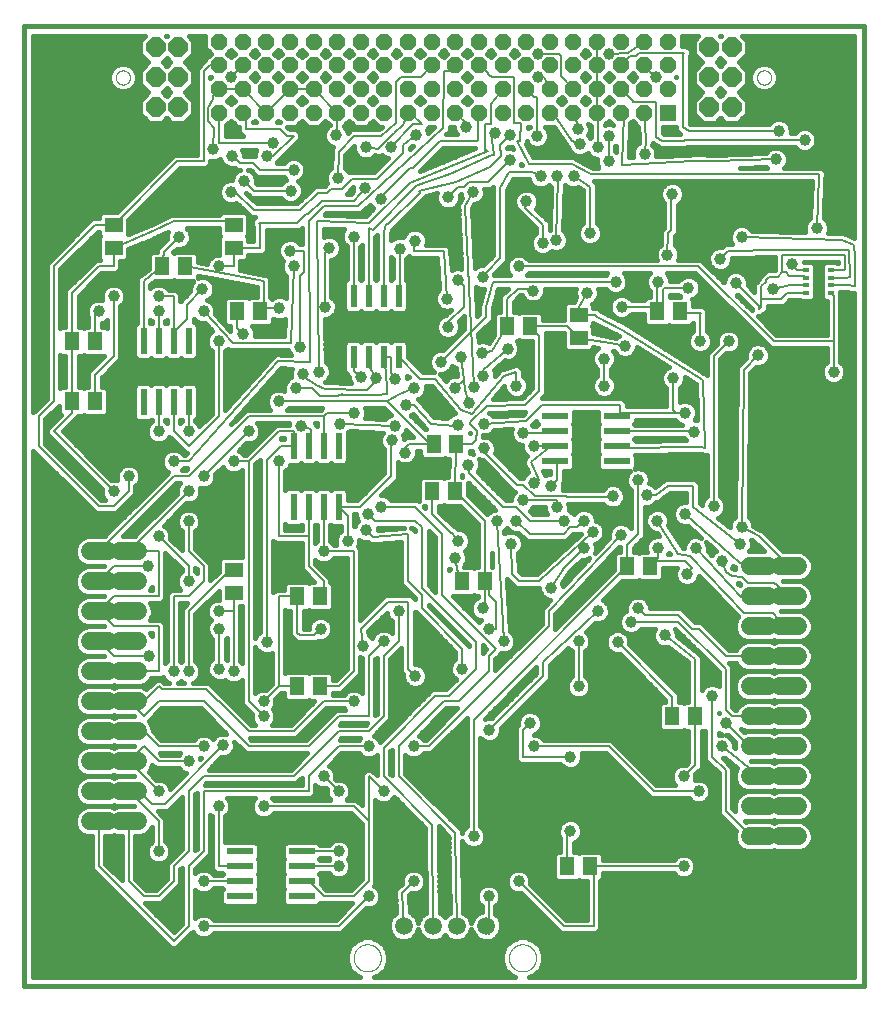
<source format=gtl>
G75*
%MOIN*%
%OFA0B0*%
%FSLAX25Y25*%
%IPPOS*%
%LPD*%
%AMOC8*
5,1,8,0,0,1.08239X$1,22.5*
%
%ADD10C,0.01600*%
%ADD11R,0.02400X0.07500*%
%ADD12C,0.06000*%
%ADD13C,0.00000*%
%ADD14OC8,0.06496*%
%ADD15R,0.05386X0.05386*%
%ADD16OC8,0.05386*%
%ADD17R,0.05118X0.05906*%
%ADD18R,0.05906X0.05118*%
%ADD19R,0.02362X0.08661*%
%ADD20R,0.08661X0.02362*%
%ADD21R,0.01969X0.01378*%
%ADD22C,0.05937*%
%ADD23C,0.00600*%
%ADD24C,0.03962*%
D10*
X0020000Y0035950D02*
X0300000Y0035950D01*
X0300000Y0355950D01*
X0020000Y0355950D01*
X0020000Y0035950D01*
X0023100Y0039050D02*
X0023100Y0214597D01*
X0042700Y0194997D01*
X0044047Y0193650D01*
X0050953Y0193650D01*
X0052300Y0194997D01*
X0052300Y0194997D01*
X0055953Y0198650D01*
X0057300Y0199997D01*
X0057300Y0202620D01*
X0058375Y0203695D01*
X0058981Y0205158D01*
X0058981Y0206742D01*
X0058375Y0208205D01*
X0057255Y0209325D01*
X0055792Y0209931D01*
X0054208Y0209931D01*
X0052745Y0209325D01*
X0051625Y0208205D01*
X0051019Y0206742D01*
X0051019Y0205158D01*
X0051179Y0204771D01*
X0050792Y0204931D01*
X0049272Y0204931D01*
X0033253Y0220950D01*
X0038300Y0225997D01*
X0039647Y0225997D01*
X0040000Y0226350D01*
X0040353Y0225997D01*
X0047128Y0225997D01*
X0048299Y0227169D01*
X0048299Y0234731D01*
X0047128Y0235903D01*
X0046040Y0235903D01*
X0046040Y0238737D01*
X0050953Y0243650D01*
X0052300Y0244997D01*
X0052300Y0262620D01*
X0053375Y0263695D01*
X0053981Y0265158D01*
X0053981Y0266742D01*
X0053375Y0268205D01*
X0052255Y0269325D01*
X0050792Y0269931D01*
X0049208Y0269931D01*
X0047745Y0269325D01*
X0046625Y0268205D01*
X0046019Y0266742D01*
X0046019Y0265158D01*
X0046179Y0264771D01*
X0045792Y0264931D01*
X0044208Y0264931D01*
X0042745Y0264325D01*
X0041625Y0263205D01*
X0041019Y0261742D01*
X0041019Y0260158D01*
X0041440Y0259141D01*
X0041440Y0255903D01*
X0040353Y0255903D01*
X0040000Y0255550D01*
X0039647Y0255903D01*
X0038560Y0255903D01*
X0038560Y0266257D01*
X0045953Y0273650D01*
X0050953Y0273650D01*
X0052300Y0274997D01*
X0052300Y0277651D01*
X0053781Y0277651D01*
X0054953Y0278822D01*
X0054953Y0281792D01*
X0064031Y0285596D01*
X0064093Y0285574D01*
X0064901Y0285961D01*
X0065727Y0286307D01*
X0065752Y0286368D01*
X0068203Y0287541D01*
X0067769Y0286492D01*
X0067769Y0284972D01*
X0065161Y0282364D01*
X0064511Y0281827D01*
X0064499Y0281702D01*
X0064410Y0281613D01*
X0064410Y0280903D01*
X0062872Y0280903D01*
X0061701Y0279731D01*
X0061701Y0275252D01*
X0059194Y0273250D01*
X0059047Y0273250D01*
X0058464Y0272667D01*
X0057820Y0272153D01*
X0057804Y0272007D01*
X0057700Y0271903D01*
X0057700Y0271078D01*
X0057608Y0270259D01*
X0057700Y0270144D01*
X0057700Y0257226D01*
X0056819Y0256345D01*
X0056819Y0246027D01*
X0057990Y0244856D01*
X0062010Y0244856D01*
X0062500Y0245346D01*
X0062990Y0244856D01*
X0067010Y0244856D01*
X0067500Y0245346D01*
X0067990Y0244856D01*
X0072010Y0244856D01*
X0072500Y0245346D01*
X0072990Y0244856D01*
X0077010Y0244856D01*
X0078181Y0246027D01*
X0078181Y0256345D01*
X0077010Y0257517D01*
X0076745Y0257517D01*
X0076750Y0257522D01*
X0076750Y0258570D01*
X0077745Y0257575D01*
X0079208Y0256969D01*
X0080527Y0256969D01*
X0082892Y0254386D01*
X0082745Y0254325D01*
X0081625Y0253205D01*
X0081019Y0251742D01*
X0081019Y0250158D01*
X0081625Y0248695D01*
X0082700Y0247620D01*
X0082700Y0226903D01*
X0078559Y0222761D01*
X0078375Y0223205D01*
X0077300Y0224280D01*
X0077300Y0224674D01*
X0078181Y0225555D01*
X0078181Y0235873D01*
X0077010Y0237044D01*
X0072990Y0237044D01*
X0072500Y0236554D01*
X0072010Y0237044D01*
X0067990Y0237044D01*
X0067500Y0236554D01*
X0067010Y0237044D01*
X0062990Y0237044D01*
X0062500Y0236554D01*
X0062010Y0237044D01*
X0057990Y0237044D01*
X0056819Y0235873D01*
X0056819Y0225555D01*
X0057990Y0224383D01*
X0062010Y0224383D01*
X0062500Y0224874D01*
X0062700Y0224674D01*
X0062700Y0224280D01*
X0061625Y0223205D01*
X0061019Y0221742D01*
X0061019Y0220158D01*
X0061625Y0218695D01*
X0062745Y0217575D01*
X0064208Y0216969D01*
X0065792Y0216969D01*
X0067255Y0217575D01*
X0068375Y0218695D01*
X0068559Y0219139D01*
X0069047Y0218650D01*
X0069047Y0218650D01*
X0072700Y0214997D01*
X0074047Y0213650D01*
X0074327Y0213650D01*
X0073970Y0213250D01*
X0073330Y0213250D01*
X0072255Y0214325D01*
X0070792Y0214931D01*
X0069208Y0214931D01*
X0067745Y0214325D01*
X0066625Y0213205D01*
X0066019Y0211742D01*
X0066019Y0210158D01*
X0066625Y0208695D01*
X0067745Y0207575D01*
X0068189Y0207391D01*
X0067700Y0206903D01*
X0046747Y0185950D01*
X0041005Y0185950D01*
X0039168Y0185189D01*
X0037761Y0183782D01*
X0037000Y0181945D01*
X0037000Y0179955D01*
X0037761Y0178118D01*
X0039168Y0176711D01*
X0041005Y0175950D01*
X0039168Y0175189D01*
X0037761Y0173782D01*
X0037000Y0171945D01*
X0037000Y0169955D01*
X0037761Y0168118D01*
X0039168Y0166711D01*
X0041005Y0165950D01*
X0039168Y0165189D01*
X0037761Y0163782D01*
X0037000Y0161945D01*
X0037000Y0159955D01*
X0037761Y0158118D01*
X0039168Y0156711D01*
X0041005Y0155950D01*
X0039168Y0155189D01*
X0037761Y0153782D01*
X0037000Y0151945D01*
X0037000Y0149955D01*
X0037761Y0148118D01*
X0039168Y0146711D01*
X0041005Y0145950D01*
X0039168Y0145189D01*
X0037761Y0143782D01*
X0037000Y0141945D01*
X0037000Y0139955D01*
X0037761Y0138118D01*
X0039168Y0136711D01*
X0041005Y0135950D01*
X0039168Y0135189D01*
X0037761Y0133782D01*
X0037000Y0131945D01*
X0037000Y0129955D01*
X0037761Y0128118D01*
X0039168Y0126711D01*
X0041005Y0125950D01*
X0039168Y0125189D01*
X0037761Y0123782D01*
X0037000Y0121945D01*
X0037000Y0119955D01*
X0037761Y0118118D01*
X0039168Y0116711D01*
X0041005Y0115950D01*
X0039168Y0115189D01*
X0037761Y0113782D01*
X0037000Y0111945D01*
X0037000Y0109955D01*
X0037761Y0108118D01*
X0039168Y0106711D01*
X0041005Y0105950D01*
X0039168Y0105189D01*
X0037761Y0103782D01*
X0037000Y0101945D01*
X0037000Y0099955D01*
X0037761Y0098118D01*
X0039168Y0096711D01*
X0041005Y0095950D01*
X0039168Y0095189D01*
X0037761Y0093782D01*
X0037000Y0091945D01*
X0037000Y0089955D01*
X0037761Y0088118D01*
X0039168Y0086711D01*
X0041005Y0085950D01*
X0042700Y0085950D01*
X0042700Y0074997D01*
X0067700Y0049997D01*
X0069047Y0048650D01*
X0070953Y0048650D01*
X0075953Y0053650D01*
X0076441Y0054139D01*
X0076625Y0053695D01*
X0077745Y0052575D01*
X0079208Y0051969D01*
X0080792Y0051969D01*
X0082255Y0052575D01*
X0083330Y0053650D01*
X0125953Y0053650D01*
X0134272Y0061969D01*
X0135792Y0061969D01*
X0137255Y0062575D01*
X0138375Y0063695D01*
X0138981Y0065158D01*
X0138981Y0066742D01*
X0138375Y0068205D01*
X0137255Y0069325D01*
X0136811Y0069509D01*
X0137300Y0069997D01*
X0137300Y0098020D01*
X0137745Y0097575D01*
X0139208Y0096969D01*
X0140792Y0096969D01*
X0142255Y0097575D01*
X0143375Y0098695D01*
X0143559Y0099139D01*
X0153776Y0088922D01*
X0154154Y0060543D01*
X0153699Y0060354D01*
X0152301Y0058957D01*
X0151592Y0057244D01*
X0150882Y0058957D01*
X0149484Y0060354D01*
X0148788Y0060643D01*
X0148559Y0066257D01*
X0149272Y0066969D01*
X0150792Y0066969D01*
X0152255Y0067575D01*
X0153375Y0068695D01*
X0153981Y0070158D01*
X0153981Y0071742D01*
X0153375Y0073205D01*
X0152255Y0074325D01*
X0150792Y0074931D01*
X0149208Y0074931D01*
X0147745Y0074325D01*
X0146625Y0073205D01*
X0146019Y0071742D01*
X0146019Y0070222D01*
X0145229Y0069432D01*
X0145174Y0069429D01*
X0144561Y0068763D01*
X0143920Y0068123D01*
X0143920Y0068068D01*
X0143883Y0068028D01*
X0143920Y0067123D01*
X0143920Y0066217D01*
X0143959Y0066179D01*
X0144191Y0060493D01*
X0143856Y0060354D01*
X0142458Y0058957D01*
X0141702Y0057130D01*
X0141702Y0055154D01*
X0142458Y0053328D01*
X0143856Y0051930D01*
X0145682Y0051174D01*
X0147658Y0051174D01*
X0149484Y0051930D01*
X0150882Y0053328D01*
X0151592Y0055040D01*
X0152301Y0053328D01*
X0153699Y0051930D01*
X0155525Y0051174D01*
X0157501Y0051174D01*
X0159327Y0051930D01*
X0160450Y0053053D01*
X0161573Y0051930D01*
X0163399Y0051174D01*
X0165375Y0051174D01*
X0167201Y0051930D01*
X0168599Y0053328D01*
X0169308Y0055040D01*
X0170018Y0053328D01*
X0171415Y0051930D01*
X0173242Y0051174D01*
X0173886Y0051174D01*
X0174047Y0051012D01*
X0174388Y0051012D01*
X0174685Y0050843D01*
X0175307Y0051012D01*
X0175953Y0051012D01*
X0176194Y0051253D01*
X0176523Y0051343D01*
X0176801Y0051829D01*
X0177044Y0051930D01*
X0178442Y0053328D01*
X0179198Y0055154D01*
X0179198Y0057130D01*
X0178442Y0058957D01*
X0177300Y0060099D01*
X0177300Y0062620D01*
X0178375Y0063695D01*
X0178981Y0065158D01*
X0178981Y0066742D01*
X0178375Y0068205D01*
X0177255Y0069325D01*
X0175792Y0069931D01*
X0174208Y0069931D01*
X0172745Y0069325D01*
X0171625Y0068205D01*
X0171019Y0066742D01*
X0171019Y0065158D01*
X0171625Y0063695D01*
X0172700Y0062620D01*
X0172700Y0060886D01*
X0171415Y0060354D01*
X0170018Y0058957D01*
X0169308Y0057244D01*
X0168599Y0058957D01*
X0167201Y0060354D01*
X0166622Y0060594D01*
X0166273Y0084544D01*
X0166625Y0083695D01*
X0167745Y0082575D01*
X0169208Y0081969D01*
X0170792Y0081969D01*
X0172255Y0082575D01*
X0173375Y0083695D01*
X0173981Y0085158D01*
X0173981Y0086742D01*
X0173375Y0088205D01*
X0172300Y0089280D01*
X0172300Y0118770D01*
X0172995Y0118075D01*
X0174458Y0117469D01*
X0176042Y0117469D01*
X0177505Y0118075D01*
X0178625Y0119195D01*
X0179231Y0120658D01*
X0179231Y0122178D01*
X0194203Y0137150D01*
X0195550Y0138497D01*
X0195550Y0142954D01*
X0201646Y0148674D01*
X0202700Y0147620D01*
X0202700Y0139280D01*
X0201625Y0138205D01*
X0201019Y0136742D01*
X0201019Y0135158D01*
X0201625Y0133695D01*
X0202745Y0132575D01*
X0204208Y0131969D01*
X0205792Y0131969D01*
X0207255Y0132575D01*
X0208375Y0133695D01*
X0208981Y0135158D01*
X0208981Y0136742D01*
X0208375Y0138205D01*
X0207300Y0139280D01*
X0207300Y0147620D01*
X0208375Y0148695D01*
X0208981Y0150158D01*
X0208981Y0151742D01*
X0208375Y0153205D01*
X0207455Y0154125D01*
X0210621Y0157095D01*
X0210683Y0157069D01*
X0212267Y0157069D01*
X0213730Y0157675D01*
X0214850Y0158795D01*
X0215456Y0160258D01*
X0215456Y0161842D01*
X0214850Y0163305D01*
X0213730Y0164425D01*
X0213205Y0164642D01*
X0219560Y0170997D01*
X0224647Y0170997D01*
X0225000Y0171350D01*
X0225353Y0170997D01*
X0232128Y0170997D01*
X0233299Y0172169D01*
X0233299Y0175400D01*
X0237684Y0175400D01*
X0237194Y0174217D01*
X0237194Y0172633D01*
X0237800Y0171170D01*
X0238920Y0170050D01*
X0240383Y0169444D01*
X0241967Y0169444D01*
X0243430Y0170050D01*
X0244550Y0171170D01*
X0245156Y0172633D01*
X0245156Y0172766D01*
X0258022Y0159424D01*
X0258023Y0159368D01*
X0258189Y0159210D01*
X0257761Y0158782D01*
X0257000Y0156945D01*
X0257000Y0154955D01*
X0257761Y0153118D01*
X0259168Y0151711D01*
X0261005Y0150950D01*
X0259168Y0150189D01*
X0257761Y0148782D01*
X0257541Y0148250D01*
X0255203Y0148250D01*
X0247300Y0156153D01*
X0245953Y0157500D01*
X0243703Y0157500D01*
X0240550Y0160653D01*
X0239203Y0162000D01*
X0228731Y0162000D01*
X0228731Y0162742D01*
X0228125Y0164205D01*
X0227005Y0165325D01*
X0225542Y0165931D01*
X0223958Y0165931D01*
X0222495Y0165325D01*
X0221375Y0164205D01*
X0220769Y0162742D01*
X0220769Y0161158D01*
X0220810Y0161059D01*
X0220245Y0160825D01*
X0219125Y0159705D01*
X0218519Y0158242D01*
X0218519Y0156658D01*
X0219125Y0155195D01*
X0220238Y0154082D01*
X0218792Y0154681D01*
X0217208Y0154681D01*
X0215745Y0154075D01*
X0214625Y0152955D01*
X0214019Y0151492D01*
X0214019Y0149908D01*
X0214625Y0148445D01*
X0215745Y0147325D01*
X0217208Y0146719D01*
X0218728Y0146719D01*
X0233960Y0131487D01*
X0233960Y0130903D01*
X0232872Y0130903D01*
X0231701Y0129731D01*
X0231701Y0122169D01*
X0232872Y0120997D01*
X0239647Y0120997D01*
X0240000Y0121350D01*
X0240353Y0120997D01*
X0241440Y0120997D01*
X0241440Y0110643D01*
X0240728Y0109931D01*
X0239208Y0109931D01*
X0237745Y0109325D01*
X0236625Y0108205D01*
X0236019Y0106742D01*
X0236019Y0105158D01*
X0236625Y0103695D01*
X0237070Y0103250D01*
X0230953Y0103250D01*
X0215953Y0118250D01*
X0193330Y0118250D01*
X0192255Y0119325D01*
X0190792Y0119931D01*
X0190054Y0119931D01*
X0191005Y0120325D01*
X0192125Y0121445D01*
X0192731Y0122908D01*
X0192731Y0124492D01*
X0192125Y0125955D01*
X0191005Y0127075D01*
X0189542Y0127681D01*
X0187958Y0127681D01*
X0186495Y0127075D01*
X0185375Y0125955D01*
X0184769Y0124492D01*
X0184769Y0122972D01*
X0184200Y0122403D01*
X0184200Y0111497D01*
X0185547Y0110150D01*
X0198920Y0110150D01*
X0199995Y0109075D01*
X0201458Y0108469D01*
X0203042Y0108469D01*
X0204505Y0109075D01*
X0205625Y0110195D01*
X0206231Y0111658D01*
X0206231Y0113242D01*
X0206062Y0113650D01*
X0214047Y0113650D01*
X0227700Y0099997D01*
X0229047Y0098650D01*
X0241670Y0098650D01*
X0242745Y0097575D01*
X0244208Y0096969D01*
X0245792Y0096969D01*
X0247255Y0097575D01*
X0248375Y0098695D01*
X0248981Y0100158D01*
X0248981Y0101742D01*
X0248375Y0103205D01*
X0247255Y0104325D01*
X0245792Y0104931D01*
X0244208Y0104931D01*
X0243821Y0104771D01*
X0243981Y0105158D01*
X0243981Y0106678D01*
X0246040Y0108737D01*
X0246040Y0120997D01*
X0247128Y0120997D01*
X0247200Y0121070D01*
X0247200Y0111497D01*
X0248547Y0110150D01*
X0251700Y0106997D01*
X0251700Y0093497D01*
X0253047Y0092150D01*
X0257367Y0087830D01*
X0257000Y0086945D01*
X0257000Y0084955D01*
X0257761Y0083118D01*
X0259168Y0081711D01*
X0261005Y0080950D01*
X0268995Y0080950D01*
X0270000Y0081366D01*
X0271005Y0080950D01*
X0278995Y0080950D01*
X0280832Y0081711D01*
X0282239Y0083118D01*
X0283000Y0084955D01*
X0283000Y0086945D01*
X0282239Y0088782D01*
X0280832Y0090189D01*
X0278995Y0090950D01*
X0280832Y0091711D01*
X0282239Y0093118D01*
X0283000Y0094955D01*
X0283000Y0096945D01*
X0282239Y0098782D01*
X0280832Y0100189D01*
X0278995Y0100950D01*
X0280832Y0101711D01*
X0282239Y0103118D01*
X0283000Y0104955D01*
X0283000Y0106945D01*
X0282239Y0108782D01*
X0280832Y0110189D01*
X0278995Y0110950D01*
X0271005Y0110950D01*
X0270000Y0110534D01*
X0268995Y0110950D01*
X0270000Y0111366D01*
X0271005Y0110950D01*
X0278995Y0110950D01*
X0280832Y0111711D01*
X0282239Y0113118D01*
X0283000Y0114955D01*
X0283000Y0116945D01*
X0282239Y0118782D01*
X0280832Y0120189D01*
X0278995Y0120950D01*
X0280832Y0121711D01*
X0282239Y0123118D01*
X0283000Y0124955D01*
X0283000Y0126945D01*
X0282239Y0128782D01*
X0280832Y0130189D01*
X0278995Y0130950D01*
X0280832Y0131711D01*
X0282239Y0133118D01*
X0283000Y0134955D01*
X0283000Y0136945D01*
X0282239Y0138782D01*
X0280832Y0140189D01*
X0278995Y0140950D01*
X0271005Y0140950D01*
X0270000Y0140534D01*
X0268995Y0140950D01*
X0261005Y0140950D01*
X0259168Y0140189D01*
X0257761Y0138782D01*
X0257000Y0136945D01*
X0257000Y0134955D01*
X0257761Y0133118D01*
X0259168Y0131711D01*
X0261005Y0130950D01*
X0268995Y0130950D01*
X0270000Y0131366D01*
X0271005Y0130950D01*
X0278995Y0130950D01*
X0271005Y0130950D01*
X0270000Y0130534D01*
X0268995Y0130950D01*
X0261005Y0130950D01*
X0259168Y0130189D01*
X0257761Y0128782D01*
X0257541Y0128250D01*
X0257203Y0128250D01*
X0256300Y0129153D01*
X0256300Y0142653D01*
X0255303Y0143650D01*
X0257541Y0143650D01*
X0257761Y0143118D01*
X0259168Y0141711D01*
X0261005Y0140950D01*
X0268995Y0140950D01*
X0270000Y0141366D01*
X0271005Y0140950D01*
X0278995Y0140950D01*
X0280832Y0141711D01*
X0282239Y0143118D01*
X0283000Y0144955D01*
X0283000Y0146945D01*
X0282239Y0148782D01*
X0280832Y0150189D01*
X0278995Y0150950D01*
X0271005Y0150950D01*
X0270000Y0150534D01*
X0268995Y0150950D01*
X0261005Y0150950D01*
X0268995Y0150950D01*
X0270000Y0151366D01*
X0271005Y0150950D01*
X0278995Y0150950D01*
X0280832Y0151711D01*
X0282239Y0153118D01*
X0283000Y0154955D01*
X0283000Y0156945D01*
X0282239Y0158782D01*
X0280832Y0160189D01*
X0278995Y0160950D01*
X0280832Y0161711D01*
X0282239Y0163118D01*
X0283000Y0164955D01*
X0283000Y0166945D01*
X0282239Y0168782D01*
X0280832Y0170189D01*
X0278995Y0170950D01*
X0280832Y0171711D01*
X0282239Y0173118D01*
X0283000Y0174955D01*
X0283000Y0176945D01*
X0282239Y0178782D01*
X0280832Y0180189D01*
X0278995Y0180950D01*
X0273253Y0180950D01*
X0267047Y0187155D01*
X0266949Y0187499D01*
X0266398Y0187804D01*
X0265953Y0188250D01*
X0265596Y0188250D01*
X0263306Y0189521D01*
X0263306Y0189892D01*
X0262700Y0191355D01*
X0261668Y0192388D01*
X0262288Y0240560D01*
X0264072Y0242344D01*
X0265592Y0242344D01*
X0267055Y0242950D01*
X0268175Y0244070D01*
X0268781Y0245533D01*
X0268781Y0247117D01*
X0268175Y0248580D01*
X0267055Y0249700D01*
X0265592Y0250306D01*
X0264008Y0250306D01*
X0262545Y0249700D01*
X0261425Y0248580D01*
X0260819Y0247117D01*
X0260819Y0245597D01*
X0258384Y0243162D01*
X0257712Y0242507D01*
X0257712Y0242490D01*
X0257700Y0242478D01*
X0257700Y0241540D01*
X0257068Y0192473D01*
X0255950Y0191355D01*
X0255344Y0189892D01*
X0255344Y0189086D01*
X0251438Y0192236D01*
X0252255Y0192575D01*
X0253375Y0193695D01*
X0253981Y0195158D01*
X0253981Y0196742D01*
X0253375Y0198205D01*
X0252300Y0199280D01*
X0252300Y0244997D01*
X0254272Y0246969D01*
X0255792Y0246969D01*
X0257255Y0247575D01*
X0258375Y0248695D01*
X0258981Y0250158D01*
X0258981Y0251742D01*
X0258375Y0253205D01*
X0257255Y0254325D01*
X0255792Y0254931D01*
X0254208Y0254931D01*
X0252745Y0254325D01*
X0251625Y0253205D01*
X0251019Y0251742D01*
X0251019Y0250222D01*
X0247700Y0246903D01*
X0247700Y0239884D01*
X0247210Y0240336D01*
X0246972Y0240327D01*
X0221497Y0256382D01*
X0221456Y0256506D01*
X0220705Y0256881D01*
X0219995Y0257329D01*
X0219868Y0257300D01*
X0212387Y0261040D01*
X0211438Y0261990D01*
X0209953Y0261990D01*
X0209953Y0263078D01*
X0209441Y0263589D01*
X0210130Y0263875D01*
X0211250Y0264995D01*
X0211856Y0266458D01*
X0211856Y0268042D01*
X0211646Y0268550D01*
X0213995Y0268550D01*
X0215070Y0267475D01*
X0216533Y0266869D01*
X0218117Y0266869D01*
X0219580Y0267475D01*
X0220700Y0268595D01*
X0221306Y0270058D01*
X0221306Y0271642D01*
X0220700Y0273105D01*
X0220155Y0273650D01*
X0228670Y0273650D01*
X0228125Y0273105D01*
X0227519Y0271642D01*
X0227519Y0270058D01*
X0228125Y0268595D01*
X0228960Y0267760D01*
X0228960Y0265903D01*
X0227872Y0265903D01*
X0226795Y0264825D01*
X0222680Y0264825D01*
X0221605Y0265900D01*
X0220142Y0266506D01*
X0218558Y0266506D01*
X0217095Y0265900D01*
X0215975Y0264780D01*
X0215369Y0263317D01*
X0215369Y0261733D01*
X0215975Y0260270D01*
X0217095Y0259150D01*
X0218558Y0258544D01*
X0220142Y0258544D01*
X0221605Y0259150D01*
X0222680Y0260225D01*
X0226701Y0260225D01*
X0226701Y0257169D01*
X0227872Y0255997D01*
X0234647Y0255997D01*
X0235000Y0256350D01*
X0235353Y0255997D01*
X0242128Y0255997D01*
X0243150Y0257020D01*
X0243150Y0254380D01*
X0242075Y0253305D01*
X0241469Y0251842D01*
X0241469Y0250258D01*
X0242075Y0248795D01*
X0243195Y0247675D01*
X0244658Y0247069D01*
X0246242Y0247069D01*
X0247705Y0247675D01*
X0248825Y0248795D01*
X0249431Y0250258D01*
X0249431Y0251842D01*
X0248825Y0253305D01*
X0247750Y0254380D01*
X0247750Y0259322D01*
X0247975Y0259547D01*
X0247975Y0261453D01*
X0246628Y0262800D01*
X0243299Y0262800D01*
X0243299Y0264731D01*
X0242961Y0265069D01*
X0243880Y0265450D01*
X0245000Y0266570D01*
X0245606Y0268033D01*
X0245606Y0269617D01*
X0245000Y0271080D01*
X0243880Y0272200D01*
X0242417Y0272806D01*
X0240833Y0272806D01*
X0239370Y0272200D01*
X0238295Y0271125D01*
X0235481Y0271125D01*
X0235481Y0271642D01*
X0234875Y0273105D01*
X0234330Y0273650D01*
X0243828Y0273650D01*
X0268378Y0249320D01*
X0269047Y0248650D01*
X0269053Y0248650D01*
X0269058Y0248646D01*
X0270005Y0248650D01*
X0287700Y0248650D01*
X0287700Y0244030D01*
X0286625Y0242955D01*
X0286019Y0241492D01*
X0286019Y0239908D01*
X0286625Y0238445D01*
X0287745Y0237325D01*
X0289208Y0236719D01*
X0290792Y0236719D01*
X0292255Y0237325D01*
X0293375Y0238445D01*
X0293981Y0239908D01*
X0293981Y0241492D01*
X0293375Y0242955D01*
X0292300Y0244030D01*
X0292300Y0267100D01*
X0292029Y0267370D01*
X0294374Y0267370D01*
X0296189Y0267258D01*
X0296247Y0267200D01*
X0296900Y0267200D01*
X0296900Y0039050D01*
X0188653Y0039050D01*
X0190184Y0039684D01*
X0192104Y0041605D01*
X0193144Y0044114D01*
X0193144Y0046830D01*
X0192104Y0049340D01*
X0190184Y0051260D01*
X0187674Y0052300D01*
X0184958Y0052300D01*
X0182449Y0051260D01*
X0180528Y0049340D01*
X0179489Y0046830D01*
X0179489Y0044114D01*
X0180528Y0041605D01*
X0182449Y0039684D01*
X0183979Y0039050D01*
X0136921Y0039050D01*
X0138451Y0039684D01*
X0140372Y0041605D01*
X0141411Y0044114D01*
X0141411Y0046830D01*
X0140372Y0049340D01*
X0138451Y0051260D01*
X0135942Y0052300D01*
X0133226Y0052300D01*
X0130716Y0051260D01*
X0128796Y0049340D01*
X0127756Y0046830D01*
X0127756Y0044114D01*
X0128796Y0041605D01*
X0130716Y0039684D01*
X0132247Y0039050D01*
X0023100Y0039050D01*
X0023100Y0039147D02*
X0132013Y0039147D01*
X0129655Y0040746D02*
X0023100Y0040746D01*
X0023100Y0042344D02*
X0128489Y0042344D01*
X0127827Y0043943D02*
X0023100Y0043943D01*
X0023100Y0045541D02*
X0127756Y0045541D01*
X0127884Y0047140D02*
X0023100Y0047140D01*
X0023100Y0048738D02*
X0068959Y0048738D01*
X0071041Y0048738D02*
X0128547Y0048738D01*
X0129793Y0050337D02*
X0072639Y0050337D01*
X0074238Y0051935D02*
X0132346Y0051935D01*
X0136822Y0051935D02*
X0143851Y0051935D01*
X0142373Y0053534D02*
X0083214Y0053534D01*
X0083330Y0058250D02*
X0082255Y0059325D01*
X0080792Y0059931D01*
X0079208Y0059931D01*
X0077745Y0059325D01*
X0077300Y0058880D01*
X0077300Y0068020D01*
X0077745Y0067575D01*
X0079208Y0066969D01*
X0080792Y0066969D01*
X0082255Y0067575D01*
X0083330Y0068650D01*
X0086224Y0068650D01*
X0086424Y0068450D01*
X0085933Y0067960D01*
X0085933Y0063940D01*
X0087105Y0062769D01*
X0097423Y0062769D01*
X0098594Y0063940D01*
X0098594Y0067960D01*
X0098104Y0068450D01*
X0098594Y0068940D01*
X0098594Y0072960D01*
X0098104Y0073450D01*
X0098594Y0073940D01*
X0098594Y0077960D01*
X0098104Y0078450D01*
X0098594Y0078940D01*
X0098594Y0082960D01*
X0097423Y0084131D01*
X0087300Y0084131D01*
X0087300Y0092620D01*
X0088375Y0093695D01*
X0088981Y0095158D01*
X0088981Y0096742D01*
X0088375Y0098205D01*
X0087930Y0098650D01*
X0097070Y0098650D01*
X0096625Y0098205D01*
X0096019Y0096742D01*
X0096019Y0095158D01*
X0096625Y0093695D01*
X0097745Y0092575D01*
X0099208Y0091969D01*
X0100792Y0091969D01*
X0102255Y0092575D01*
X0103330Y0093650D01*
X0129047Y0093650D01*
X0132700Y0089997D01*
X0132700Y0071903D01*
X0129047Y0068250D01*
X0120953Y0068250D01*
X0119067Y0070136D01*
X0119067Y0072960D01*
X0118576Y0073450D01*
X0118776Y0073650D01*
X0121670Y0073650D01*
X0122745Y0072575D01*
X0124208Y0071969D01*
X0125792Y0071969D01*
X0127255Y0072575D01*
X0128375Y0073695D01*
X0128981Y0075158D01*
X0128981Y0076742D01*
X0128375Y0078205D01*
X0128130Y0078450D01*
X0128375Y0078695D01*
X0128981Y0080158D01*
X0128981Y0081742D01*
X0128375Y0083205D01*
X0127255Y0084325D01*
X0125792Y0084931D01*
X0124208Y0084931D01*
X0122745Y0084325D01*
X0121670Y0083250D01*
X0118776Y0083250D01*
X0117895Y0084131D01*
X0107577Y0084131D01*
X0106406Y0082960D01*
X0106406Y0078940D01*
X0106896Y0078450D01*
X0106406Y0077960D01*
X0106406Y0073940D01*
X0106896Y0073450D01*
X0106406Y0072960D01*
X0106406Y0068940D01*
X0106896Y0068450D01*
X0106406Y0067960D01*
X0106406Y0063940D01*
X0107577Y0062769D01*
X0117895Y0062769D01*
X0118912Y0063785D01*
X0119047Y0063650D01*
X0129447Y0063650D01*
X0124047Y0058250D01*
X0083330Y0058250D01*
X0083251Y0058329D02*
X0124126Y0058329D01*
X0125725Y0059928D02*
X0080800Y0059928D01*
X0079200Y0059928D02*
X0077300Y0059928D01*
X0077300Y0061526D02*
X0127324Y0061526D01*
X0128922Y0063125D02*
X0118251Y0063125D01*
X0119684Y0069519D02*
X0130316Y0069519D01*
X0131915Y0071117D02*
X0119067Y0071117D01*
X0119067Y0072716D02*
X0122604Y0072716D01*
X0127396Y0072716D02*
X0132700Y0072716D01*
X0132700Y0074314D02*
X0128632Y0074314D01*
X0128981Y0075913D02*
X0132700Y0075913D01*
X0132700Y0077511D02*
X0128662Y0077511D01*
X0128547Y0079110D02*
X0132700Y0079110D01*
X0132700Y0080708D02*
X0128981Y0080708D01*
X0128747Y0082307D02*
X0132700Y0082307D01*
X0132700Y0083905D02*
X0127675Y0083905D01*
X0122325Y0083905D02*
X0118121Y0083905D01*
X0118776Y0078650D02*
X0121670Y0078650D01*
X0121870Y0078450D01*
X0121670Y0078250D01*
X0118776Y0078250D01*
X0118576Y0078450D01*
X0118776Y0078650D01*
X0130799Y0091898D02*
X0087300Y0091898D01*
X0087300Y0090299D02*
X0132398Y0090299D01*
X0132700Y0088701D02*
X0087300Y0088701D01*
X0087300Y0087102D02*
X0132700Y0087102D01*
X0132700Y0085504D02*
X0087300Y0085504D01*
X0082700Y0085504D02*
X0082300Y0085504D01*
X0082300Y0087102D02*
X0082700Y0087102D01*
X0082700Y0088701D02*
X0082300Y0088701D01*
X0082300Y0090299D02*
X0082700Y0090299D01*
X0082700Y0091898D02*
X0082300Y0091898D01*
X0082700Y0092620D02*
X0082700Y0074997D01*
X0084047Y0073650D01*
X0086224Y0073650D01*
X0086424Y0073450D01*
X0086224Y0073250D01*
X0083330Y0073250D01*
X0082255Y0074325D01*
X0080792Y0074931D01*
X0079208Y0074931D01*
X0077745Y0074325D01*
X0077300Y0073880D01*
X0077300Y0074997D01*
X0080953Y0078650D01*
X0082300Y0079997D01*
X0082300Y0093020D01*
X0082700Y0092620D01*
X0077700Y0091898D02*
X0077300Y0091898D01*
X0077300Y0093496D02*
X0077700Y0093496D01*
X0077700Y0095095D02*
X0077300Y0095095D01*
X0077300Y0096693D02*
X0077700Y0096693D01*
X0077700Y0098292D02*
X0077300Y0098292D01*
X0077300Y0099890D02*
X0077700Y0099890D01*
X0077700Y0099997D02*
X0077700Y0100397D01*
X0077300Y0099997D01*
X0077300Y0081503D01*
X0077700Y0081903D01*
X0077700Y0099997D01*
X0080553Y0103250D02*
X0080953Y0103650D01*
X0110953Y0103650D01*
X0112300Y0104997D01*
X0112300Y0104997D01*
X0112700Y0105397D01*
X0112700Y0104997D01*
X0112700Y0103250D01*
X0080553Y0103250D01*
X0081750Y0108250D02*
X0085701Y0112294D01*
X0087167Y0112294D01*
X0088630Y0112900D01*
X0089750Y0114020D01*
X0090356Y0115483D01*
X0090356Y0117067D01*
X0090162Y0117535D01*
X0092700Y0114997D01*
X0094047Y0113650D01*
X0114447Y0113650D01*
X0109047Y0108250D01*
X0081750Y0108250D01*
X0082953Y0109482D02*
X0110279Y0109482D01*
X0111877Y0111080D02*
X0084515Y0111080D01*
X0088095Y0112679D02*
X0113476Y0112679D01*
X0114047Y0118250D02*
X0095953Y0118250D01*
X0095553Y0118650D01*
X0109047Y0118650D01*
X0110953Y0118650D01*
X0120953Y0128650D01*
X0126670Y0128650D01*
X0127070Y0128250D01*
X0124047Y0128250D01*
X0122700Y0126903D01*
X0114047Y0118250D01*
X0114870Y0119073D02*
X0111375Y0119073D01*
X0112974Y0120671D02*
X0116468Y0120671D01*
X0118067Y0122270D02*
X0114572Y0122270D01*
X0116171Y0123868D02*
X0119665Y0123868D01*
X0121264Y0125467D02*
X0117769Y0125467D01*
X0119368Y0127065D02*
X0122862Y0127065D01*
X0125953Y0123650D02*
X0134447Y0123650D01*
X0134047Y0123250D01*
X0125553Y0123250D01*
X0125953Y0123650D01*
X0125953Y0118650D02*
X0132070Y0118650D01*
X0131670Y0118250D01*
X0125553Y0118250D01*
X0125953Y0118650D01*
X0125953Y0113650D02*
X0131670Y0113650D01*
X0132745Y0112575D01*
X0134208Y0111969D01*
X0135792Y0111969D01*
X0137255Y0112575D01*
X0137700Y0113020D01*
X0137700Y0106503D01*
X0135953Y0108250D01*
X0134047Y0108250D01*
X0132700Y0106903D01*
X0132700Y0104997D01*
X0132700Y0096503D01*
X0130953Y0098250D01*
X0127930Y0098250D01*
X0128375Y0098695D01*
X0128981Y0100158D01*
X0128981Y0101742D01*
X0128375Y0103205D01*
X0127255Y0104325D01*
X0125792Y0104931D01*
X0124272Y0104931D01*
X0123981Y0105222D01*
X0123981Y0106742D01*
X0123375Y0108205D01*
X0122255Y0109325D01*
X0121811Y0109509D01*
X0125953Y0113650D01*
X0124981Y0112679D02*
X0132641Y0112679D01*
X0137359Y0112679D02*
X0137700Y0112679D01*
X0137700Y0111080D02*
X0123383Y0111080D01*
X0121877Y0109482D02*
X0137700Y0109482D01*
X0137700Y0107883D02*
X0136320Y0107883D01*
X0133680Y0107883D02*
X0123508Y0107883D01*
X0123981Y0106284D02*
X0132700Y0106284D01*
X0132700Y0104686D02*
X0126384Y0104686D01*
X0128424Y0103087D02*
X0132700Y0103087D01*
X0132700Y0101489D02*
X0128981Y0101489D01*
X0128870Y0099890D02*
X0132700Y0099890D01*
X0132700Y0098292D02*
X0127972Y0098292D01*
X0129201Y0093496D02*
X0103177Y0093496D01*
X0103330Y0098250D02*
X0102930Y0098650D01*
X0115953Y0098650D01*
X0117300Y0099997D01*
X0117300Y0103020D01*
X0117745Y0102575D01*
X0119208Y0101969D01*
X0120728Y0101969D01*
X0121019Y0101678D01*
X0121019Y0100158D01*
X0121625Y0098695D01*
X0122070Y0098250D01*
X0103330Y0098250D01*
X0103288Y0098292D02*
X0122028Y0098292D01*
X0121130Y0099890D02*
X0117193Y0099890D01*
X0117300Y0101489D02*
X0121019Y0101489D01*
X0112700Y0104686D02*
X0111989Y0104686D01*
X0096712Y0098292D02*
X0088288Y0098292D01*
X0088981Y0096693D02*
X0096019Y0096693D01*
X0096045Y0095095D02*
X0088955Y0095095D01*
X0088177Y0093496D02*
X0096823Y0093496D01*
X0097649Y0083905D02*
X0107351Y0083905D01*
X0106406Y0082307D02*
X0098594Y0082307D01*
X0098594Y0080708D02*
X0106406Y0080708D01*
X0106406Y0079110D02*
X0098594Y0079110D01*
X0098594Y0077511D02*
X0106406Y0077511D01*
X0106406Y0075913D02*
X0098594Y0075913D01*
X0098594Y0074314D02*
X0106406Y0074314D01*
X0106406Y0072716D02*
X0098594Y0072716D01*
X0098594Y0071117D02*
X0106406Y0071117D01*
X0106406Y0069519D02*
X0098594Y0069519D01*
X0098594Y0067920D02*
X0106406Y0067920D01*
X0106406Y0066322D02*
X0098594Y0066322D01*
X0098594Y0064723D02*
X0106406Y0064723D01*
X0107221Y0063125D02*
X0097779Y0063125D01*
X0086749Y0063125D02*
X0077300Y0063125D01*
X0077300Y0064723D02*
X0085933Y0064723D01*
X0085933Y0066322D02*
X0077300Y0066322D01*
X0077300Y0067920D02*
X0077400Y0067920D01*
X0082600Y0067920D02*
X0085933Y0067920D01*
X0083383Y0074314D02*
X0082266Y0074314D01*
X0082700Y0075913D02*
X0078215Y0075913D01*
X0077734Y0074314D02*
X0077300Y0074314D01*
X0079814Y0077511D02*
X0082700Y0077511D01*
X0082700Y0079110D02*
X0081412Y0079110D01*
X0082300Y0080708D02*
X0082700Y0080708D01*
X0082700Y0082307D02*
X0082300Y0082307D01*
X0082300Y0083905D02*
X0082700Y0083905D01*
X0077700Y0083905D02*
X0077300Y0083905D01*
X0077300Y0082307D02*
X0077700Y0082307D01*
X0077700Y0085504D02*
X0077300Y0085504D01*
X0077300Y0087102D02*
X0077700Y0087102D01*
X0077700Y0088701D02*
X0077300Y0088701D01*
X0077300Y0090299D02*
X0077700Y0090299D01*
X0072700Y0090299D02*
X0067300Y0090299D01*
X0067300Y0088701D02*
X0072700Y0088701D01*
X0072700Y0087102D02*
X0067300Y0087102D01*
X0067300Y0085504D02*
X0072700Y0085504D01*
X0072700Y0083905D02*
X0067675Y0083905D01*
X0067300Y0084280D02*
X0067300Y0091903D01*
X0065953Y0093250D01*
X0064803Y0094400D01*
X0066313Y0094400D01*
X0066324Y0094389D01*
X0067264Y0094400D01*
X0068203Y0094400D01*
X0068214Y0094411D01*
X0068229Y0094411D01*
X0068886Y0095083D01*
X0069550Y0095747D01*
X0069550Y0095763D01*
X0072700Y0098987D01*
X0072700Y0081903D01*
X0067700Y0076903D01*
X0067700Y0071903D01*
X0064047Y0068250D01*
X0060953Y0068250D01*
X0057300Y0071903D01*
X0057300Y0085950D01*
X0058995Y0085950D01*
X0060832Y0086711D01*
X0062239Y0088118D01*
X0062700Y0089231D01*
X0062700Y0084280D01*
X0061625Y0083205D01*
X0061019Y0081742D01*
X0061019Y0080158D01*
X0061625Y0078695D01*
X0062745Y0077575D01*
X0064208Y0076969D01*
X0065792Y0076969D01*
X0067255Y0077575D01*
X0068375Y0078695D01*
X0068981Y0080158D01*
X0068981Y0081742D01*
X0068375Y0083205D01*
X0067300Y0084280D01*
X0068747Y0082307D02*
X0072700Y0082307D01*
X0071506Y0080708D02*
X0068981Y0080708D01*
X0068547Y0079110D02*
X0069907Y0079110D01*
X0068309Y0077511D02*
X0067101Y0077511D01*
X0067700Y0075913D02*
X0057300Y0075913D01*
X0057300Y0077511D02*
X0062899Y0077511D01*
X0061453Y0079110D02*
X0057300Y0079110D01*
X0057300Y0080708D02*
X0061019Y0080708D01*
X0061253Y0082307D02*
X0057300Y0082307D01*
X0057300Y0083905D02*
X0062325Y0083905D01*
X0062700Y0085504D02*
X0057300Y0085504D01*
X0052700Y0085504D02*
X0047300Y0085504D01*
X0047300Y0085950D02*
X0048995Y0085950D01*
X0050000Y0086366D01*
X0051005Y0085950D01*
X0052700Y0085950D01*
X0052700Y0071503D01*
X0047300Y0076903D01*
X0047300Y0085950D01*
X0047300Y0083905D02*
X0052700Y0083905D01*
X0052700Y0082307D02*
X0047300Y0082307D01*
X0047300Y0080708D02*
X0052700Y0080708D01*
X0052700Y0079110D02*
X0047300Y0079110D01*
X0047300Y0077511D02*
X0052700Y0077511D01*
X0052700Y0075913D02*
X0048290Y0075913D01*
X0049888Y0074314D02*
X0052700Y0074314D01*
X0052700Y0072716D02*
X0051487Y0072716D01*
X0048179Y0069519D02*
X0023100Y0069519D01*
X0023100Y0071117D02*
X0046580Y0071117D01*
X0044982Y0072716D02*
X0023100Y0072716D01*
X0023100Y0074314D02*
X0043383Y0074314D01*
X0042700Y0075913D02*
X0023100Y0075913D01*
X0023100Y0077511D02*
X0042700Y0077511D01*
X0042700Y0079110D02*
X0023100Y0079110D01*
X0023100Y0080708D02*
X0042700Y0080708D01*
X0042700Y0082307D02*
X0023100Y0082307D01*
X0023100Y0083905D02*
X0042700Y0083905D01*
X0042700Y0085504D02*
X0023100Y0085504D01*
X0023100Y0087102D02*
X0038777Y0087102D01*
X0037520Y0088701D02*
X0023100Y0088701D01*
X0023100Y0090299D02*
X0037000Y0090299D01*
X0037000Y0091898D02*
X0023100Y0091898D01*
X0023100Y0093496D02*
X0037643Y0093496D01*
X0039074Y0095095D02*
X0023100Y0095095D01*
X0023100Y0096693D02*
X0039211Y0096693D01*
X0041005Y0095950D02*
X0048995Y0095950D01*
X0050000Y0095534D01*
X0051005Y0095950D01*
X0056747Y0095950D01*
X0056747Y0095950D01*
X0051005Y0095950D01*
X0050000Y0096366D01*
X0048995Y0095950D01*
X0041005Y0095950D01*
X0037689Y0098292D02*
X0023100Y0098292D01*
X0023100Y0099890D02*
X0037027Y0099890D01*
X0037000Y0101489D02*
X0023100Y0101489D01*
X0023100Y0103087D02*
X0037473Y0103087D01*
X0038665Y0104686D02*
X0023100Y0104686D01*
X0023100Y0106284D02*
X0040198Y0106284D01*
X0041005Y0105950D02*
X0048995Y0105950D01*
X0050000Y0105534D01*
X0051005Y0105950D01*
X0056747Y0105950D01*
X0056747Y0105950D01*
X0051005Y0105950D01*
X0050000Y0106366D01*
X0048995Y0105950D01*
X0041005Y0105950D01*
X0037996Y0107883D02*
X0023100Y0107883D01*
X0023100Y0109482D02*
X0037196Y0109482D01*
X0037000Y0111080D02*
X0023100Y0111080D01*
X0023100Y0112679D02*
X0037304Y0112679D01*
X0038256Y0114277D02*
X0023100Y0114277D01*
X0023100Y0115876D02*
X0040826Y0115876D01*
X0041005Y0115950D02*
X0048995Y0115950D01*
X0050000Y0115534D01*
X0051005Y0115950D01*
X0056747Y0115950D01*
X0056747Y0115950D01*
X0051005Y0115950D01*
X0050000Y0116366D01*
X0048995Y0115950D01*
X0041005Y0115950D01*
X0038405Y0117474D02*
X0023100Y0117474D01*
X0023100Y0119073D02*
X0037366Y0119073D01*
X0037000Y0120671D02*
X0023100Y0120671D01*
X0023100Y0122270D02*
X0037135Y0122270D01*
X0037847Y0123868D02*
X0023100Y0123868D01*
X0023100Y0125467D02*
X0039839Y0125467D01*
X0041005Y0125950D02*
X0048995Y0125950D01*
X0050000Y0125534D01*
X0051005Y0125950D01*
X0056747Y0125950D01*
X0056747Y0125950D01*
X0051005Y0125950D01*
X0050000Y0126366D01*
X0048995Y0125950D01*
X0041005Y0125950D01*
X0038814Y0127065D02*
X0023100Y0127065D01*
X0023100Y0128664D02*
X0037535Y0128664D01*
X0037000Y0130262D02*
X0023100Y0130262D01*
X0023100Y0131861D02*
X0037000Y0131861D01*
X0037627Y0133459D02*
X0023100Y0133459D01*
X0023100Y0135058D02*
X0039037Y0135058D01*
X0039300Y0136656D02*
X0023100Y0136656D01*
X0023100Y0138255D02*
X0037704Y0138255D01*
X0037042Y0139853D02*
X0023100Y0139853D01*
X0023100Y0141452D02*
X0037000Y0141452D01*
X0037458Y0143050D02*
X0023100Y0143050D01*
X0023100Y0144649D02*
X0038628Y0144649D01*
X0040288Y0146247D02*
X0023100Y0146247D01*
X0023100Y0147846D02*
X0038033Y0147846D01*
X0037212Y0149444D02*
X0023100Y0149444D01*
X0023100Y0151043D02*
X0037000Y0151043D01*
X0037289Y0152641D02*
X0023100Y0152641D01*
X0023100Y0154240D02*
X0038219Y0154240D01*
X0040736Y0155838D02*
X0023100Y0155838D01*
X0023100Y0157437D02*
X0038442Y0157437D01*
X0037381Y0159035D02*
X0023100Y0159035D01*
X0023100Y0160634D02*
X0037000Y0160634D01*
X0037119Y0162232D02*
X0023100Y0162232D01*
X0023100Y0163831D02*
X0037810Y0163831D01*
X0039749Y0165429D02*
X0023100Y0165429D01*
X0023100Y0167028D02*
X0038851Y0167028D01*
X0037550Y0168626D02*
X0023100Y0168626D01*
X0023100Y0170225D02*
X0037000Y0170225D01*
X0037000Y0171823D02*
X0023100Y0171823D01*
X0023100Y0173422D02*
X0037612Y0173422D01*
X0038999Y0175020D02*
X0023100Y0175020D01*
X0023100Y0176619D02*
X0039390Y0176619D01*
X0041005Y0175950D02*
X0046747Y0175950D01*
X0046747Y0175950D01*
X0041005Y0175950D01*
X0037720Y0178218D02*
X0023100Y0178218D01*
X0023100Y0179816D02*
X0037058Y0179816D01*
X0037000Y0181415D02*
X0023100Y0181415D01*
X0023100Y0183013D02*
X0037443Y0183013D01*
X0038590Y0184612D02*
X0023100Y0184612D01*
X0023100Y0186210D02*
X0047007Y0186210D01*
X0048606Y0187809D02*
X0023100Y0187809D01*
X0023100Y0189407D02*
X0050204Y0189407D01*
X0051803Y0191006D02*
X0023100Y0191006D01*
X0023100Y0192604D02*
X0053401Y0192604D01*
X0055000Y0194203D02*
X0051505Y0194203D01*
X0053104Y0195801D02*
X0056598Y0195801D01*
X0058197Y0197400D02*
X0054702Y0197400D01*
X0055953Y0198650D02*
X0055953Y0198650D01*
X0056301Y0198998D02*
X0059795Y0198998D01*
X0061394Y0200597D02*
X0057300Y0200597D01*
X0057300Y0202195D02*
X0062993Y0202195D01*
X0064591Y0203794D02*
X0058416Y0203794D01*
X0058981Y0205392D02*
X0066190Y0205392D01*
X0067788Y0206991D02*
X0058878Y0206991D01*
X0057991Y0208589D02*
X0066731Y0208589D01*
X0066019Y0210188D02*
X0044015Y0210188D01*
X0042416Y0211786D02*
X0066037Y0211786D01*
X0066805Y0213385D02*
X0040818Y0213385D01*
X0039219Y0214983D02*
X0072714Y0214983D01*
X0072700Y0214997D02*
X0072700Y0214997D01*
X0073195Y0213385D02*
X0074090Y0213385D01*
X0071116Y0216582D02*
X0037621Y0216582D01*
X0036022Y0218180D02*
X0062140Y0218180D01*
X0061176Y0219779D02*
X0034424Y0219779D01*
X0033680Y0221377D02*
X0061019Y0221377D01*
X0061530Y0222976D02*
X0035278Y0222976D01*
X0036877Y0224574D02*
X0057799Y0224574D01*
X0056819Y0226173D02*
X0047303Y0226173D01*
X0048299Y0227771D02*
X0056819Y0227771D01*
X0056819Y0229370D02*
X0048299Y0229370D01*
X0048299Y0230968D02*
X0056819Y0230968D01*
X0056819Y0232567D02*
X0048299Y0232567D01*
X0048299Y0234165D02*
X0056819Y0234165D01*
X0056819Y0235764D02*
X0047266Y0235764D01*
X0046040Y0237362D02*
X0082700Y0237362D01*
X0082700Y0235764D02*
X0078181Y0235764D01*
X0078181Y0234165D02*
X0082700Y0234165D01*
X0082700Y0232567D02*
X0078181Y0232567D01*
X0078181Y0230968D02*
X0082700Y0230968D01*
X0082700Y0229370D02*
X0078181Y0229370D01*
X0078181Y0227771D02*
X0082700Y0227771D01*
X0081970Y0226173D02*
X0078181Y0226173D01*
X0077300Y0224574D02*
X0080372Y0224574D01*
X0078773Y0222976D02*
X0078470Y0222976D01*
X0072700Y0224280D02*
X0072300Y0223880D01*
X0072300Y0224674D01*
X0072500Y0224874D01*
X0072700Y0224674D01*
X0072700Y0224280D01*
X0072700Y0224574D02*
X0072300Y0224574D01*
X0067700Y0224574D02*
X0067300Y0224574D01*
X0067300Y0224674D02*
X0067300Y0224280D01*
X0067700Y0223880D01*
X0067700Y0224674D01*
X0067500Y0224874D01*
X0067300Y0224674D01*
X0067860Y0218180D02*
X0069517Y0218180D01*
X0062700Y0224574D02*
X0062201Y0224574D01*
X0052009Y0208589D02*
X0045613Y0208589D01*
X0047212Y0206991D02*
X0051122Y0206991D01*
X0051019Y0205392D02*
X0048810Y0205392D01*
X0045502Y0202195D02*
X0042007Y0202195D01*
X0040409Y0203794D02*
X0043904Y0203794D01*
X0042305Y0205392D02*
X0038810Y0205392D01*
X0037212Y0206991D02*
X0040707Y0206991D01*
X0039108Y0208589D02*
X0035613Y0208589D01*
X0034015Y0210188D02*
X0037510Y0210188D01*
X0035911Y0211786D02*
X0032416Y0211786D01*
X0030818Y0213385D02*
X0034313Y0213385D01*
X0032714Y0214983D02*
X0029219Y0214983D01*
X0027621Y0216582D02*
X0031116Y0216582D01*
X0029517Y0218180D02*
X0027300Y0218180D01*
X0027300Y0216903D02*
X0045953Y0198250D01*
X0047070Y0198250D01*
X0046625Y0198695D01*
X0046019Y0200158D01*
X0046019Y0201678D01*
X0027700Y0219997D01*
X0027700Y0221903D01*
X0029047Y0223250D01*
X0032333Y0226536D01*
X0031701Y0227169D01*
X0031701Y0229398D01*
X0027300Y0224997D01*
X0027300Y0216903D01*
X0027300Y0219779D02*
X0027919Y0219779D01*
X0027700Y0221377D02*
X0027300Y0221377D01*
X0027300Y0222976D02*
X0028773Y0222976D01*
X0027300Y0224574D02*
X0030372Y0224574D01*
X0031970Y0226173D02*
X0028476Y0226173D01*
X0030074Y0227771D02*
X0031701Y0227771D01*
X0031673Y0229370D02*
X0031701Y0229370D01*
X0027700Y0231903D02*
X0024047Y0228250D01*
X0023100Y0227303D01*
X0023100Y0352850D01*
X0060364Y0352850D01*
X0058748Y0351234D01*
X0058748Y0346886D01*
X0061574Y0344060D01*
X0058748Y0341234D01*
X0058748Y0336886D01*
X0061574Y0334060D01*
X0058748Y0331234D01*
X0058748Y0326886D01*
X0061822Y0323812D01*
X0066170Y0323812D01*
X0067697Y0325339D01*
X0069224Y0323812D01*
X0073571Y0323812D01*
X0076646Y0326886D01*
X0076646Y0331234D01*
X0073819Y0334060D01*
X0076646Y0336886D01*
X0076646Y0341234D01*
X0073819Y0344060D01*
X0076646Y0346886D01*
X0076646Y0351234D01*
X0075030Y0352850D01*
X0080539Y0352850D01*
X0080504Y0352815D01*
X0080504Y0348927D01*
X0082497Y0346934D01*
X0080504Y0344941D01*
X0080504Y0344707D01*
X0079747Y0343950D01*
X0077700Y0341903D01*
X0077700Y0313250D01*
X0070307Y0313250D01*
X0068960Y0311903D01*
X0051306Y0294249D01*
X0046219Y0294249D01*
X0045047Y0293078D01*
X0045047Y0291990D01*
X0042787Y0291990D01*
X0029047Y0278250D01*
X0027700Y0276903D01*
X0027700Y0231903D01*
X0027700Y0232567D02*
X0023100Y0232567D01*
X0023100Y0234165D02*
X0027700Y0234165D01*
X0027700Y0235764D02*
X0023100Y0235764D01*
X0023100Y0237362D02*
X0027700Y0237362D01*
X0027700Y0238961D02*
X0023100Y0238961D01*
X0023100Y0240559D02*
X0027700Y0240559D01*
X0027700Y0242158D02*
X0023100Y0242158D01*
X0023100Y0243756D02*
X0027700Y0243756D01*
X0027700Y0245355D02*
X0023100Y0245355D01*
X0023100Y0246953D02*
X0027700Y0246953D01*
X0027700Y0248552D02*
X0023100Y0248552D01*
X0023100Y0250151D02*
X0027700Y0250151D01*
X0027700Y0251749D02*
X0023100Y0251749D01*
X0023100Y0253348D02*
X0027700Y0253348D01*
X0027700Y0254946D02*
X0023100Y0254946D01*
X0023100Y0256545D02*
X0027700Y0256545D01*
X0027700Y0258143D02*
X0023100Y0258143D01*
X0023100Y0259742D02*
X0027700Y0259742D01*
X0027700Y0261340D02*
X0023100Y0261340D01*
X0023100Y0262939D02*
X0027700Y0262939D01*
X0027700Y0264537D02*
X0023100Y0264537D01*
X0023100Y0266136D02*
X0027700Y0266136D01*
X0027700Y0267734D02*
X0023100Y0267734D01*
X0023100Y0269333D02*
X0027700Y0269333D01*
X0027700Y0270931D02*
X0023100Y0270931D01*
X0023100Y0272530D02*
X0027700Y0272530D01*
X0027700Y0274128D02*
X0023100Y0274128D01*
X0023100Y0275727D02*
X0027700Y0275727D01*
X0028123Y0277325D02*
X0023100Y0277325D01*
X0023100Y0278924D02*
X0029721Y0278924D01*
X0031320Y0280522D02*
X0023100Y0280522D01*
X0023100Y0282121D02*
X0032918Y0282121D01*
X0034517Y0283719D02*
X0023100Y0283719D01*
X0023100Y0285318D02*
X0036115Y0285318D01*
X0037714Y0286916D02*
X0023100Y0286916D01*
X0023100Y0288515D02*
X0039312Y0288515D01*
X0040911Y0290113D02*
X0023100Y0290113D01*
X0023100Y0291712D02*
X0042509Y0291712D01*
X0045280Y0293310D02*
X0023100Y0293310D01*
X0023100Y0294909D02*
X0051966Y0294909D01*
X0053565Y0296507D02*
X0023100Y0296507D01*
X0023100Y0298106D02*
X0055163Y0298106D01*
X0056762Y0299704D02*
X0023100Y0299704D01*
X0023100Y0301303D02*
X0058360Y0301303D01*
X0059959Y0302901D02*
X0023100Y0302901D01*
X0023100Y0304500D02*
X0061557Y0304500D01*
X0063156Y0306098D02*
X0023100Y0306098D01*
X0023100Y0307697D02*
X0064754Y0307697D01*
X0066353Y0309295D02*
X0023100Y0309295D01*
X0023100Y0310894D02*
X0067951Y0310894D01*
X0069550Y0312492D02*
X0023100Y0312492D01*
X0023100Y0314091D02*
X0077700Y0314091D01*
X0077700Y0315689D02*
X0023100Y0315689D01*
X0023100Y0317288D02*
X0077700Y0317288D01*
X0077700Y0318887D02*
X0023100Y0318887D01*
X0023100Y0320485D02*
X0077700Y0320485D01*
X0077700Y0322084D02*
X0023100Y0322084D01*
X0023100Y0323682D02*
X0077700Y0323682D01*
X0077700Y0325281D02*
X0075040Y0325281D01*
X0076638Y0326879D02*
X0077700Y0326879D01*
X0077700Y0328478D02*
X0076646Y0328478D01*
X0076646Y0330076D02*
X0077700Y0330076D01*
X0077700Y0331675D02*
X0076205Y0331675D01*
X0077700Y0333273D02*
X0074607Y0333273D01*
X0074631Y0334872D02*
X0077700Y0334872D01*
X0077700Y0336470D02*
X0076229Y0336470D01*
X0076646Y0338069D02*
X0077700Y0338069D01*
X0077700Y0339667D02*
X0076646Y0339667D01*
X0076614Y0341266D02*
X0077700Y0341266D01*
X0078661Y0342864D02*
X0075016Y0342864D01*
X0074222Y0344463D02*
X0080260Y0344463D01*
X0081624Y0346061D02*
X0075820Y0346061D01*
X0076646Y0347660D02*
X0081772Y0347660D01*
X0080504Y0349258D02*
X0076646Y0349258D01*
X0076646Y0350857D02*
X0080504Y0350857D01*
X0080504Y0352455D02*
X0075424Y0352455D01*
X0067766Y0352850D02*
X0067697Y0352781D01*
X0067628Y0352850D01*
X0067766Y0352850D01*
X0067697Y0345339D02*
X0066418Y0344060D01*
X0067697Y0342781D01*
X0068976Y0344060D01*
X0067697Y0345339D01*
X0068573Y0344463D02*
X0066820Y0344463D01*
X0067614Y0342864D02*
X0067780Y0342864D01*
X0061172Y0344463D02*
X0023100Y0344463D01*
X0023100Y0346061D02*
X0059573Y0346061D01*
X0058748Y0347660D02*
X0023100Y0347660D01*
X0023100Y0349258D02*
X0058748Y0349258D01*
X0058748Y0350857D02*
X0023100Y0350857D01*
X0023100Y0352455D02*
X0059969Y0352455D01*
X0060378Y0342864D02*
X0055801Y0342864D01*
X0055771Y0342895D02*
X0054057Y0343604D01*
X0052203Y0343604D01*
X0050489Y0342895D01*
X0049177Y0341583D01*
X0048468Y0339869D01*
X0048468Y0338015D01*
X0049177Y0336301D01*
X0050489Y0334990D01*
X0052203Y0334280D01*
X0054057Y0334280D01*
X0055771Y0334990D01*
X0057082Y0336301D01*
X0057792Y0338015D01*
X0057792Y0339869D01*
X0057082Y0341583D01*
X0055771Y0342895D01*
X0057214Y0341266D02*
X0058780Y0341266D01*
X0058748Y0339667D02*
X0057792Y0339667D01*
X0057792Y0338069D02*
X0058748Y0338069D01*
X0059164Y0336470D02*
X0057152Y0336470D01*
X0055486Y0334872D02*
X0060763Y0334872D01*
X0060787Y0333273D02*
X0023100Y0333273D01*
X0023100Y0331675D02*
X0059189Y0331675D01*
X0058748Y0330076D02*
X0023100Y0330076D01*
X0023100Y0328478D02*
X0058748Y0328478D01*
X0058755Y0326879D02*
X0023100Y0326879D01*
X0023100Y0325281D02*
X0060354Y0325281D01*
X0067697Y0332781D02*
X0066418Y0334060D01*
X0067697Y0335339D01*
X0068976Y0334060D01*
X0067697Y0332781D01*
X0067205Y0333273D02*
X0068189Y0333273D01*
X0068164Y0334872D02*
X0067229Y0334872D01*
X0067638Y0325281D02*
X0067755Y0325281D01*
X0082300Y0338863D02*
X0082300Y0339257D01*
X0082497Y0339060D01*
X0082300Y0338863D01*
X0089134Y0332423D02*
X0087897Y0331186D01*
X0089134Y0329949D01*
X0090371Y0331186D01*
X0089134Y0332423D01*
X0088385Y0331675D02*
X0089883Y0331675D01*
X0089261Y0330076D02*
X0089007Y0330076D01*
X0089134Y0324549D02*
X0091127Y0322556D01*
X0091950Y0322556D01*
X0091950Y0320747D01*
X0093197Y0319500D01*
X0087550Y0319500D01*
X0087550Y0322966D01*
X0089134Y0324549D01*
X0088266Y0323682D02*
X0090001Y0323682D01*
X0091950Y0322084D02*
X0087550Y0322084D01*
X0087550Y0320485D02*
X0092212Y0320485D01*
X0092923Y0314900D02*
X0097602Y0314900D01*
X0097019Y0313492D01*
X0097019Y0312750D01*
X0093506Y0312750D01*
X0093506Y0313492D01*
X0092923Y0314900D01*
X0093258Y0314091D02*
X0097267Y0314091D01*
X0095547Y0308150D02*
X0097797Y0305900D01*
X0106670Y0305900D01*
X0107640Y0304930D01*
X0106845Y0304600D01*
X0105770Y0303525D01*
X0097678Y0303525D01*
X0097556Y0303647D01*
X0097556Y0305167D01*
X0096950Y0306630D01*
X0095830Y0307750D01*
X0094864Y0308150D01*
X0095547Y0308150D01*
X0095883Y0307697D02*
X0096000Y0307697D01*
X0097170Y0306098D02*
X0097599Y0306098D01*
X0097556Y0304500D02*
X0106745Y0304500D01*
X0111460Y0304495D02*
X0112255Y0304825D01*
X0113375Y0305945D01*
X0113981Y0307408D01*
X0113981Y0308992D01*
X0113375Y0310455D01*
X0112255Y0311575D01*
X0110792Y0312181D01*
X0109208Y0312181D01*
X0107745Y0311575D01*
X0106670Y0310500D01*
X0104398Y0310500D01*
X0104465Y0310662D01*
X0110953Y0317150D01*
X0112300Y0318497D01*
X0112300Y0320403D01*
X0110953Y0321750D01*
X0108703Y0321750D01*
X0107896Y0322556D01*
X0110763Y0322556D01*
X0112756Y0324549D01*
X0114749Y0322556D01*
X0118637Y0322556D01*
X0120630Y0324549D01*
X0122068Y0323111D01*
X0121920Y0323050D01*
X0120800Y0321930D01*
X0120194Y0320467D01*
X0120194Y0318883D01*
X0120800Y0317420D01*
X0121920Y0316300D01*
X0123279Y0315737D01*
X0122725Y0315212D01*
X0122725Y0315177D01*
X0122700Y0315153D01*
X0122700Y0314230D01*
X0122562Y0308892D01*
X0122520Y0308875D01*
X0121400Y0307755D01*
X0120794Y0306292D01*
X0120794Y0304708D01*
X0121193Y0303745D01*
X0120300Y0302853D01*
X0120297Y0302850D01*
X0117147Y0302850D01*
X0115800Y0301503D01*
X0111297Y0297000D01*
X0097678Y0297000D01*
X0094284Y0300394D01*
X0094303Y0300394D01*
X0095772Y0298925D01*
X0105770Y0298925D01*
X0106845Y0297850D01*
X0108308Y0297244D01*
X0109892Y0297244D01*
X0111355Y0297850D01*
X0112475Y0298970D01*
X0113081Y0300433D01*
X0113081Y0302017D01*
X0112475Y0303480D01*
X0111460Y0304495D01*
X0111470Y0304500D02*
X0120880Y0304500D01*
X0120794Y0306098D02*
X0113439Y0306098D01*
X0113981Y0307697D02*
X0121376Y0307697D01*
X0122572Y0309295D02*
X0113855Y0309295D01*
X0112936Y0310894D02*
X0122614Y0310894D01*
X0122655Y0312492D02*
X0106295Y0312492D01*
X0107064Y0310894D02*
X0104697Y0310894D01*
X0107894Y0314091D02*
X0122696Y0314091D01*
X0123228Y0315689D02*
X0109492Y0315689D01*
X0111091Y0317288D02*
X0120932Y0317288D01*
X0120194Y0318887D02*
X0112300Y0318887D01*
X0112218Y0320485D02*
X0120201Y0320485D01*
X0120953Y0322084D02*
X0108369Y0322084D01*
X0105431Y0324000D02*
X0104882Y0324549D01*
X0104332Y0324000D01*
X0105431Y0324000D01*
X0111888Y0323682D02*
X0113623Y0323682D01*
X0119763Y0323682D02*
X0121497Y0323682D01*
X0126867Y0322912D02*
X0128504Y0324549D01*
X0130497Y0322556D01*
X0134385Y0322556D01*
X0136378Y0324549D01*
X0138371Y0322556D01*
X0139328Y0322556D01*
X0138394Y0321750D01*
X0129297Y0321750D01*
X0128115Y0320567D01*
X0127550Y0321930D01*
X0126867Y0322613D01*
X0126867Y0322912D01*
X0127397Y0322084D02*
X0138780Y0322084D01*
X0137245Y0323682D02*
X0135511Y0323682D01*
X0129371Y0323682D02*
X0127637Y0323682D01*
X0128504Y0329949D02*
X0127267Y0331186D01*
X0128504Y0332423D01*
X0129741Y0331186D01*
X0128504Y0329949D01*
X0128377Y0330076D02*
X0128631Y0330076D01*
X0129253Y0331675D02*
X0127755Y0331675D01*
X0128504Y0337823D02*
X0127267Y0339060D01*
X0128504Y0340297D01*
X0129741Y0339060D01*
X0128504Y0337823D01*
X0128258Y0338069D02*
X0128750Y0338069D01*
X0129134Y0339667D02*
X0127874Y0339667D01*
X0121867Y0339060D02*
X0120630Y0340297D01*
X0119393Y0339060D01*
X0120630Y0337823D01*
X0121867Y0339060D01*
X0121260Y0339667D02*
X0120000Y0339667D01*
X0120384Y0338069D02*
X0120876Y0338069D01*
X0113993Y0339060D02*
X0112756Y0340297D01*
X0111519Y0339060D01*
X0112756Y0337823D01*
X0113993Y0339060D01*
X0113386Y0339667D02*
X0112126Y0339667D01*
X0112510Y0338069D02*
X0113002Y0338069D01*
X0112756Y0332423D02*
X0113993Y0331186D01*
X0112756Y0329949D01*
X0111519Y0331186D01*
X0112756Y0332423D01*
X0112007Y0331675D02*
X0113505Y0331675D01*
X0112883Y0330076D02*
X0112629Y0330076D01*
X0104882Y0337823D02*
X0106119Y0339060D01*
X0104882Y0340297D01*
X0103645Y0339060D01*
X0104882Y0337823D01*
X0104636Y0338069D02*
X0105128Y0338069D01*
X0105512Y0339667D02*
X0104252Y0339667D01*
X0104882Y0345697D02*
X0103645Y0346934D01*
X0104882Y0348171D01*
X0106119Y0346934D01*
X0104882Y0345697D01*
X0104518Y0346061D02*
X0105246Y0346061D01*
X0105394Y0347660D02*
X0104370Y0347660D01*
X0098245Y0346934D02*
X0097008Y0345697D01*
X0095771Y0346934D01*
X0097008Y0348171D01*
X0098245Y0346934D01*
X0097520Y0347660D02*
X0096496Y0347660D01*
X0096644Y0346061D02*
X0097372Y0346061D01*
X0097008Y0340297D02*
X0098245Y0339060D01*
X0097008Y0337823D01*
X0095771Y0339060D01*
X0097008Y0340297D01*
X0096378Y0339667D02*
X0097638Y0339667D01*
X0097254Y0338069D02*
X0096762Y0338069D01*
X0089134Y0345697D02*
X0087897Y0346934D01*
X0089134Y0348171D01*
X0090371Y0346934D01*
X0089134Y0345697D01*
X0088770Y0346061D02*
X0089498Y0346061D01*
X0089646Y0347660D02*
X0088622Y0347660D01*
X0097008Y0324549D02*
X0096550Y0324092D01*
X0096550Y0324000D01*
X0097557Y0324000D01*
X0097008Y0324549D01*
X0085557Y0311877D02*
X0086150Y0310445D01*
X0087270Y0309325D01*
X0088733Y0308719D01*
X0090317Y0308719D01*
X0090431Y0308766D01*
X0091047Y0308150D01*
X0091111Y0308150D01*
X0091158Y0308107D01*
X0092055Y0308150D01*
X0092286Y0308150D01*
X0091320Y0307750D01*
X0090200Y0306630D01*
X0089594Y0305167D01*
X0089594Y0304756D01*
X0088283Y0304756D01*
X0086820Y0304150D01*
X0085700Y0303030D01*
X0085094Y0301567D01*
X0085094Y0299983D01*
X0085700Y0298520D01*
X0086820Y0297400D01*
X0088283Y0296794D01*
X0089867Y0296794D01*
X0090936Y0297237D01*
X0094425Y0293747D01*
X0095772Y0292400D01*
X0097247Y0292400D01*
X0096225Y0291378D01*
X0096225Y0289472D01*
X0096450Y0289247D01*
X0096450Y0284510D01*
X0094953Y0284510D01*
X0094953Y0285597D01*
X0094600Y0285950D01*
X0094953Y0286303D01*
X0094953Y0293078D01*
X0093781Y0294249D01*
X0086219Y0294249D01*
X0085220Y0293250D01*
X0070394Y0293250D01*
X0069867Y0293436D01*
X0069478Y0293250D01*
X0069047Y0293250D01*
X0068652Y0292855D01*
X0063018Y0290159D01*
X0054953Y0286779D01*
X0054953Y0291390D01*
X0072213Y0308650D01*
X0080953Y0308650D01*
X0082300Y0309997D01*
X0082300Y0310969D01*
X0083792Y0310969D01*
X0085255Y0311575D01*
X0085557Y0311877D01*
X0085964Y0310894D02*
X0082300Y0310894D01*
X0081598Y0309295D02*
X0087341Y0309295D01*
X0089980Y0306098D02*
X0069661Y0306098D01*
X0068062Y0304500D02*
X0087665Y0304500D01*
X0085647Y0302901D02*
X0066464Y0302901D01*
X0064865Y0301303D02*
X0085094Y0301303D01*
X0085209Y0299704D02*
X0063267Y0299704D01*
X0061668Y0298106D02*
X0086114Y0298106D01*
X0085280Y0293310D02*
X0070223Y0293310D01*
X0069604Y0293310D02*
X0056873Y0293310D01*
X0055274Y0291712D02*
X0066263Y0291712D01*
X0062909Y0290113D02*
X0054953Y0290113D01*
X0054953Y0288515D02*
X0059095Y0288515D01*
X0055280Y0286916D02*
X0054953Y0286916D01*
X0055738Y0282121D02*
X0064867Y0282121D01*
X0066517Y0283719D02*
X0059553Y0283719D01*
X0063367Y0285318D02*
X0067769Y0285318D01*
X0067945Y0286916D02*
X0066899Y0286916D01*
X0071022Y0281719D02*
X0069926Y0280624D01*
X0070000Y0280550D01*
X0070353Y0280903D01*
X0077128Y0280903D01*
X0078299Y0279731D01*
X0078299Y0277423D01*
X0081082Y0276893D01*
X0081625Y0278205D01*
X0082745Y0279325D01*
X0084208Y0279931D01*
X0085047Y0279931D01*
X0085047Y0285597D01*
X0085400Y0285950D01*
X0085047Y0286303D01*
X0085047Y0288650D01*
X0074430Y0288650D01*
X0075125Y0287955D01*
X0075731Y0286492D01*
X0075731Y0284908D01*
X0075125Y0283445D01*
X0074005Y0282325D01*
X0072542Y0281719D01*
X0071022Y0281719D01*
X0073512Y0282121D02*
X0085047Y0282121D01*
X0085047Y0283719D02*
X0075239Y0283719D01*
X0075731Y0285318D02*
X0085047Y0285318D01*
X0085047Y0286916D02*
X0075555Y0286916D01*
X0074565Y0288515D02*
X0085047Y0288515D01*
X0088346Y0290950D02*
X0090000Y0289690D01*
X0090000Y0290950D01*
X0094953Y0291712D02*
X0096559Y0291712D01*
X0096225Y0290113D02*
X0094953Y0290113D01*
X0094953Y0288515D02*
X0096450Y0288515D01*
X0096450Y0286916D02*
X0094953Y0286916D01*
X0094953Y0285318D02*
X0096450Y0285318D01*
X0101050Y0285318D02*
X0112754Y0285318D01*
X0112739Y0286916D02*
X0101050Y0286916D01*
X0101050Y0288125D02*
X0101050Y0281147D01*
X0099703Y0279800D01*
X0097797Y0279800D01*
X0097687Y0279910D01*
X0094953Y0279910D01*
X0094953Y0278822D01*
X0093781Y0277651D01*
X0092300Y0277651D01*
X0092300Y0274997D01*
X0092098Y0274796D01*
X0100217Y0273250D01*
X0100953Y0273250D01*
X0101126Y0273077D01*
X0101366Y0273031D01*
X0101780Y0272423D01*
X0102300Y0271903D01*
X0102300Y0271658D01*
X0102438Y0271456D01*
X0102300Y0270733D01*
X0102300Y0265730D01*
X0102800Y0265230D01*
X0103020Y0265450D01*
X0104483Y0266056D01*
X0106067Y0266056D01*
X0107330Y0265533D01*
X0107585Y0272735D01*
X0106625Y0273695D01*
X0106019Y0275158D01*
X0106019Y0276742D01*
X0106512Y0277933D01*
X0105500Y0278945D01*
X0104894Y0280408D01*
X0104894Y0281992D01*
X0105500Y0283455D01*
X0106620Y0284575D01*
X0108083Y0285181D01*
X0109667Y0285181D01*
X0111130Y0284575D01*
X0112250Y0283455D01*
X0112325Y0283275D01*
X0112774Y0283275D01*
X0112721Y0288768D01*
X0112078Y0288125D01*
X0101050Y0288125D01*
X0101050Y0283719D02*
X0105764Y0283719D01*
X0104947Y0282121D02*
X0101050Y0282121D01*
X0100425Y0280522D02*
X0104894Y0280522D01*
X0105521Y0278924D02*
X0094953Y0278924D01*
X0092300Y0277325D02*
X0106261Y0277325D01*
X0106019Y0275727D02*
X0092300Y0275727D01*
X0095605Y0274128D02*
X0106445Y0274128D01*
X0107578Y0272530D02*
X0101707Y0272530D01*
X0102338Y0270931D02*
X0107521Y0270931D01*
X0107465Y0269333D02*
X0102300Y0269333D01*
X0102300Y0267734D02*
X0107408Y0267734D01*
X0107351Y0266136D02*
X0102300Y0266136D01*
X0097700Y0266136D02*
X0083007Y0266136D01*
X0083000Y0266120D02*
X0083606Y0267583D01*
X0083606Y0269167D01*
X0083000Y0270630D01*
X0081880Y0271750D01*
X0080500Y0272322D01*
X0097700Y0269047D01*
X0097700Y0265903D01*
X0095353Y0265903D01*
X0095000Y0265550D01*
X0094647Y0265903D01*
X0087872Y0265903D01*
X0086701Y0264731D01*
X0086701Y0257169D01*
X0087872Y0255997D01*
X0088960Y0255997D01*
X0088960Y0254571D01*
X0083938Y0260055D01*
X0083981Y0260158D01*
X0083981Y0261742D01*
X0083375Y0263205D01*
X0082255Y0264325D01*
X0081253Y0264740D01*
X0081880Y0265000D01*
X0083000Y0266120D01*
X0083606Y0267734D02*
X0097700Y0267734D01*
X0096198Y0269333D02*
X0083537Y0269333D01*
X0082699Y0270931D02*
X0087802Y0270931D01*
X0086701Y0264537D02*
X0081743Y0264537D01*
X0083485Y0262939D02*
X0086701Y0262939D01*
X0086701Y0261340D02*
X0083981Y0261340D01*
X0084225Y0259742D02*
X0086701Y0259742D01*
X0086701Y0258143D02*
X0085689Y0258143D01*
X0087153Y0256545D02*
X0087325Y0256545D01*
X0088616Y0254946D02*
X0088960Y0254946D01*
X0088233Y0248553D02*
X0088722Y0248019D01*
X0088796Y0248016D01*
X0088849Y0247964D01*
X0089738Y0247974D01*
X0090626Y0247935D01*
X0090680Y0247985D01*
X0108287Y0248190D01*
X0108875Y0246770D01*
X0109111Y0246534D01*
X0105672Y0246607D01*
X0105595Y0246675D01*
X0104734Y0246626D01*
X0103871Y0246645D01*
X0103796Y0246573D01*
X0103693Y0246567D01*
X0103118Y0245923D01*
X0102496Y0245326D01*
X0102493Y0245222D01*
X0087300Y0228192D01*
X0087300Y0247620D01*
X0088233Y0248553D01*
X0088232Y0248552D02*
X0088234Y0248552D01*
X0087300Y0246953D02*
X0108799Y0246953D01*
X0109627Y0241922D02*
X0105786Y0242003D01*
X0089123Y0223326D01*
X0092700Y0226903D01*
X0094047Y0228250D01*
X0102070Y0228250D01*
X0101625Y0228695D01*
X0101019Y0230158D01*
X0101019Y0231742D01*
X0101625Y0233205D01*
X0102745Y0234325D01*
X0104208Y0234931D01*
X0105792Y0234931D01*
X0106941Y0234455D01*
X0106919Y0234508D01*
X0106919Y0236092D01*
X0107525Y0237555D01*
X0108645Y0238675D01*
X0109289Y0238942D01*
X0109169Y0239233D01*
X0109169Y0240817D01*
X0109627Y0241922D01*
X0109169Y0240559D02*
X0104498Y0240559D01*
X0103072Y0238961D02*
X0109282Y0238961D01*
X0107445Y0237362D02*
X0101646Y0237362D01*
X0100220Y0235764D02*
X0106919Y0235764D01*
X0102585Y0234165D02*
X0098794Y0234165D01*
X0097367Y0232567D02*
X0101361Y0232567D01*
X0101019Y0230968D02*
X0095941Y0230968D01*
X0094515Y0229370D02*
X0101345Y0229370D01*
X0097930Y0223650D02*
X0108494Y0223650D01*
X0108494Y0223250D01*
X0104047Y0223250D01*
X0094047Y0213250D01*
X0093330Y0213250D01*
X0092255Y0214325D01*
X0091811Y0214509D01*
X0094272Y0216969D01*
X0095792Y0216969D01*
X0097255Y0217575D01*
X0098375Y0218695D01*
X0098981Y0220158D01*
X0098981Y0221742D01*
X0098375Y0223205D01*
X0097930Y0223650D01*
X0098470Y0222976D02*
X0103773Y0222976D01*
X0102175Y0221377D02*
X0098981Y0221377D01*
X0098824Y0219779D02*
X0100576Y0219779D01*
X0098978Y0218180D02*
X0097860Y0218180D01*
X0097379Y0216582D02*
X0093884Y0216582D01*
X0092286Y0214983D02*
X0095781Y0214983D01*
X0094182Y0213385D02*
X0093195Y0213385D01*
X0097300Y0209997D02*
X0097300Y0152170D01*
X0097625Y0152955D01*
X0098700Y0154030D01*
X0098700Y0211397D01*
X0097300Y0209997D01*
X0097490Y0210188D02*
X0098700Y0210188D01*
X0098700Y0208589D02*
X0097300Y0208589D01*
X0097300Y0206991D02*
X0098700Y0206991D01*
X0098700Y0205392D02*
X0097300Y0205392D01*
X0097300Y0203794D02*
X0098700Y0203794D01*
X0098700Y0202195D02*
X0097300Y0202195D01*
X0097300Y0200597D02*
X0098700Y0200597D01*
X0098700Y0198998D02*
X0097300Y0198998D01*
X0097300Y0197400D02*
X0098700Y0197400D01*
X0098700Y0195801D02*
X0097300Y0195801D01*
X0097300Y0194203D02*
X0098700Y0194203D01*
X0098700Y0192604D02*
X0097300Y0192604D01*
X0097300Y0191006D02*
X0098700Y0191006D01*
X0098700Y0189407D02*
X0097300Y0189407D01*
X0097300Y0187809D02*
X0098700Y0187809D01*
X0098700Y0186210D02*
X0097300Y0186210D01*
X0097300Y0184612D02*
X0098700Y0184612D01*
X0098700Y0183013D02*
X0097300Y0183013D01*
X0097300Y0181415D02*
X0098700Y0181415D01*
X0098700Y0179816D02*
X0097300Y0179816D01*
X0097300Y0178218D02*
X0098700Y0178218D01*
X0098700Y0176619D02*
X0097300Y0176619D01*
X0097300Y0175020D02*
X0098700Y0175020D01*
X0098700Y0173422D02*
X0097300Y0173422D01*
X0097300Y0171823D02*
X0098700Y0171823D01*
X0098700Y0170225D02*
X0097300Y0170225D01*
X0097300Y0168626D02*
X0098700Y0168626D01*
X0098700Y0167028D02*
X0097300Y0167028D01*
X0097300Y0165429D02*
X0098700Y0165429D01*
X0098700Y0163831D02*
X0097300Y0163831D01*
X0097300Y0162232D02*
X0098700Y0162232D01*
X0098700Y0160634D02*
X0097300Y0160634D01*
X0097300Y0159035D02*
X0098700Y0159035D01*
X0098700Y0157437D02*
X0097300Y0157437D01*
X0097300Y0155838D02*
X0098700Y0155838D01*
X0098700Y0154240D02*
X0097300Y0154240D01*
X0097300Y0152641D02*
X0097495Y0152641D01*
X0097300Y0149230D02*
X0097625Y0148445D01*
X0098745Y0147325D01*
X0100208Y0146719D01*
X0101792Y0146719D01*
X0102700Y0147095D01*
X0102700Y0136903D01*
X0100728Y0134931D01*
X0099208Y0134931D01*
X0097745Y0134325D01*
X0097300Y0133880D01*
X0097300Y0149230D01*
X0097300Y0147846D02*
X0098224Y0147846D01*
X0097300Y0146247D02*
X0102700Y0146247D01*
X0102700Y0144649D02*
X0097300Y0144649D01*
X0097300Y0143050D02*
X0102700Y0143050D01*
X0102700Y0141452D02*
X0097300Y0141452D01*
X0097300Y0139853D02*
X0102700Y0139853D01*
X0102700Y0138255D02*
X0097300Y0138255D01*
X0097300Y0136656D02*
X0102454Y0136656D01*
X0100855Y0135058D02*
X0097300Y0135058D01*
X0092700Y0135058D02*
X0083895Y0135058D01*
X0083050Y0135903D02*
X0085703Y0133250D01*
X0085953Y0133250D01*
X0087300Y0131903D01*
X0095953Y0123250D01*
X0097070Y0123250D01*
X0096625Y0123695D01*
X0096019Y0125158D01*
X0096019Y0126678D01*
X0094047Y0128650D01*
X0094047Y0128650D01*
X0092700Y0129997D01*
X0092700Y0138020D01*
X0092255Y0137575D01*
X0090792Y0136969D01*
X0089208Y0136969D01*
X0087745Y0137575D01*
X0087144Y0138176D01*
X0086042Y0137719D01*
X0084458Y0137719D01*
X0082995Y0138325D01*
X0081875Y0139445D01*
X0081269Y0140908D01*
X0081269Y0142492D01*
X0081875Y0143955D01*
X0082950Y0145030D01*
X0082950Y0151870D01*
X0081875Y0152945D01*
X0081269Y0154408D01*
X0081269Y0155992D01*
X0081875Y0157455D01*
X0082370Y0157950D01*
X0081625Y0158695D01*
X0081019Y0160158D01*
X0081019Y0161742D01*
X0081625Y0163205D01*
X0082745Y0164325D01*
X0084208Y0164931D01*
X0085047Y0164931D01*
X0085047Y0167745D01*
X0077300Y0159997D01*
X0077300Y0144280D01*
X0078375Y0143205D01*
X0078981Y0141742D01*
X0078981Y0140158D01*
X0078375Y0138695D01*
X0077255Y0137575D01*
X0076470Y0137250D01*
X0081703Y0137250D01*
X0083050Y0135903D01*
X0082296Y0136656D02*
X0092700Y0136656D01*
X0092700Y0133459D02*
X0085493Y0133459D01*
X0087342Y0131861D02*
X0092700Y0131861D01*
X0092700Y0130262D02*
X0088941Y0130262D01*
X0090539Y0128664D02*
X0094034Y0128664D01*
X0095632Y0127065D02*
X0092138Y0127065D01*
X0093736Y0125467D02*
X0096019Y0125467D01*
X0096553Y0123868D02*
X0095335Y0123868D01*
X0090223Y0117474D02*
X0090187Y0117474D01*
X0090356Y0115876D02*
X0091822Y0115876D01*
X0093420Y0114277D02*
X0089857Y0114277D01*
X0087635Y0120062D02*
X0087167Y0120256D01*
X0085583Y0120256D01*
X0084120Y0119650D01*
X0083025Y0118555D01*
X0082255Y0119325D01*
X0080792Y0119931D01*
X0079208Y0119931D01*
X0077745Y0119325D01*
X0076670Y0118250D01*
X0065953Y0118250D01*
X0063000Y0121203D01*
X0063000Y0121945D01*
X0062239Y0123782D01*
X0061662Y0124359D01*
X0065953Y0128650D01*
X0079047Y0128650D01*
X0087635Y0120062D01*
X0087026Y0120671D02*
X0063532Y0120671D01*
X0062865Y0122270D02*
X0085428Y0122270D01*
X0083829Y0123868D02*
X0062153Y0123868D01*
X0062769Y0125467D02*
X0082231Y0125467D01*
X0080632Y0127065D02*
X0064368Y0127065D01*
X0065130Y0119073D02*
X0077492Y0119073D01*
X0082508Y0119073D02*
X0083542Y0119073D01*
X0079026Y0112044D02*
X0078907Y0111922D01*
X0078821Y0112129D01*
X0079026Y0112044D01*
X0074108Y0107010D02*
X0068975Y0101757D01*
X0068375Y0103205D01*
X0067255Y0104325D01*
X0065792Y0104931D01*
X0064272Y0104931D01*
X0061662Y0107541D01*
X0062239Y0108118D01*
X0062924Y0109773D01*
X0064047Y0108650D01*
X0071670Y0108650D01*
X0072745Y0107575D01*
X0074108Y0107010D01*
X0073399Y0106284D02*
X0062918Y0106284D01*
X0062004Y0107883D02*
X0072437Y0107883D01*
X0071837Y0104686D02*
X0066384Y0104686D01*
X0068424Y0103087D02*
X0070275Y0103087D01*
X0072021Y0098292D02*
X0072700Y0098292D01*
X0072700Y0096693D02*
X0070459Y0096693D01*
X0068898Y0095095D02*
X0072700Y0095095D01*
X0072700Y0093496D02*
X0065706Y0093496D01*
X0067300Y0091898D02*
X0072700Y0091898D01*
X0062700Y0088701D02*
X0062480Y0088701D01*
X0062700Y0087102D02*
X0061223Y0087102D01*
X0057300Y0074314D02*
X0067700Y0074314D01*
X0067700Y0072716D02*
X0057300Y0072716D01*
X0058085Y0071117D02*
X0066915Y0071117D01*
X0065316Y0069519D02*
X0059684Y0069519D01*
X0060553Y0063650D02*
X0065953Y0063650D01*
X0070953Y0068650D01*
X0072300Y0069997D01*
X0072300Y0074997D01*
X0072700Y0075397D01*
X0072700Y0074997D01*
X0072700Y0056903D01*
X0070000Y0054203D01*
X0060553Y0063650D01*
X0061078Y0063125D02*
X0072700Y0063125D01*
X0072700Y0064723D02*
X0067026Y0064723D01*
X0068624Y0066322D02*
X0072700Y0066322D01*
X0072700Y0067920D02*
X0070223Y0067920D01*
X0071821Y0069519D02*
X0072700Y0069519D01*
X0072700Y0071117D02*
X0072300Y0071117D01*
X0072300Y0072716D02*
X0072700Y0072716D01*
X0072700Y0074314D02*
X0072300Y0074314D01*
X0072700Y0061526D02*
X0062676Y0061526D01*
X0064275Y0059928D02*
X0072700Y0059928D01*
X0072700Y0058329D02*
X0065873Y0058329D01*
X0067472Y0056731D02*
X0072528Y0056731D01*
X0070929Y0055132D02*
X0069071Y0055132D01*
X0065762Y0051935D02*
X0023100Y0051935D01*
X0023100Y0050337D02*
X0067361Y0050337D01*
X0064164Y0053534D02*
X0023100Y0053534D01*
X0023100Y0055132D02*
X0062565Y0055132D01*
X0060967Y0056731D02*
X0023100Y0056731D01*
X0023100Y0058329D02*
X0059368Y0058329D01*
X0057770Y0059928D02*
X0023100Y0059928D01*
X0023100Y0061526D02*
X0056171Y0061526D01*
X0054573Y0063125D02*
X0023100Y0063125D01*
X0023100Y0064723D02*
X0052974Y0064723D01*
X0051376Y0066322D02*
X0023100Y0066322D01*
X0023100Y0067920D02*
X0049777Y0067920D01*
X0075836Y0053534D02*
X0076786Y0053534D01*
X0050198Y0106284D02*
X0049802Y0106284D01*
X0049174Y0115876D02*
X0050826Y0115876D01*
X0062804Y0109482D02*
X0063216Y0109482D01*
X0065953Y0113250D02*
X0065553Y0113650D01*
X0072070Y0113650D01*
X0071670Y0113250D01*
X0065953Y0113250D01*
X0060909Y0135112D02*
X0060832Y0135189D01*
X0058995Y0135950D01*
X0051005Y0135950D01*
X0050000Y0135534D01*
X0048995Y0135950D01*
X0041005Y0135950D01*
X0048995Y0135950D01*
X0050000Y0136366D01*
X0051005Y0135950D01*
X0058995Y0135950D01*
X0060832Y0136711D01*
X0062239Y0138118D01*
X0062459Y0138650D01*
X0065953Y0138650D01*
X0066441Y0139139D01*
X0066625Y0138695D01*
X0067745Y0137575D01*
X0068530Y0137250D01*
X0066953Y0137250D01*
X0065953Y0138250D01*
X0064047Y0138250D01*
X0062700Y0136903D01*
X0062700Y0136903D01*
X0060909Y0135112D01*
X0060699Y0136656D02*
X0062454Y0136656D01*
X0062296Y0138255D02*
X0067065Y0138255D01*
X0071470Y0137250D02*
X0072255Y0137575D01*
X0072500Y0137820D01*
X0072745Y0137575D01*
X0073530Y0137250D01*
X0071470Y0137250D01*
X0077935Y0138255D02*
X0083165Y0138255D01*
X0081706Y0139853D02*
X0078855Y0139853D01*
X0078981Y0141452D02*
X0081269Y0141452D01*
X0081500Y0143050D02*
X0078439Y0143050D01*
X0077300Y0144649D02*
X0082569Y0144649D01*
X0082950Y0146247D02*
X0077300Y0146247D01*
X0077300Y0147846D02*
X0082950Y0147846D01*
X0082950Y0149444D02*
X0077300Y0149444D01*
X0077300Y0151043D02*
X0082950Y0151043D01*
X0082179Y0152641D02*
X0077300Y0152641D01*
X0077300Y0154240D02*
X0081339Y0154240D01*
X0081269Y0155838D02*
X0077300Y0155838D01*
X0077300Y0157437D02*
X0081867Y0157437D01*
X0081484Y0159035D02*
X0077300Y0159035D01*
X0077937Y0160634D02*
X0081019Y0160634D01*
X0081222Y0162232D02*
X0079535Y0162232D01*
X0081134Y0163831D02*
X0082251Y0163831D01*
X0082732Y0165429D02*
X0085047Y0165429D01*
X0085047Y0167028D02*
X0084331Y0167028D01*
X0082300Y0171503D02*
X0082300Y0176903D01*
X0080953Y0178250D01*
X0077300Y0181903D01*
X0077300Y0187620D01*
X0078375Y0188695D01*
X0078981Y0190158D01*
X0078981Y0191742D01*
X0078375Y0193205D01*
X0077255Y0194325D01*
X0075792Y0194931D01*
X0074208Y0194931D01*
X0072745Y0194325D01*
X0071625Y0193205D01*
X0071019Y0191742D01*
X0071019Y0190158D01*
X0071625Y0188695D01*
X0072700Y0187620D01*
X0072700Y0181503D01*
X0068981Y0185222D01*
X0068981Y0186742D01*
X0068375Y0188205D01*
X0067255Y0189325D01*
X0066811Y0189509D01*
X0074272Y0196969D01*
X0075792Y0196969D01*
X0077255Y0197575D01*
X0078375Y0198695D01*
X0078981Y0200158D01*
X0078981Y0201742D01*
X0078821Y0202129D01*
X0079208Y0201969D01*
X0080792Y0201969D01*
X0082255Y0202575D01*
X0083375Y0203695D01*
X0083981Y0205158D01*
X0083981Y0206678D01*
X0086441Y0209139D01*
X0086625Y0208695D01*
X0087745Y0207575D01*
X0089208Y0206969D01*
X0090792Y0206969D01*
X0092255Y0207575D01*
X0092700Y0208020D01*
X0092700Y0179249D01*
X0086219Y0179249D01*
X0085047Y0178078D01*
X0085047Y0174250D01*
X0082300Y0171503D01*
X0082300Y0171823D02*
X0082621Y0171823D01*
X0082300Y0173422D02*
X0084219Y0173422D01*
X0085047Y0175020D02*
X0082300Y0175020D01*
X0082300Y0176619D02*
X0085047Y0176619D01*
X0085187Y0178218D02*
X0080985Y0178218D01*
X0079387Y0179816D02*
X0092700Y0179816D01*
X0092700Y0181415D02*
X0077788Y0181415D01*
X0077300Y0183013D02*
X0092700Y0183013D01*
X0092700Y0184612D02*
X0077300Y0184612D01*
X0077300Y0186210D02*
X0092700Y0186210D01*
X0092700Y0187809D02*
X0077489Y0187809D01*
X0078670Y0189407D02*
X0092700Y0189407D01*
X0092700Y0191006D02*
X0078981Y0191006D01*
X0078624Y0192604D02*
X0092700Y0192604D01*
X0092700Y0194203D02*
X0077377Y0194203D01*
X0076832Y0197400D02*
X0092700Y0197400D01*
X0092700Y0198998D02*
X0078501Y0198998D01*
X0078981Y0200597D02*
X0092700Y0200597D01*
X0092700Y0202195D02*
X0081338Y0202195D01*
X0083416Y0203794D02*
X0092700Y0203794D01*
X0092700Y0205392D02*
X0083981Y0205392D01*
X0084293Y0206991D02*
X0089155Y0206991D01*
X0090845Y0206991D02*
X0092700Y0206991D01*
X0086731Y0208589D02*
X0085892Y0208589D01*
X0074410Y0208613D02*
X0074047Y0208250D01*
X0072930Y0208250D01*
X0073330Y0208650D01*
X0074123Y0208650D01*
X0074180Y0208600D01*
X0074410Y0208613D01*
X0074387Y0208589D02*
X0073269Y0208589D01*
X0072070Y0203650D02*
X0071625Y0203205D01*
X0071019Y0201742D01*
X0071019Y0200222D01*
X0056747Y0185950D01*
X0053253Y0185950D01*
X0070953Y0203650D01*
X0072070Y0203650D01*
X0071207Y0202195D02*
X0069498Y0202195D01*
X0071019Y0200597D02*
X0067899Y0200597D01*
X0066301Y0198998D02*
X0069795Y0198998D01*
X0068197Y0197400D02*
X0064702Y0197400D01*
X0063104Y0195801D02*
X0066598Y0195801D01*
X0065000Y0194203D02*
X0061505Y0194203D01*
X0059907Y0192604D02*
X0063401Y0192604D01*
X0061803Y0191006D02*
X0058308Y0191006D01*
X0056710Y0189407D02*
X0060204Y0189407D01*
X0058606Y0187809D02*
X0055111Y0187809D01*
X0053513Y0186210D02*
X0057007Y0186210D01*
X0067057Y0189407D02*
X0071330Y0189407D01*
X0071019Y0191006D02*
X0068308Y0191006D01*
X0069907Y0192604D02*
X0071376Y0192604D01*
X0071505Y0194203D02*
X0072623Y0194203D01*
X0073104Y0195801D02*
X0092700Y0195801D01*
X0103300Y0184397D02*
X0104047Y0183650D01*
X0112700Y0183650D01*
X0112700Y0176903D01*
X0112700Y0174997D01*
X0116795Y0170903D01*
X0115353Y0170903D01*
X0115000Y0170550D01*
X0114647Y0170903D01*
X0107872Y0170903D01*
X0106701Y0169731D01*
X0106701Y0168250D01*
X0104047Y0168250D01*
X0103300Y0167503D01*
X0103300Y0184397D01*
X0103300Y0183013D02*
X0112700Y0183013D01*
X0112700Y0181415D02*
X0103300Y0181415D01*
X0103300Y0179816D02*
X0112700Y0179816D01*
X0112700Y0178218D02*
X0103300Y0178218D01*
X0103300Y0176619D02*
X0112700Y0176619D01*
X0112700Y0175020D02*
X0103300Y0175020D01*
X0103300Y0173422D02*
X0114275Y0173422D01*
X0115874Y0171823D02*
X0103300Y0171823D01*
X0103300Y0170225D02*
X0107195Y0170225D01*
X0106701Y0168626D02*
X0103300Y0168626D01*
X0107300Y0161570D02*
X0107872Y0160997D01*
X0108960Y0160997D01*
X0108960Y0152987D01*
X0109950Y0151997D01*
X0111297Y0150650D01*
X0117703Y0150650D01*
X0118272Y0151219D01*
X0119792Y0151219D01*
X0121255Y0151825D01*
X0122375Y0152945D01*
X0122981Y0154408D01*
X0122981Y0155992D01*
X0122375Y0157455D01*
X0121255Y0158575D01*
X0119792Y0159181D01*
X0118208Y0159181D01*
X0116745Y0158575D01*
X0115625Y0157455D01*
X0115019Y0155992D01*
X0115019Y0155250D01*
X0113560Y0155250D01*
X0113560Y0160997D01*
X0114647Y0160997D01*
X0115000Y0161350D01*
X0115353Y0160997D01*
X0122128Y0160997D01*
X0123299Y0162169D01*
X0123299Y0169731D01*
X0122300Y0170730D01*
X0122300Y0171903D01*
X0120953Y0173250D01*
X0117300Y0176903D01*
X0117300Y0178020D01*
X0117745Y0177575D01*
X0119208Y0176969D01*
X0120792Y0176969D01*
X0122255Y0177575D01*
X0123330Y0178650D01*
X0127700Y0178650D01*
X0127700Y0141903D01*
X0124047Y0138250D01*
X0123299Y0138250D01*
X0123299Y0139731D01*
X0122128Y0140903D01*
X0115353Y0140903D01*
X0115000Y0140550D01*
X0114647Y0140903D01*
X0107872Y0140903D01*
X0107300Y0140330D01*
X0107300Y0161570D01*
X0107300Y0160634D02*
X0108960Y0160634D01*
X0108960Y0159035D02*
X0107300Y0159035D01*
X0107300Y0157437D02*
X0108960Y0157437D01*
X0108960Y0155838D02*
X0107300Y0155838D01*
X0107300Y0154240D02*
X0108960Y0154240D01*
X0109306Y0152641D02*
X0107300Y0152641D01*
X0107300Y0151043D02*
X0110904Y0151043D01*
X0107300Y0149444D02*
X0127700Y0149444D01*
X0127700Y0147846D02*
X0107300Y0147846D01*
X0107300Y0146247D02*
X0127700Y0146247D01*
X0127700Y0144649D02*
X0107300Y0144649D01*
X0107300Y0143050D02*
X0127700Y0143050D01*
X0127249Y0141452D02*
X0107300Y0141452D01*
X0106701Y0133650D02*
X0106701Y0132169D01*
X0107872Y0130997D01*
X0114647Y0130997D01*
X0115000Y0131350D01*
X0115353Y0130997D01*
X0116795Y0130997D01*
X0109047Y0123250D01*
X0102930Y0123250D01*
X0103375Y0123695D01*
X0103981Y0125158D01*
X0103981Y0126742D01*
X0103375Y0128205D01*
X0103130Y0128450D01*
X0103375Y0128695D01*
X0103981Y0130158D01*
X0103981Y0131678D01*
X0105953Y0133650D01*
X0106701Y0133650D01*
X0106701Y0133459D02*
X0105762Y0133459D01*
X0107009Y0131861D02*
X0104163Y0131861D01*
X0103981Y0130262D02*
X0116059Y0130262D01*
X0114461Y0128664D02*
X0103344Y0128664D01*
X0103847Y0127065D02*
X0112862Y0127065D01*
X0111264Y0125467D02*
X0103981Y0125467D01*
X0103447Y0123868D02*
X0109665Y0123868D01*
X0123299Y0133250D02*
X0123299Y0133650D01*
X0125953Y0133650D01*
X0127300Y0134997D01*
X0127300Y0134997D01*
X0130953Y0138650D01*
X0132300Y0139997D01*
X0132300Y0145628D01*
X0132383Y0145594D01*
X0132700Y0145594D01*
X0132700Y0133880D01*
X0132255Y0134325D01*
X0130792Y0134931D01*
X0129208Y0134931D01*
X0127745Y0134325D01*
X0126670Y0133250D01*
X0123299Y0133250D01*
X0123299Y0133459D02*
X0126879Y0133459D01*
X0127360Y0135058D02*
X0132700Y0135058D01*
X0132700Y0136656D02*
X0128959Y0136656D01*
X0130557Y0138255D02*
X0132700Y0138255D01*
X0132700Y0139853D02*
X0132156Y0139853D01*
X0132300Y0141452D02*
X0132700Y0141452D01*
X0132700Y0143050D02*
X0132300Y0143050D01*
X0132300Y0144649D02*
X0132700Y0144649D01*
X0137300Y0144649D02*
X0137700Y0144649D01*
X0137700Y0144997D02*
X0137700Y0145397D01*
X0137300Y0144997D01*
X0137300Y0126503D01*
X0137700Y0126903D01*
X0137700Y0144997D01*
X0137700Y0143050D02*
X0137300Y0143050D01*
X0137300Y0141452D02*
X0137700Y0141452D01*
X0137700Y0139853D02*
X0137300Y0139853D01*
X0137300Y0138255D02*
X0137700Y0138255D01*
X0137700Y0136656D02*
X0137300Y0136656D01*
X0137300Y0135058D02*
X0137700Y0135058D01*
X0137700Y0133459D02*
X0137300Y0133459D01*
X0137300Y0131861D02*
X0137700Y0131861D01*
X0137700Y0130262D02*
X0137300Y0130262D01*
X0137300Y0128664D02*
X0137700Y0128664D01*
X0137700Y0127065D02*
X0137300Y0127065D01*
X0139572Y0122270D02*
X0143567Y0122270D01*
X0145165Y0123868D02*
X0141171Y0123868D01*
X0140953Y0123650D02*
X0142300Y0124997D01*
X0142300Y0144997D01*
X0145950Y0148647D01*
X0145950Y0140747D01*
X0146519Y0140178D01*
X0146519Y0138658D01*
X0147125Y0137195D01*
X0148245Y0136075D01*
X0149708Y0135469D01*
X0151292Y0135469D01*
X0152755Y0136075D01*
X0153875Y0137195D01*
X0154481Y0138658D01*
X0154481Y0140242D01*
X0153875Y0141705D01*
X0152755Y0142825D01*
X0151292Y0143431D01*
X0150550Y0143431D01*
X0150550Y0160897D01*
X0151797Y0159650D01*
X0163950Y0147497D01*
X0163950Y0145030D01*
X0162875Y0143955D01*
X0162269Y0142492D01*
X0162269Y0140908D01*
X0162875Y0139445D01*
X0163995Y0138325D01*
X0164085Y0138288D01*
X0160797Y0135000D01*
X0156297Y0135000D01*
X0154950Y0133653D01*
X0138705Y0117408D01*
X0138375Y0118205D01*
X0137255Y0119325D01*
X0136811Y0119509D01*
X0140953Y0123650D01*
X0142300Y0125467D02*
X0146764Y0125467D01*
X0148362Y0127065D02*
X0142300Y0127065D01*
X0142300Y0128664D02*
X0149961Y0128664D01*
X0151559Y0130262D02*
X0142300Y0130262D01*
X0142300Y0131861D02*
X0153158Y0131861D01*
X0154757Y0133459D02*
X0142300Y0133459D01*
X0142300Y0135058D02*
X0160855Y0135058D01*
X0162454Y0136656D02*
X0153336Y0136656D01*
X0154314Y0138255D02*
X0164052Y0138255D01*
X0162706Y0139853D02*
X0154481Y0139853D01*
X0153980Y0141452D02*
X0162269Y0141452D01*
X0162500Y0143050D02*
X0152211Y0143050D01*
X0150550Y0144649D02*
X0163569Y0144649D01*
X0163950Y0146247D02*
X0150550Y0146247D01*
X0150550Y0147846D02*
X0163602Y0147846D01*
X0162003Y0149444D02*
X0150550Y0149444D01*
X0150550Y0151043D02*
X0160404Y0151043D01*
X0158806Y0152641D02*
X0150550Y0152641D01*
X0150550Y0154240D02*
X0157207Y0154240D01*
X0155609Y0155838D02*
X0150550Y0155838D01*
X0150550Y0157437D02*
X0154010Y0157437D01*
X0152412Y0159035D02*
X0150550Y0159035D01*
X0150550Y0160634D02*
X0150813Y0160634D01*
X0150450Y0165253D02*
X0149203Y0166500D01*
X0140547Y0166500D01*
X0139200Y0165153D01*
X0132300Y0158253D01*
X0132300Y0181903D01*
X0131560Y0182642D01*
X0131981Y0183658D01*
X0131981Y0184608D01*
X0133283Y0184069D01*
X0134803Y0184069D01*
X0135372Y0183500D01*
X0135472Y0183500D01*
X0135548Y0183435D01*
X0136412Y0183500D01*
X0137278Y0183500D01*
X0137348Y0183571D01*
X0145950Y0184220D01*
X0145950Y0169997D01*
X0147297Y0168650D01*
X0150450Y0165497D01*
X0150450Y0165253D01*
X0150450Y0165429D02*
X0150273Y0165429D01*
X0148919Y0167028D02*
X0132300Y0167028D01*
X0132300Y0168626D02*
X0147321Y0168626D01*
X0145950Y0170225D02*
X0132300Y0170225D01*
X0132300Y0171823D02*
X0145950Y0171823D01*
X0145950Y0173422D02*
X0132300Y0173422D01*
X0132300Y0175020D02*
X0145950Y0175020D01*
X0145950Y0176619D02*
X0132300Y0176619D01*
X0132300Y0178218D02*
X0145950Y0178218D01*
X0145950Y0179816D02*
X0132300Y0179816D01*
X0132300Y0181415D02*
X0145950Y0181415D01*
X0145950Y0183013D02*
X0131714Y0183013D01*
X0127700Y0178218D02*
X0122898Y0178218D01*
X0119182Y0175020D02*
X0127700Y0175020D01*
X0127700Y0173422D02*
X0120781Y0173422D01*
X0122300Y0171823D02*
X0127700Y0171823D01*
X0127700Y0170225D02*
X0122805Y0170225D01*
X0123299Y0168626D02*
X0127700Y0168626D01*
X0127700Y0167028D02*
X0123299Y0167028D01*
X0123299Y0165429D02*
X0127700Y0165429D01*
X0127700Y0163831D02*
X0123299Y0163831D01*
X0123299Y0162232D02*
X0127700Y0162232D01*
X0127700Y0160634D02*
X0113560Y0160634D01*
X0113560Y0159035D02*
X0117856Y0159035D01*
X0120144Y0159035D02*
X0127700Y0159035D01*
X0127700Y0157437D02*
X0122383Y0157437D01*
X0122981Y0155838D02*
X0127700Y0155838D01*
X0127700Y0154240D02*
X0122911Y0154240D01*
X0122071Y0152641D02*
X0127700Y0152641D01*
X0127700Y0151043D02*
X0118095Y0151043D01*
X0115019Y0155838D02*
X0113560Y0155838D01*
X0113560Y0157437D02*
X0115617Y0157437D01*
X0132300Y0159035D02*
X0133083Y0159035D01*
X0132300Y0160634D02*
X0134681Y0160634D01*
X0136280Y0162232D02*
X0132300Y0162232D01*
X0132300Y0163831D02*
X0137878Y0163831D01*
X0139477Y0165429D02*
X0132300Y0165429D01*
X0139588Y0159035D02*
X0141484Y0159035D01*
X0141625Y0158695D02*
X0142700Y0157620D01*
X0142700Y0153880D01*
X0142255Y0154325D01*
X0140792Y0154931D01*
X0139208Y0154931D01*
X0137745Y0154325D01*
X0136625Y0153205D01*
X0136200Y0152180D01*
X0135430Y0152950D01*
X0135069Y0153100D01*
X0134917Y0154364D01*
X0141019Y0160466D01*
X0141019Y0160158D01*
X0141625Y0158695D01*
X0142700Y0157437D02*
X0137990Y0157437D01*
X0136391Y0155838D02*
X0142700Y0155838D01*
X0142700Y0154240D02*
X0142340Y0154240D01*
X0137660Y0154240D02*
X0134932Y0154240D01*
X0135739Y0152641D02*
X0136391Y0152641D01*
X0143550Y0146247D02*
X0145950Y0146247D01*
X0145950Y0144649D02*
X0142300Y0144649D01*
X0142300Y0143050D02*
X0145950Y0143050D01*
X0145950Y0141452D02*
X0142300Y0141452D01*
X0142300Y0139853D02*
X0146519Y0139853D01*
X0146686Y0138255D02*
X0142300Y0138255D01*
X0142300Y0136656D02*
X0147664Y0136656D01*
X0145950Y0147846D02*
X0145148Y0147846D01*
X0157319Y0160634D02*
X0157563Y0160634D01*
X0158917Y0159035D02*
X0159162Y0159035D01*
X0160516Y0157437D02*
X0160760Y0157437D01*
X0162114Y0155838D02*
X0162359Y0155838D01*
X0163713Y0154240D02*
X0163957Y0154240D01*
X0165311Y0152641D02*
X0165556Y0152641D01*
X0166910Y0151043D02*
X0167154Y0151043D01*
X0168450Y0149747D02*
X0155050Y0163147D01*
X0155050Y0162903D01*
X0168450Y0149503D01*
X0168450Y0149747D01*
X0173050Y0149647D02*
X0173050Y0147253D01*
X0174247Y0148450D01*
X0173050Y0149647D01*
X0173050Y0149444D02*
X0173253Y0149444D01*
X0173050Y0147846D02*
X0173643Y0147846D01*
X0177300Y0144997D02*
X0178453Y0146150D01*
X0179272Y0146969D01*
X0180792Y0146969D01*
X0182255Y0147575D01*
X0183375Y0148695D01*
X0183981Y0150158D01*
X0183981Y0151742D01*
X0183375Y0153205D01*
X0182255Y0154325D01*
X0182110Y0154385D01*
X0181123Y0171933D01*
X0181310Y0171762D01*
X0182850Y0170222D01*
X0184197Y0168875D01*
X0191847Y0168875D01*
X0191969Y0168869D01*
X0191969Y0167908D01*
X0192575Y0166445D01*
X0193695Y0165325D01*
X0195158Y0164719D01*
X0195401Y0164719D01*
X0193351Y0162554D01*
X0192700Y0161903D01*
X0192700Y0161866D01*
X0192675Y0161840D01*
X0192700Y0160919D01*
X0192700Y0156903D01*
X0177300Y0141503D01*
X0177300Y0144997D01*
X0177300Y0144649D02*
X0180446Y0144649D01*
X0182045Y0146247D02*
X0178550Y0146247D01*
X0178848Y0143050D02*
X0177300Y0143050D01*
X0182526Y0147846D02*
X0183643Y0147846D01*
X0183685Y0149444D02*
X0185242Y0149444D01*
X0183981Y0151043D02*
X0186840Y0151043D01*
X0188439Y0152641D02*
X0183609Y0152641D01*
X0182340Y0154240D02*
X0190037Y0154240D01*
X0191636Y0155838D02*
X0182029Y0155838D01*
X0181939Y0157437D02*
X0192700Y0157437D01*
X0192700Y0159035D02*
X0181849Y0159035D01*
X0181759Y0160634D02*
X0192700Y0160634D01*
X0193030Y0162232D02*
X0181669Y0162232D01*
X0181579Y0163831D02*
X0194561Y0163831D01*
X0193590Y0165429D02*
X0181489Y0165429D01*
X0181399Y0167028D02*
X0192333Y0167028D01*
X0191969Y0168626D02*
X0181309Y0168626D01*
X0181219Y0170225D02*
X0182847Y0170225D01*
X0181243Y0171823D02*
X0181130Y0171823D01*
X0185158Y0174420D02*
X0184894Y0180364D01*
X0185825Y0181295D01*
X0186431Y0182758D01*
X0186431Y0184342D01*
X0185825Y0185805D01*
X0184705Y0186925D01*
X0183996Y0187219D01*
X0184978Y0187219D01*
X0187797Y0184400D01*
X0200953Y0184400D01*
X0202300Y0185747D01*
X0203203Y0186650D01*
X0205453Y0186650D01*
X0205694Y0186891D01*
X0205694Y0186859D01*
X0191009Y0173475D01*
X0186103Y0173475D01*
X0185158Y0174420D01*
X0185131Y0175020D02*
X0192705Y0175020D01*
X0194459Y0176619D02*
X0185060Y0176619D01*
X0184989Y0178218D02*
X0196213Y0178218D01*
X0197967Y0179816D02*
X0184918Y0179816D01*
X0185875Y0181415D02*
X0199721Y0181415D01*
X0201475Y0183013D02*
X0186431Y0183013D01*
X0186319Y0184612D02*
X0187586Y0184612D01*
X0185987Y0186210D02*
X0185420Y0186210D01*
X0182704Y0187531D02*
X0181658Y0187531D01*
X0180278Y0186959D01*
X0180231Y0187801D01*
X0181125Y0188695D01*
X0181995Y0187825D01*
X0182704Y0187531D01*
X0182034Y0187809D02*
X0180239Y0187809D01*
X0177266Y0194931D02*
X0176958Y0194931D01*
X0175495Y0194325D01*
X0174556Y0193386D01*
X0168299Y0199644D01*
X0168299Y0203898D01*
X0177266Y0194931D01*
X0176396Y0195801D02*
X0172142Y0195801D01*
X0173740Y0194203D02*
X0175373Y0194203D01*
X0174798Y0197400D02*
X0170543Y0197400D01*
X0168945Y0198998D02*
X0173199Y0198998D01*
X0171601Y0200597D02*
X0168299Y0200597D01*
X0168299Y0202195D02*
X0170002Y0202195D01*
X0168404Y0203794D02*
X0168299Y0203794D01*
X0166274Y0205903D02*
X0166181Y0205903D01*
X0166196Y0206427D01*
X0166200Y0206425D01*
X0166200Y0205997D01*
X0166272Y0205925D01*
X0166274Y0205903D01*
X0161579Y0205903D02*
X0160353Y0205903D01*
X0160000Y0205550D01*
X0159647Y0205903D01*
X0152872Y0205903D01*
X0151701Y0204731D01*
X0151701Y0197752D01*
X0151453Y0198000D01*
X0142580Y0198000D01*
X0141505Y0199075D01*
X0140042Y0199681D01*
X0139284Y0199681D01*
X0143353Y0203750D01*
X0144700Y0205097D01*
X0144700Y0210720D01*
X0144870Y0210550D01*
X0146333Y0209944D01*
X0147917Y0209944D01*
X0149380Y0210550D01*
X0150500Y0211670D01*
X0151106Y0213133D01*
X0151106Y0214550D01*
X0152151Y0214550D01*
X0152151Y0213069D01*
X0153322Y0211897D01*
X0160097Y0211897D01*
X0160450Y0212250D01*
X0160803Y0211897D01*
X0161749Y0211897D01*
X0161579Y0205903D01*
X0161610Y0206991D02*
X0144700Y0206991D01*
X0144700Y0208589D02*
X0161655Y0208589D01*
X0161701Y0210188D02*
X0148506Y0210188D01*
X0150548Y0211786D02*
X0161746Y0211786D01*
X0168749Y0213856D02*
X0168749Y0214550D01*
X0169469Y0214550D01*
X0169469Y0214483D01*
X0169866Y0213525D01*
X0169067Y0213856D01*
X0168749Y0213856D01*
X0171859Y0211625D02*
X0172658Y0211294D01*
X0173053Y0211294D01*
X0182175Y0202172D01*
X0183522Y0200825D01*
X0183745Y0200825D01*
X0183125Y0200205D01*
X0182519Y0198742D01*
X0182519Y0198000D01*
X0180703Y0198000D01*
X0171366Y0207336D01*
X0171650Y0207620D01*
X0172256Y0209083D01*
X0172256Y0210667D01*
X0171859Y0211625D01*
X0172256Y0210188D02*
X0174160Y0210188D01*
X0175758Y0208589D02*
X0172052Y0208589D01*
X0171712Y0206991D02*
X0177357Y0206991D01*
X0178955Y0205392D02*
X0173310Y0205392D01*
X0174909Y0203794D02*
X0180554Y0203794D01*
X0182152Y0202195D02*
X0176507Y0202195D01*
X0178106Y0200597D02*
X0183517Y0200597D01*
X0182625Y0198998D02*
X0179705Y0198998D01*
X0185428Y0205425D02*
X0177120Y0213732D01*
X0177431Y0214483D01*
X0177431Y0216067D01*
X0176825Y0217530D01*
X0175705Y0218650D01*
X0174242Y0219256D01*
X0173240Y0219256D01*
X0173295Y0219619D01*
X0174242Y0219619D01*
X0175705Y0220225D01*
X0176825Y0221345D01*
X0176874Y0221463D01*
X0182728Y0221746D01*
X0182519Y0221242D01*
X0182519Y0219658D01*
X0183125Y0218195D01*
X0184245Y0217075D01*
X0185708Y0216469D01*
X0186119Y0216469D01*
X0186119Y0215158D01*
X0186725Y0213695D01*
X0187771Y0212649D01*
X0187371Y0212464D01*
X0187265Y0212176D01*
X0187024Y0211985D01*
X0186947Y0211312D01*
X0186712Y0210676D01*
X0186841Y0210397D01*
X0186806Y0210092D01*
X0187227Y0209561D01*
X0188251Y0207343D01*
X0187845Y0207175D01*
X0186725Y0206055D01*
X0186464Y0205425D01*
X0185428Y0205425D01*
X0183862Y0206991D02*
X0187661Y0206991D01*
X0187676Y0208589D02*
X0182263Y0208589D01*
X0180665Y0210188D02*
X0186817Y0210188D01*
X0187001Y0211786D02*
X0179066Y0211786D01*
X0177468Y0213385D02*
X0187035Y0213385D01*
X0186191Y0214983D02*
X0177431Y0214983D01*
X0177218Y0216582D02*
X0185436Y0216582D01*
X0183140Y0218180D02*
X0176175Y0218180D01*
X0174628Y0219779D02*
X0182519Y0219779D01*
X0182575Y0221377D02*
X0176838Y0221377D01*
X0176624Y0226056D02*
X0175705Y0226975D01*
X0175297Y0227144D01*
X0175319Y0227167D01*
X0187195Y0227375D01*
X0187247Y0227375D01*
X0186402Y0226529D01*
X0176624Y0226056D01*
X0176507Y0226173D02*
X0179034Y0226173D01*
X0176652Y0231791D02*
X0180269Y0236086D01*
X0180269Y0235408D01*
X0180875Y0233945D01*
X0181995Y0232825D01*
X0183458Y0232219D01*
X0185042Y0232219D01*
X0186505Y0232825D01*
X0187625Y0233945D01*
X0188231Y0235408D01*
X0188231Y0236992D01*
X0187625Y0238455D01*
X0186550Y0239530D01*
X0186550Y0240095D01*
X0186721Y0240398D01*
X0186550Y0241014D01*
X0186550Y0241653D01*
X0186304Y0241899D01*
X0186211Y0242234D01*
X0185655Y0242548D01*
X0185203Y0243000D01*
X0184855Y0243000D01*
X0184552Y0243171D01*
X0183936Y0243000D01*
X0183297Y0243000D01*
X0183051Y0242754D01*
X0179790Y0241848D01*
X0179054Y0241785D01*
X0178899Y0241601D01*
X0178666Y0241536D01*
X0178303Y0240893D01*
X0177206Y0239590D01*
X0177206Y0240367D01*
X0176761Y0241441D01*
X0180380Y0244657D01*
X0180533Y0244594D01*
X0182117Y0244594D01*
X0183580Y0245200D01*
X0184700Y0246320D01*
X0185306Y0247783D01*
X0185306Y0249367D01*
X0184700Y0250830D01*
X0184533Y0250997D01*
X0184647Y0250997D01*
X0185000Y0251350D01*
X0185353Y0250997D01*
X0189600Y0250997D01*
X0189600Y0235353D01*
X0186206Y0231958D01*
X0176652Y0231791D01*
X0177305Y0232567D02*
X0182618Y0232567D01*
X0180784Y0234165D02*
X0178651Y0234165D01*
X0179998Y0235764D02*
X0180269Y0235764D01*
X0178022Y0240559D02*
X0177126Y0240559D01*
X0177568Y0242158D02*
X0180905Y0242158D01*
X0179366Y0243756D02*
X0189600Y0243756D01*
X0189600Y0242158D02*
X0186232Y0242158D01*
X0186676Y0240559D02*
X0189600Y0240559D01*
X0189600Y0238961D02*
X0187119Y0238961D01*
X0188078Y0237362D02*
X0189600Y0237362D01*
X0189600Y0235764D02*
X0188231Y0235764D01*
X0188413Y0234165D02*
X0187716Y0234165D01*
X0186814Y0232567D02*
X0185882Y0232567D01*
X0192728Y0231975D02*
X0192853Y0232100D01*
X0194200Y0233447D01*
X0194200Y0253650D01*
X0200047Y0253650D01*
X0200047Y0248822D01*
X0201219Y0247651D01*
X0208781Y0247651D01*
X0209953Y0248822D01*
X0209953Y0248983D01*
X0211540Y0248697D01*
X0211245Y0248575D01*
X0210125Y0247455D01*
X0209519Y0245992D01*
X0209519Y0244408D01*
X0210125Y0242945D01*
X0211200Y0241870D01*
X0211200Y0239530D01*
X0210125Y0238455D01*
X0209519Y0236992D01*
X0209519Y0235408D01*
X0210125Y0233945D01*
X0211245Y0232825D01*
X0212708Y0232219D01*
X0214292Y0232219D01*
X0215755Y0232825D01*
X0216875Y0233945D01*
X0217481Y0235408D01*
X0217481Y0236992D01*
X0216875Y0238455D01*
X0215800Y0239530D01*
X0215800Y0241870D01*
X0216875Y0242945D01*
X0217481Y0244408D01*
X0217481Y0245992D01*
X0216875Y0247455D01*
X0216541Y0247789D01*
X0216888Y0247732D01*
X0217100Y0247220D01*
X0218220Y0246100D01*
X0219683Y0245494D01*
X0221267Y0245494D01*
X0222730Y0246100D01*
X0223850Y0247220D01*
X0224456Y0248683D01*
X0224456Y0249080D01*
X0235049Y0242404D01*
X0234195Y0242050D01*
X0233075Y0240930D01*
X0232469Y0239467D01*
X0232469Y0237883D01*
X0233075Y0236420D01*
X0234150Y0235345D01*
X0234150Y0229500D01*
X0221200Y0229500D01*
X0221200Y0230403D01*
X0219853Y0231750D01*
X0219628Y0231975D01*
X0192728Y0231975D01*
X0193320Y0232567D02*
X0211868Y0232567D01*
X0210034Y0234165D02*
X0194200Y0234165D01*
X0194200Y0235764D02*
X0209519Y0235764D01*
X0209672Y0237362D02*
X0194200Y0237362D01*
X0194200Y0238961D02*
X0210631Y0238961D01*
X0211200Y0240559D02*
X0194200Y0240559D01*
X0194200Y0242158D02*
X0210912Y0242158D01*
X0209789Y0243756D02*
X0194200Y0243756D01*
X0194200Y0245355D02*
X0209519Y0245355D01*
X0209917Y0246953D02*
X0194200Y0246953D01*
X0194200Y0248552D02*
X0200318Y0248552D01*
X0200047Y0250151D02*
X0194200Y0250151D01*
X0194200Y0251749D02*
X0200047Y0251749D01*
X0200047Y0253348D02*
X0194200Y0253348D01*
X0189600Y0250151D02*
X0184982Y0250151D01*
X0185306Y0248552D02*
X0189600Y0248552D01*
X0189600Y0246953D02*
X0184962Y0246953D01*
X0183735Y0245355D02*
X0189600Y0245355D01*
X0193299Y0258250D02*
X0193299Y0259731D01*
X0192128Y0260903D01*
X0185353Y0260903D01*
X0185000Y0260550D01*
X0184647Y0260903D01*
X0183560Y0260903D01*
X0183560Y0264207D01*
X0185653Y0266300D01*
X0186239Y0266300D01*
X0186500Y0265670D01*
X0187620Y0264550D01*
X0189083Y0263944D01*
X0190667Y0263944D01*
X0192130Y0264550D01*
X0193250Y0265670D01*
X0193856Y0267133D01*
X0193856Y0268550D01*
X0204104Y0268550D01*
X0203894Y0268042D01*
X0203894Y0266458D01*
X0204213Y0265687D01*
X0203329Y0264249D01*
X0201219Y0264249D01*
X0200047Y0263078D01*
X0200047Y0258250D01*
X0193299Y0258250D01*
X0193289Y0259742D02*
X0200047Y0259742D01*
X0200047Y0261340D02*
X0183560Y0261340D01*
X0183560Y0262939D02*
X0200047Y0262939D01*
X0203507Y0264537D02*
X0192099Y0264537D01*
X0193443Y0266136D02*
X0204027Y0266136D01*
X0203894Y0267734D02*
X0193856Y0267734D01*
X0187651Y0264537D02*
X0183890Y0264537D01*
X0185488Y0266136D02*
X0186307Y0266136D01*
X0181397Y0268550D02*
X0178960Y0266113D01*
X0178960Y0260903D01*
X0177872Y0260903D01*
X0176701Y0259731D01*
X0176701Y0252957D01*
X0175074Y0250331D01*
X0175030Y0250375D01*
X0173567Y0250981D01*
X0171983Y0250981D01*
X0171742Y0250881D01*
X0171620Y0253392D01*
X0176425Y0258197D01*
X0176425Y0260103D01*
X0176425Y0262002D01*
X0178148Y0268550D01*
X0181397Y0268550D01*
X0180581Y0267734D02*
X0177933Y0267734D01*
X0177513Y0266136D02*
X0178983Y0266136D01*
X0178960Y0264537D02*
X0177092Y0264537D01*
X0176671Y0262939D02*
X0178960Y0262939D01*
X0178960Y0261340D02*
X0176425Y0261340D01*
X0176425Y0259742D02*
X0176711Y0259742D01*
X0176701Y0258143D02*
X0176371Y0258143D01*
X0176701Y0256545D02*
X0174772Y0256545D01*
X0173174Y0254946D02*
X0176701Y0254946D01*
X0176701Y0253348D02*
X0171622Y0253348D01*
X0171699Y0251749D02*
X0175953Y0251749D01*
X0171318Y0259596D02*
X0170862Y0269002D01*
X0172208Y0268444D01*
X0173364Y0268444D01*
X0172059Y0263487D01*
X0171825Y0263253D01*
X0171825Y0262598D01*
X0171658Y0261964D01*
X0171825Y0261678D01*
X0171825Y0260103D01*
X0171318Y0259596D01*
X0171311Y0259742D02*
X0171464Y0259742D01*
X0171234Y0261340D02*
X0171825Y0261340D01*
X0171825Y0262939D02*
X0171156Y0262939D01*
X0171078Y0264537D02*
X0172335Y0264537D01*
X0172756Y0266136D02*
X0171001Y0266136D01*
X0170923Y0267734D02*
X0173177Y0267734D01*
X0176981Y0273150D02*
X0176981Y0273217D01*
X0176868Y0273490D01*
X0179803Y0276425D01*
X0181150Y0277772D01*
X0181150Y0301542D01*
X0183145Y0305225D01*
X0188369Y0305225D01*
X0188369Y0305158D01*
X0188975Y0303695D01*
X0190095Y0302575D01*
X0191558Y0301969D01*
X0193142Y0301969D01*
X0194605Y0302575D01*
X0195050Y0303020D01*
X0195495Y0302575D01*
X0195793Y0302451D01*
X0195334Y0288201D01*
X0195325Y0288198D01*
X0195325Y0290703D01*
X0190829Y0295199D01*
X0191000Y0295370D01*
X0191606Y0296833D01*
X0191606Y0298417D01*
X0191000Y0299880D01*
X0189880Y0301000D01*
X0188417Y0301606D01*
X0186833Y0301606D01*
X0185370Y0301000D01*
X0184250Y0299880D01*
X0183644Y0298417D01*
X0183644Y0296833D01*
X0184250Y0295370D01*
X0184875Y0294745D01*
X0184875Y0294647D01*
X0186222Y0293300D01*
X0190725Y0288797D01*
X0190725Y0287005D01*
X0189650Y0285930D01*
X0189044Y0284467D01*
X0189044Y0282883D01*
X0189650Y0281420D01*
X0190770Y0280300D01*
X0192233Y0279694D01*
X0193817Y0279694D01*
X0195280Y0280300D01*
X0196073Y0281092D01*
X0196733Y0280819D01*
X0198317Y0280819D01*
X0199780Y0281425D01*
X0200900Y0282545D01*
X0201506Y0284008D01*
X0201506Y0285592D01*
X0200900Y0287055D01*
X0199930Y0288025D01*
X0200413Y0302983D01*
X0200562Y0303132D01*
X0201120Y0302575D01*
X0202583Y0301969D01*
X0204167Y0301969D01*
X0204912Y0302277D01*
X0206475Y0301300D01*
X0206475Y0290380D01*
X0205400Y0289305D01*
X0204794Y0287842D01*
X0204794Y0286258D01*
X0205400Y0284795D01*
X0206520Y0283675D01*
X0207983Y0283069D01*
X0209567Y0283069D01*
X0211030Y0283675D01*
X0212150Y0284795D01*
X0212756Y0286258D01*
X0212756Y0287842D01*
X0212150Y0289305D01*
X0211075Y0290380D01*
X0211075Y0301915D01*
X0211230Y0302164D01*
X0211075Y0302837D01*
X0211075Y0303528D01*
X0210868Y0303735D01*
X0210802Y0304020D01*
X0210315Y0304325D01*
X0282668Y0304325D01*
X0282204Y0292260D01*
X0282120Y0292225D01*
X0281000Y0291105D01*
X0280394Y0289642D01*
X0280394Y0288058D01*
X0280656Y0287426D01*
X0262794Y0287909D01*
X0262775Y0287955D01*
X0261655Y0289075D01*
X0260192Y0289681D01*
X0258608Y0289681D01*
X0257145Y0289075D01*
X0256025Y0287955D01*
X0255419Y0286492D01*
X0255419Y0284908D01*
X0256025Y0283445D01*
X0256195Y0283275D01*
X0253722Y0283275D01*
X0252928Y0282481D01*
X0251408Y0282481D01*
X0249945Y0281875D01*
X0248825Y0280755D01*
X0248219Y0279292D01*
X0248219Y0277708D01*
X0248825Y0276245D01*
X0249945Y0275125D01*
X0251408Y0274519D01*
X0252992Y0274519D01*
X0254455Y0275125D01*
X0255575Y0276245D01*
X0256181Y0277708D01*
X0256181Y0278675D01*
X0263728Y0278675D01*
X0264178Y0279125D01*
X0270375Y0279125D01*
X0270375Y0274728D01*
X0270372Y0274725D01*
X0267672Y0274725D01*
X0266325Y0273378D01*
X0265200Y0272253D01*
X0265200Y0271803D01*
X0263625Y0270228D01*
X0263625Y0267403D01*
X0261356Y0269672D01*
X0261356Y0271192D01*
X0260750Y0272655D01*
X0259630Y0273775D01*
X0258167Y0274381D01*
X0256583Y0274381D01*
X0255120Y0273775D01*
X0254000Y0272655D01*
X0253394Y0271192D01*
X0253394Y0270646D01*
X0246397Y0277580D01*
X0245728Y0278250D01*
X0245722Y0278250D01*
X0245717Y0278254D01*
X0244770Y0278250D01*
X0238296Y0278250D01*
X0238631Y0279058D01*
X0238631Y0280642D01*
X0238025Y0282105D01*
X0237052Y0283078D01*
X0237145Y0286068D01*
X0238075Y0286997D01*
X0238075Y0296557D01*
X0238480Y0296725D01*
X0239600Y0297845D01*
X0240206Y0299308D01*
X0240206Y0300892D01*
X0239600Y0302355D01*
X0238480Y0303475D01*
X0237017Y0304081D01*
X0235433Y0304081D01*
X0233970Y0303475D01*
X0232850Y0302355D01*
X0232244Y0300892D01*
X0232244Y0299308D01*
X0232850Y0297845D01*
X0233475Y0297220D01*
X0233475Y0288903D01*
X0233274Y0288702D01*
X0232606Y0288074D01*
X0232605Y0288032D01*
X0232575Y0288003D01*
X0232575Y0287086D01*
X0232455Y0283250D01*
X0232395Y0283225D01*
X0231275Y0282105D01*
X0230669Y0280642D01*
X0230669Y0279058D01*
X0231004Y0278250D01*
X0188330Y0278250D01*
X0187255Y0279325D01*
X0185792Y0279931D01*
X0184208Y0279931D01*
X0182745Y0279325D01*
X0181625Y0278205D01*
X0181019Y0276742D01*
X0181019Y0275158D01*
X0181625Y0273695D01*
X0182170Y0273150D01*
X0176981Y0273150D01*
X0177506Y0274128D02*
X0181445Y0274128D01*
X0181019Y0275727D02*
X0179104Y0275727D01*
X0179803Y0276425D02*
X0179803Y0276425D01*
X0180703Y0277325D02*
X0181261Y0277325D01*
X0181150Y0278924D02*
X0182344Y0278924D01*
X0181150Y0280522D02*
X0190548Y0280522D01*
X0189360Y0282121D02*
X0181150Y0282121D01*
X0181150Y0283719D02*
X0189044Y0283719D01*
X0189396Y0285318D02*
X0181150Y0285318D01*
X0181150Y0286916D02*
X0190636Y0286916D01*
X0190725Y0288515D02*
X0181150Y0288515D01*
X0181150Y0290113D02*
X0189409Y0290113D01*
X0187810Y0291712D02*
X0181150Y0291712D01*
X0181150Y0293310D02*
X0186212Y0293310D01*
X0184711Y0294909D02*
X0181150Y0294909D01*
X0181150Y0296507D02*
X0183779Y0296507D01*
X0183644Y0298106D02*
X0181150Y0298106D01*
X0181150Y0299704D02*
X0184177Y0299704D01*
X0186101Y0301303D02*
X0181150Y0301303D01*
X0181886Y0302901D02*
X0189768Y0302901D01*
X0189149Y0301303D02*
X0195756Y0301303D01*
X0195705Y0299704D02*
X0191073Y0299704D01*
X0191606Y0298106D02*
X0195653Y0298106D01*
X0195601Y0296507D02*
X0191471Y0296507D01*
X0191119Y0294909D02*
X0195550Y0294909D01*
X0195498Y0293310D02*
X0192717Y0293310D01*
X0194316Y0291712D02*
X0195447Y0291712D01*
X0195395Y0290113D02*
X0195325Y0290113D01*
X0195325Y0288515D02*
X0195344Y0288515D01*
X0199946Y0288515D02*
X0205073Y0288515D01*
X0204794Y0286916D02*
X0200958Y0286916D01*
X0201506Y0285318D02*
X0205183Y0285318D01*
X0206476Y0283719D02*
X0201386Y0283719D01*
X0200476Y0282121D02*
X0231291Y0282121D01*
X0230669Y0280522D02*
X0195502Y0280522D01*
X0199998Y0290113D02*
X0206208Y0290113D01*
X0206475Y0291712D02*
X0200049Y0291712D01*
X0200101Y0293310D02*
X0206475Y0293310D01*
X0206475Y0294909D02*
X0200152Y0294909D01*
X0200204Y0296507D02*
X0206475Y0296507D01*
X0206475Y0298106D02*
X0200255Y0298106D01*
X0200307Y0299704D02*
X0206475Y0299704D01*
X0206471Y0301303D02*
X0200359Y0301303D01*
X0200410Y0302901D02*
X0200793Y0302901D01*
X0195168Y0302901D02*
X0194931Y0302901D01*
X0188642Y0304500D02*
X0182752Y0304500D01*
X0185677Y0309825D02*
X0185826Y0310183D01*
X0186015Y0309825D01*
X0185677Y0309825D01*
X0189910Y0312300D02*
X0187614Y0316636D01*
X0187675Y0316697D01*
X0187675Y0317617D01*
X0187850Y0317195D01*
X0188970Y0316075D01*
X0190433Y0315469D01*
X0192017Y0315469D01*
X0193480Y0316075D01*
X0194600Y0317195D01*
X0195206Y0318658D01*
X0195206Y0320242D01*
X0194600Y0321705D01*
X0193749Y0322556D01*
X0196690Y0322556D01*
X0200666Y0316773D01*
X0200936Y0316118D01*
X0201189Y0316013D01*
X0201344Y0315787D01*
X0201502Y0315758D01*
X0202025Y0314495D01*
X0203145Y0313375D01*
X0204608Y0312769D01*
X0206192Y0312769D01*
X0207655Y0313375D01*
X0208034Y0313754D01*
X0208100Y0313595D01*
X0209220Y0312475D01*
X0210683Y0311869D01*
X0211072Y0311869D01*
X0211019Y0311742D01*
X0211019Y0310158D01*
X0211530Y0308925D01*
X0209802Y0308925D01*
X0204311Y0311867D01*
X0203878Y0312300D01*
X0203502Y0312300D01*
X0203171Y0312477D01*
X0202585Y0312300D01*
X0189910Y0312300D01*
X0189808Y0312492D02*
X0209202Y0312492D01*
X0211019Y0310894D02*
X0206127Y0310894D01*
X0209111Y0309295D02*
X0211376Y0309295D01*
X0211075Y0302901D02*
X0233396Y0302901D01*
X0232414Y0301303D02*
X0211075Y0301303D01*
X0211075Y0299704D02*
X0232244Y0299704D01*
X0232742Y0298106D02*
X0211075Y0298106D01*
X0211075Y0296507D02*
X0233475Y0296507D01*
X0233475Y0294909D02*
X0211075Y0294909D01*
X0211075Y0293310D02*
X0233475Y0293310D01*
X0233475Y0291712D02*
X0211075Y0291712D01*
X0211342Y0290113D02*
X0233475Y0290113D01*
X0233075Y0288515D02*
X0212477Y0288515D01*
X0212756Y0286916D02*
X0232570Y0286916D01*
X0232520Y0285318D02*
X0212367Y0285318D01*
X0211074Y0283719D02*
X0232470Y0283719D01*
X0230725Y0278924D02*
X0187656Y0278924D01*
X0188330Y0273650D02*
X0187830Y0273150D01*
X0213995Y0273150D01*
X0214495Y0273650D01*
X0188330Y0273650D01*
X0176550Y0279678D02*
X0173278Y0276406D01*
X0172208Y0276406D01*
X0170745Y0275800D01*
X0170541Y0275596D01*
X0169578Y0295432D01*
X0170272Y0296744D01*
X0170567Y0296744D01*
X0172030Y0297350D01*
X0173150Y0298470D01*
X0173756Y0299933D01*
X0173756Y0301517D01*
X0173618Y0301850D01*
X0175753Y0301850D01*
X0176478Y0302576D01*
X0176374Y0302383D01*
X0176550Y0301790D01*
X0176550Y0279678D01*
X0176550Y0280522D02*
X0170302Y0280522D01*
X0170380Y0278924D02*
X0175796Y0278924D01*
X0174198Y0277325D02*
X0170457Y0277325D01*
X0170535Y0275727D02*
X0170672Y0275727D01*
X0165929Y0275727D02*
X0162680Y0275727D01*
X0162745Y0274810D02*
X0162300Y0281032D01*
X0162300Y0281903D01*
X0162233Y0281970D01*
X0162226Y0282064D01*
X0161568Y0282634D01*
X0160953Y0283250D01*
X0160858Y0283250D01*
X0160786Y0283312D01*
X0159918Y0283250D01*
X0154150Y0283250D01*
X0154381Y0283808D01*
X0154381Y0285392D01*
X0153775Y0286855D01*
X0152655Y0287975D01*
X0151192Y0288581D01*
X0149608Y0288581D01*
X0148145Y0287975D01*
X0147025Y0286855D01*
X0146539Y0285681D01*
X0146117Y0285856D01*
X0144533Y0285856D01*
X0143070Y0285250D01*
X0142497Y0284677D01*
X0142522Y0287098D01*
X0142695Y0287917D01*
X0142862Y0288085D01*
X0143381Y0288344D01*
X0143510Y0288733D01*
X0153317Y0298540D01*
X0153706Y0298669D01*
X0153965Y0299188D01*
X0154204Y0299426D01*
X0157757Y0300281D01*
X0157544Y0299767D01*
X0157544Y0298183D01*
X0158150Y0296720D01*
X0159270Y0295600D01*
X0160733Y0294994D01*
X0162317Y0294994D01*
X0163780Y0295600D01*
X0164900Y0296720D01*
X0164909Y0296741D01*
X0164922Y0296468D01*
X0164771Y0296183D01*
X0164967Y0295549D01*
X0165961Y0275076D01*
X0165467Y0275281D01*
X0163883Y0275281D01*
X0162745Y0274810D01*
X0162565Y0277325D02*
X0165852Y0277325D01*
X0165774Y0278924D02*
X0162451Y0278924D01*
X0162336Y0280522D02*
X0165697Y0280522D01*
X0165619Y0282121D02*
X0162161Y0282121D01*
X0165541Y0283719D02*
X0154344Y0283719D01*
X0154381Y0285318D02*
X0165464Y0285318D01*
X0165386Y0286916D02*
X0153714Y0286916D01*
X0151352Y0288515D02*
X0165308Y0288515D01*
X0165231Y0290113D02*
X0144891Y0290113D01*
X0143438Y0288515D02*
X0149448Y0288515D01*
X0147086Y0286916D02*
X0142520Y0286916D01*
X0142503Y0285318D02*
X0143233Y0285318D01*
X0137903Y0285318D02*
X0137300Y0285318D01*
X0137300Y0285897D02*
X0137638Y0286235D01*
X0137914Y0286354D01*
X0137759Y0271787D01*
X0137500Y0271528D01*
X0137300Y0271728D01*
X0137300Y0285897D01*
X0137300Y0283719D02*
X0137886Y0283719D01*
X0137869Y0282121D02*
X0137300Y0282121D01*
X0137300Y0280522D02*
X0137852Y0280522D01*
X0137835Y0278924D02*
X0137300Y0278924D01*
X0137300Y0277325D02*
X0137818Y0277325D01*
X0137801Y0275727D02*
X0137300Y0275727D01*
X0137300Y0274128D02*
X0137784Y0274128D01*
X0137767Y0272530D02*
X0137300Y0272530D01*
X0132700Y0272530D02*
X0132300Y0272530D01*
X0132300Y0271728D02*
X0132300Y0282570D01*
X0132700Y0282970D01*
X0132700Y0271728D01*
X0132500Y0271528D01*
X0132300Y0271728D01*
X0132300Y0274128D02*
X0132700Y0274128D01*
X0132700Y0275727D02*
X0132300Y0275727D01*
X0132300Y0277325D02*
X0132700Y0277325D01*
X0132700Y0278924D02*
X0132300Y0278924D01*
X0132300Y0280522D02*
X0132700Y0280522D01*
X0132700Y0282121D02*
X0132300Y0282121D01*
X0127700Y0282121D02*
X0125906Y0282121D01*
X0125906Y0282892D02*
X0125300Y0284355D01*
X0124180Y0285475D01*
X0122717Y0286081D01*
X0121133Y0286081D01*
X0120322Y0285745D01*
X0120296Y0288588D01*
X0126884Y0288414D01*
X0126650Y0288180D01*
X0126044Y0286717D01*
X0126044Y0285133D01*
X0126650Y0283670D01*
X0127700Y0282620D01*
X0127700Y0271728D01*
X0126800Y0270828D01*
X0126800Y0261672D01*
X0127972Y0260500D01*
X0132028Y0260500D01*
X0132500Y0260972D01*
X0132972Y0260500D01*
X0137028Y0260500D01*
X0137500Y0260972D01*
X0137972Y0260500D01*
X0142028Y0260500D01*
X0142500Y0260972D01*
X0142972Y0260500D01*
X0147028Y0260500D01*
X0148200Y0261672D01*
X0148200Y0270828D01*
X0147625Y0271403D01*
X0147625Y0278545D01*
X0148377Y0279297D01*
X0148802Y0278767D01*
X0148946Y0278752D01*
X0149047Y0278650D01*
X0149874Y0278650D01*
X0150696Y0278560D01*
X0150809Y0278650D01*
X0157859Y0278650D01*
X0158597Y0268327D01*
X0157750Y0267480D01*
X0157144Y0266017D01*
X0157144Y0264433D01*
X0157750Y0262970D01*
X0158870Y0261850D01*
X0160333Y0261244D01*
X0161917Y0261244D01*
X0162343Y0261420D01*
X0160640Y0259717D01*
X0159270Y0259150D01*
X0158150Y0258030D01*
X0157544Y0256567D01*
X0157544Y0254983D01*
X0158150Y0253520D01*
X0159270Y0252400D01*
X0160733Y0251794D01*
X0162317Y0251794D01*
X0163780Y0252400D01*
X0164900Y0253520D01*
X0165506Y0254983D01*
X0165506Y0256567D01*
X0165063Y0257636D01*
X0166727Y0259300D01*
X0166926Y0255204D01*
X0159778Y0248056D01*
X0158258Y0248056D01*
X0156795Y0247450D01*
X0155675Y0246330D01*
X0155069Y0244867D01*
X0155069Y0243283D01*
X0155675Y0241820D01*
X0156680Y0240815D01*
X0156520Y0240830D01*
X0156423Y0240750D01*
X0153153Y0240750D01*
X0148200Y0245703D01*
X0148200Y0250228D01*
X0147028Y0251400D01*
X0142972Y0251400D01*
X0142500Y0250928D01*
X0142028Y0251400D01*
X0137972Y0251400D01*
X0137500Y0250928D01*
X0137028Y0251400D01*
X0132972Y0251400D01*
X0132500Y0250928D01*
X0132028Y0251400D01*
X0127972Y0251400D01*
X0126800Y0250228D01*
X0126800Y0241072D01*
X0127700Y0240172D01*
X0127700Y0239997D01*
X0127843Y0239854D01*
X0127874Y0239654D01*
X0128500Y0239198D01*
X0128519Y0239178D01*
X0128519Y0238333D01*
X0129029Y0237101D01*
X0120890Y0237359D01*
X0120601Y0237492D01*
X0120680Y0237525D01*
X0121800Y0238645D01*
X0122406Y0240108D01*
X0122406Y0241692D01*
X0121800Y0243155D01*
X0120695Y0244260D01*
X0120566Y0258544D01*
X0121142Y0258544D01*
X0122605Y0259150D01*
X0123725Y0260270D01*
X0124331Y0261733D01*
X0124331Y0263317D01*
X0123725Y0264780D01*
X0122650Y0265855D01*
X0122650Y0278119D01*
X0122717Y0278119D01*
X0124180Y0278725D01*
X0125300Y0279845D01*
X0125906Y0281308D01*
X0125906Y0282892D01*
X0125563Y0283719D02*
X0126630Y0283719D01*
X0126044Y0285318D02*
X0124337Y0285318D01*
X0126126Y0286916D02*
X0120311Y0286916D01*
X0120297Y0288515D02*
X0123060Y0288515D01*
X0120487Y0293184D02*
X0120953Y0293650D01*
X0131582Y0293650D01*
X0132491Y0293616D01*
X0132528Y0293650D01*
X0132578Y0293650D01*
X0133221Y0294293D01*
X0135567Y0296470D01*
X0135650Y0296270D01*
X0136637Y0295283D01*
X0134095Y0292825D01*
X0120487Y0293184D01*
X0120613Y0293310D02*
X0134597Y0293310D01*
X0133884Y0294909D02*
X0136250Y0294909D01*
X0129180Y0300150D02*
X0127703Y0300150D01*
X0129869Y0302316D01*
X0129869Y0301333D01*
X0129970Y0301088D01*
X0129180Y0300150D01*
X0128856Y0301303D02*
X0129881Y0301303D01*
X0128341Y0307294D02*
X0128150Y0307755D01*
X0127160Y0308745D01*
X0127275Y0313223D01*
X0130094Y0316041D01*
X0130094Y0314833D01*
X0130700Y0313370D01*
X0131820Y0312250D01*
X0133283Y0311644D01*
X0134867Y0311644D01*
X0136330Y0312250D01*
X0137059Y0312979D01*
X0137069Y0312978D01*
X0137172Y0312875D01*
X0137998Y0312875D01*
X0138818Y0312784D01*
X0138932Y0312875D01*
X0139078Y0312875D01*
X0139411Y0313209D01*
X0140145Y0312475D01*
X0141349Y0311976D01*
X0136722Y0307350D01*
X0128397Y0307350D01*
X0128341Y0307294D01*
X0128174Y0307697D02*
X0137069Y0307697D01*
X0138668Y0309295D02*
X0127174Y0309295D01*
X0127215Y0310894D02*
X0140266Y0310894D01*
X0140127Y0312492D02*
X0136573Y0312492D01*
X0131577Y0312492D02*
X0127257Y0312492D01*
X0128144Y0314091D02*
X0130401Y0314091D01*
X0130094Y0315689D02*
X0129742Y0315689D01*
X0120349Y0302901D02*
X0112715Y0302901D01*
X0113081Y0301303D02*
X0115600Y0301303D01*
X0114002Y0299704D02*
X0112779Y0299704D01*
X0112403Y0298106D02*
X0111611Y0298106D01*
X0106589Y0298106D02*
X0096572Y0298106D01*
X0094993Y0299704D02*
X0094973Y0299704D01*
X0091665Y0296507D02*
X0060070Y0296507D01*
X0058471Y0294909D02*
X0093263Y0294909D01*
X0094720Y0293310D02*
X0094862Y0293310D01*
X0085047Y0280522D02*
X0077508Y0280522D01*
X0078299Y0278924D02*
X0082344Y0278924D01*
X0081261Y0277325D02*
X0078814Y0277325D01*
X0078299Y0272741D02*
X0080319Y0272356D01*
X0078833Y0272356D01*
X0078241Y0272111D01*
X0078299Y0272169D01*
X0078299Y0272741D01*
X0078299Y0272530D02*
X0079407Y0272530D01*
X0076617Y0270997D02*
X0076250Y0270630D01*
X0075644Y0269167D01*
X0075644Y0267647D01*
X0072300Y0264303D01*
X0072300Y0266903D01*
X0070953Y0268250D01*
X0068330Y0268250D01*
X0067255Y0269325D01*
X0065792Y0269931D01*
X0064208Y0269931D01*
X0062745Y0269325D01*
X0062300Y0268880D01*
X0062300Y0269843D01*
X0063744Y0270997D01*
X0069647Y0270997D01*
X0070000Y0271350D01*
X0070353Y0270997D01*
X0076617Y0270997D01*
X0076551Y0270931D02*
X0063662Y0270931D01*
X0062763Y0269333D02*
X0062300Y0269333D01*
X0057700Y0269333D02*
X0052237Y0269333D01*
X0053570Y0267734D02*
X0057700Y0267734D01*
X0057700Y0266136D02*
X0053981Y0266136D01*
X0053724Y0264537D02*
X0057700Y0264537D01*
X0057700Y0262939D02*
X0052619Y0262939D01*
X0052300Y0261340D02*
X0057700Y0261340D01*
X0057700Y0259742D02*
X0052300Y0259742D01*
X0052300Y0258143D02*
X0057700Y0258143D01*
X0057018Y0256545D02*
X0052300Y0256545D01*
X0052300Y0254946D02*
X0056819Y0254946D01*
X0056819Y0253348D02*
X0052300Y0253348D01*
X0052300Y0251749D02*
X0056819Y0251749D01*
X0056819Y0250151D02*
X0052300Y0250151D01*
X0052300Y0248552D02*
X0056819Y0248552D01*
X0056819Y0246953D02*
X0052300Y0246953D01*
X0052300Y0245355D02*
X0057491Y0245355D01*
X0051059Y0243756D02*
X0082700Y0243756D01*
X0082700Y0242158D02*
X0049461Y0242158D01*
X0047862Y0240559D02*
X0082700Y0240559D01*
X0082700Y0238961D02*
X0046264Y0238961D01*
X0042955Y0242158D02*
X0038560Y0242158D01*
X0038560Y0243756D02*
X0044554Y0243756D01*
X0046152Y0245355D02*
X0038560Y0245355D01*
X0038560Y0245997D02*
X0039647Y0245997D01*
X0040000Y0246350D01*
X0040353Y0245997D01*
X0046795Y0245997D01*
X0041440Y0240643D01*
X0041440Y0238737D01*
X0041440Y0235903D01*
X0040353Y0235903D01*
X0040000Y0235550D01*
X0039647Y0235903D01*
X0038560Y0235903D01*
X0038560Y0245997D01*
X0038560Y0240559D02*
X0041440Y0240559D01*
X0041440Y0238961D02*
X0038560Y0238961D01*
X0038560Y0237362D02*
X0041440Y0237362D01*
X0040214Y0235764D02*
X0039786Y0235764D01*
X0033960Y0235903D02*
X0032872Y0235903D01*
X0032300Y0235330D01*
X0032300Y0246570D01*
X0032872Y0245997D01*
X0033960Y0245997D01*
X0033960Y0235903D01*
X0032734Y0235764D02*
X0032300Y0235764D01*
X0032300Y0237362D02*
X0033960Y0237362D01*
X0033960Y0238961D02*
X0032300Y0238961D01*
X0032300Y0240559D02*
X0033960Y0240559D01*
X0033960Y0242158D02*
X0032300Y0242158D01*
X0032300Y0243756D02*
X0033960Y0243756D01*
X0033960Y0245355D02*
X0032300Y0245355D01*
X0032300Y0255330D02*
X0032300Y0274997D01*
X0044693Y0287390D01*
X0045047Y0287390D01*
X0045047Y0286303D01*
X0045400Y0285950D01*
X0045047Y0285597D01*
X0045047Y0278822D01*
X0045620Y0278250D01*
X0044047Y0278250D01*
X0042700Y0276903D01*
X0033960Y0268163D01*
X0033960Y0255903D01*
X0032872Y0255903D01*
X0032300Y0255330D01*
X0032300Y0256545D02*
X0033960Y0256545D01*
X0033960Y0258143D02*
X0032300Y0258143D01*
X0032300Y0259742D02*
X0033960Y0259742D01*
X0033960Y0261340D02*
X0032300Y0261340D01*
X0032300Y0262939D02*
X0033960Y0262939D01*
X0033960Y0264537D02*
X0032300Y0264537D01*
X0032300Y0266136D02*
X0033960Y0266136D01*
X0033960Y0267734D02*
X0032300Y0267734D01*
X0032300Y0269333D02*
X0035130Y0269333D01*
X0036728Y0270931D02*
X0032300Y0270931D01*
X0032300Y0272530D02*
X0038327Y0272530D01*
X0039926Y0274128D02*
X0032300Y0274128D01*
X0033029Y0275727D02*
X0041524Y0275727D01*
X0043123Y0277325D02*
X0034628Y0277325D01*
X0036226Y0278924D02*
X0045047Y0278924D01*
X0045047Y0280522D02*
X0037825Y0280522D01*
X0039423Y0282121D02*
X0045047Y0282121D01*
X0045047Y0283719D02*
X0041022Y0283719D01*
X0042620Y0285318D02*
X0045047Y0285318D01*
X0045047Y0286916D02*
X0044219Y0286916D01*
X0052300Y0277325D02*
X0061701Y0277325D01*
X0061701Y0275727D02*
X0052300Y0275727D01*
X0051431Y0274128D02*
X0060294Y0274128D01*
X0058292Y0272530D02*
X0044832Y0272530D01*
X0043234Y0270931D02*
X0057684Y0270931D01*
X0054953Y0278924D02*
X0061701Y0278924D01*
X0062492Y0280522D02*
X0054953Y0280522D01*
X0047763Y0269333D02*
X0041635Y0269333D01*
X0040037Y0267734D02*
X0046430Y0267734D01*
X0046019Y0266136D02*
X0038560Y0266136D01*
X0038560Y0264537D02*
X0043257Y0264537D01*
X0041515Y0262939D02*
X0038560Y0262939D01*
X0038560Y0261340D02*
X0041019Y0261340D01*
X0041191Y0259742D02*
X0038560Y0259742D01*
X0038560Y0258143D02*
X0041440Y0258143D01*
X0041440Y0256545D02*
X0038560Y0256545D01*
X0046040Y0256545D02*
X0047700Y0256545D01*
X0047128Y0255903D02*
X0047700Y0255330D01*
X0047700Y0258020D01*
X0047255Y0257575D01*
X0046040Y0257072D01*
X0046040Y0255903D01*
X0047128Y0255903D01*
X0062300Y0257226D02*
X0062300Y0258020D01*
X0062700Y0257620D01*
X0062700Y0257226D01*
X0062500Y0257026D01*
X0062300Y0257226D01*
X0067300Y0257226D02*
X0067300Y0257620D01*
X0067700Y0258020D01*
X0067700Y0257226D01*
X0067500Y0257026D01*
X0067300Y0257226D01*
X0072300Y0264537D02*
X0072534Y0264537D01*
X0072300Y0266136D02*
X0074133Y0266136D01*
X0075644Y0267734D02*
X0071469Y0267734D01*
X0067237Y0269333D02*
X0075713Y0269333D01*
X0076750Y0258143D02*
X0077177Y0258143D01*
X0077982Y0256545D02*
X0080915Y0256545D01*
X0082379Y0254946D02*
X0078181Y0254946D01*
X0078181Y0253348D02*
X0081767Y0253348D01*
X0081022Y0251749D02*
X0078181Y0251749D01*
X0078181Y0250151D02*
X0081022Y0250151D01*
X0081768Y0248552D02*
X0078181Y0248552D01*
X0078181Y0246953D02*
X0082700Y0246953D01*
X0082700Y0245355D02*
X0077509Y0245355D01*
X0087300Y0245355D02*
X0102526Y0245355D01*
X0101186Y0243756D02*
X0087300Y0243756D01*
X0087300Y0242158D02*
X0099759Y0242158D01*
X0098333Y0240559D02*
X0087300Y0240559D01*
X0087300Y0238961D02*
X0096907Y0238961D01*
X0095481Y0237362D02*
X0087300Y0237362D01*
X0087300Y0235764D02*
X0094055Y0235764D01*
X0092629Y0234165D02*
X0087300Y0234165D01*
X0087300Y0232567D02*
X0091203Y0232567D01*
X0089777Y0230968D02*
X0087300Y0230968D01*
X0087300Y0229370D02*
X0088351Y0229370D01*
X0091663Y0226173D02*
X0091970Y0226173D01*
X0093089Y0227771D02*
X0093569Y0227771D01*
X0090372Y0224574D02*
X0090237Y0224574D01*
X0105789Y0218486D02*
X0105953Y0218650D01*
X0106819Y0218650D01*
X0106819Y0218486D01*
X0105789Y0218486D01*
X0107930Y0228250D02*
X0108330Y0228650D01*
X0119447Y0228650D01*
X0119047Y0228250D01*
X0107930Y0228250D01*
X0117173Y0223650D02*
X0117700Y0223650D01*
X0117700Y0222895D01*
X0117650Y0222958D01*
X0117362Y0223581D01*
X0117173Y0223650D01*
X0117642Y0222976D02*
X0117700Y0222976D01*
X0117500Y0210346D02*
X0117990Y0209856D01*
X0122010Y0209856D01*
X0122500Y0210346D01*
X0122990Y0209856D01*
X0127010Y0209856D01*
X0128181Y0211027D01*
X0128181Y0220626D01*
X0128696Y0221141D01*
X0139835Y0220591D01*
X0139475Y0220230D01*
X0138869Y0218767D01*
X0138869Y0217183D01*
X0139475Y0215720D01*
X0140100Y0215095D01*
X0140100Y0207003D01*
X0131111Y0198014D01*
X0128181Y0198014D01*
X0128181Y0200873D01*
X0127010Y0202044D01*
X0122990Y0202044D01*
X0122500Y0201554D01*
X0122010Y0202044D01*
X0117990Y0202044D01*
X0117500Y0201554D01*
X0117010Y0202044D01*
X0112990Y0202044D01*
X0112500Y0201554D01*
X0112010Y0202044D01*
X0107990Y0202044D01*
X0107300Y0201354D01*
X0107300Y0207620D01*
X0108375Y0208695D01*
X0108856Y0209856D01*
X0112010Y0209856D01*
X0112500Y0210346D01*
X0112990Y0209856D01*
X0117010Y0209856D01*
X0117500Y0210346D01*
X0117342Y0210188D02*
X0117658Y0210188D01*
X0112658Y0210188D02*
X0112342Y0210188D01*
X0108269Y0208589D02*
X0140100Y0208589D01*
X0140088Y0206991D02*
X0107300Y0206991D01*
X0107300Y0205392D02*
X0138490Y0205392D01*
X0136891Y0203794D02*
X0107300Y0203794D01*
X0107300Y0202195D02*
X0135292Y0202195D01*
X0133694Y0200597D02*
X0128181Y0200597D01*
X0128181Y0198998D02*
X0132095Y0198998D01*
X0130769Y0193414D02*
X0130769Y0192658D01*
X0131375Y0191195D01*
X0131482Y0191087D01*
X0130700Y0190305D01*
X0130300Y0189339D01*
X0130300Y0191761D01*
X0130300Y0193414D01*
X0130769Y0193414D01*
X0130791Y0192604D02*
X0130300Y0192604D01*
X0130300Y0191006D02*
X0131400Y0191006D01*
X0130328Y0189407D02*
X0130300Y0189407D01*
X0125700Y0189383D02*
X0125700Y0187780D01*
X0124625Y0186705D01*
X0124019Y0185242D01*
X0124019Y0183658D01*
X0124188Y0183250D01*
X0123330Y0183250D01*
X0122300Y0184280D01*
X0122300Y0189674D01*
X0122500Y0189874D01*
X0122990Y0189383D01*
X0125700Y0189383D01*
X0125700Y0187809D02*
X0122300Y0187809D01*
X0122300Y0189407D02*
X0122966Y0189407D01*
X0122300Y0186210D02*
X0124420Y0186210D01*
X0124019Y0184612D02*
X0122300Y0184612D01*
X0117700Y0184612D02*
X0117300Y0184612D01*
X0117700Y0184280D02*
X0117300Y0183880D01*
X0117300Y0189674D01*
X0117500Y0189874D01*
X0117700Y0189674D01*
X0117700Y0184280D01*
X0117700Y0186210D02*
X0117300Y0186210D01*
X0117300Y0187809D02*
X0117700Y0187809D01*
X0117700Y0189407D02*
X0117300Y0189407D01*
X0112700Y0189407D02*
X0112034Y0189407D01*
X0112010Y0189383D02*
X0112500Y0189874D01*
X0112700Y0189674D01*
X0112700Y0188250D01*
X0107300Y0188250D01*
X0107300Y0190074D01*
X0107990Y0189383D01*
X0112010Y0189383D01*
X0107966Y0189407D02*
X0107300Y0189407D01*
X0117584Y0176619D02*
X0127700Y0176619D01*
X0138056Y0188237D02*
X0138056Y0188842D01*
X0138032Y0188900D01*
X0146839Y0188900D01*
X0138056Y0188237D01*
X0141582Y0198998D02*
X0151701Y0198998D01*
X0151701Y0200597D02*
X0140199Y0200597D01*
X0141798Y0202195D02*
X0151701Y0202195D01*
X0151701Y0203794D02*
X0143396Y0203794D01*
X0144700Y0205392D02*
X0152362Y0205392D01*
X0152151Y0213385D02*
X0151106Y0213385D01*
X0149807Y0219150D02*
X0147531Y0221426D01*
X0147125Y0220445D01*
X0146426Y0219746D01*
X0146831Y0218767D01*
X0146831Y0218459D01*
X0147522Y0219150D01*
X0149807Y0219150D01*
X0149178Y0219779D02*
X0146459Y0219779D01*
X0147511Y0221377D02*
X0147580Y0221377D01*
X0150888Y0224574D02*
X0151736Y0224574D01*
X0152487Y0222976D02*
X0153169Y0222976D01*
X0153660Y0221803D02*
X0149133Y0226329D01*
X0149605Y0226525D01*
X0149806Y0226726D01*
X0154187Y0221840D01*
X0154220Y0221803D01*
X0153660Y0221803D01*
X0156979Y0225617D02*
X0152350Y0230780D01*
X0152350Y0230853D01*
X0151721Y0231482D01*
X0151589Y0231628D01*
X0152305Y0231925D01*
X0153425Y0233045D01*
X0154031Y0234508D01*
X0154031Y0236092D01*
X0154007Y0236150D01*
X0156167Y0236150D01*
X0163685Y0227049D01*
X0162420Y0226525D01*
X0161300Y0225405D01*
X0161286Y0225371D01*
X0156979Y0225617D01*
X0156481Y0226173D02*
X0162068Y0226173D01*
X0163088Y0227771D02*
X0155047Y0227771D01*
X0153614Y0229370D02*
X0161768Y0229370D01*
X0160447Y0230968D02*
X0152234Y0230968D01*
X0152947Y0232567D02*
X0159127Y0232567D01*
X0157806Y0234165D02*
X0153889Y0234165D01*
X0154031Y0235764D02*
X0156486Y0235764D01*
X0159811Y0238961D02*
X0162210Y0238961D01*
X0161520Y0238675D02*
X0160714Y0237869D01*
X0159550Y0239277D01*
X0159550Y0239403D01*
X0158954Y0239999D01*
X0158875Y0240094D01*
X0159842Y0240094D01*
X0161305Y0240700D01*
X0162425Y0241820D01*
X0162886Y0242934D01*
X0163545Y0242275D01*
X0164015Y0242080D01*
X0164439Y0239281D01*
X0162983Y0239281D01*
X0161520Y0238675D01*
X0160966Y0240559D02*
X0164245Y0240559D01*
X0163827Y0242158D02*
X0162565Y0242158D01*
X0160274Y0248552D02*
X0148200Y0248552D01*
X0148200Y0250151D02*
X0161873Y0250151D01*
X0163471Y0251749D02*
X0120628Y0251749D01*
X0120642Y0250151D02*
X0126800Y0250151D01*
X0126800Y0248552D02*
X0120656Y0248552D01*
X0120671Y0246953D02*
X0126800Y0246953D01*
X0126800Y0245355D02*
X0120685Y0245355D01*
X0121199Y0243756D02*
X0126800Y0243756D01*
X0126800Y0242158D02*
X0122213Y0242158D01*
X0122406Y0240559D02*
X0127312Y0240559D01*
X0128519Y0238961D02*
X0121931Y0238961D01*
X0120882Y0237362D02*
X0128921Y0237362D01*
X0133958Y0228650D02*
X0140307Y0228650D01*
X0142476Y0226481D01*
X0141495Y0226075D01*
X0140579Y0225159D01*
X0133851Y0225492D01*
X0134231Y0226408D01*
X0134231Y0227992D01*
X0133958Y0228650D01*
X0134231Y0227771D02*
X0141186Y0227771D01*
X0141731Y0226173D02*
X0134134Y0226173D01*
X0139288Y0219779D02*
X0128181Y0219779D01*
X0128181Y0218180D02*
X0138869Y0218180D01*
X0139118Y0216582D02*
X0128181Y0216582D01*
X0128181Y0214983D02*
X0140100Y0214983D01*
X0140100Y0213385D02*
X0128181Y0213385D01*
X0128181Y0211786D02*
X0140100Y0211786D01*
X0140100Y0210188D02*
X0127342Y0210188D01*
X0122658Y0210188D02*
X0122342Y0210188D01*
X0144700Y0210188D02*
X0145744Y0210188D01*
X0153455Y0195997D02*
X0153960Y0195493D01*
X0153960Y0195997D01*
X0153455Y0195997D01*
X0153652Y0195801D02*
X0153960Y0195801D01*
X0158560Y0195801D02*
X0165636Y0195801D01*
X0165440Y0195997D02*
X0171440Y0189997D01*
X0171440Y0175903D01*
X0170353Y0175903D01*
X0170000Y0175550D01*
X0169647Y0175903D01*
X0166708Y0175903D01*
X0167250Y0176445D01*
X0167856Y0177908D01*
X0167856Y0179492D01*
X0167250Y0180955D01*
X0167137Y0181068D01*
X0167155Y0181075D01*
X0168275Y0182195D01*
X0168881Y0183658D01*
X0168881Y0185242D01*
X0168275Y0186705D01*
X0167155Y0187825D01*
X0165692Y0188431D01*
X0164847Y0188431D01*
X0164617Y0188661D01*
X0164143Y0189292D01*
X0163959Y0189318D01*
X0163828Y0189450D01*
X0163378Y0189450D01*
X0158560Y0194268D01*
X0158560Y0195997D01*
X0159647Y0195997D01*
X0160000Y0196350D01*
X0160353Y0195997D01*
X0165440Y0195997D01*
X0167235Y0194203D02*
X0158625Y0194203D01*
X0160224Y0192604D02*
X0168833Y0192604D01*
X0170432Y0191006D02*
X0161822Y0191006D01*
X0163871Y0189407D02*
X0171440Y0189407D01*
X0171440Y0187809D02*
X0167172Y0187809D01*
X0168480Y0186210D02*
X0171440Y0186210D01*
X0171440Y0184612D02*
X0168881Y0184612D01*
X0168614Y0183013D02*
X0171440Y0183013D01*
X0171440Y0181415D02*
X0167495Y0181415D01*
X0167722Y0179816D02*
X0171440Y0179816D01*
X0171440Y0178218D02*
X0167856Y0178218D01*
X0167322Y0176619D02*
X0171440Y0176619D01*
X0176040Y0176619D02*
X0176252Y0176619D01*
X0176293Y0175903D02*
X0176040Y0175903D01*
X0176040Y0180394D01*
X0176293Y0175903D01*
X0176163Y0178218D02*
X0176040Y0178218D01*
X0176040Y0179816D02*
X0176073Y0179816D01*
X0171440Y0165997D02*
X0171440Y0165613D01*
X0170745Y0165325D01*
X0169625Y0164205D01*
X0169019Y0162742D01*
X0169019Y0161158D01*
X0169625Y0159695D01*
X0170745Y0158575D01*
X0172208Y0157969D01*
X0172389Y0157969D01*
X0171875Y0157455D01*
X0171838Y0157365D01*
X0163205Y0165997D01*
X0169647Y0165997D01*
X0170000Y0166350D01*
X0170353Y0165997D01*
X0171440Y0165997D01*
X0170997Y0165429D02*
X0163773Y0165429D01*
X0165372Y0163831D02*
X0169470Y0163831D01*
X0169019Y0162232D02*
X0166970Y0162232D01*
X0168569Y0160634D02*
X0169236Y0160634D01*
X0170167Y0159035D02*
X0170284Y0159035D01*
X0171766Y0157437D02*
X0171867Y0157437D01*
X0157200Y0167503D02*
X0155050Y0169653D01*
X0155050Y0187897D01*
X0157200Y0185747D01*
X0157200Y0167503D01*
X0157200Y0168626D02*
X0156076Y0168626D01*
X0155050Y0170225D02*
X0157200Y0170225D01*
X0157200Y0171823D02*
X0155050Y0171823D01*
X0155050Y0173422D02*
X0157200Y0173422D01*
X0157200Y0175020D02*
X0155050Y0175020D01*
X0155050Y0176619D02*
X0157200Y0176619D01*
X0157200Y0178218D02*
X0155050Y0178218D01*
X0155050Y0179816D02*
X0157200Y0179816D01*
X0157200Y0181415D02*
X0155050Y0181415D01*
X0155050Y0183013D02*
X0157200Y0183013D01*
X0157200Y0184612D02*
X0155050Y0184612D01*
X0155050Y0186210D02*
X0156737Y0186210D01*
X0155139Y0187809D02*
X0155050Y0187809D01*
X0150450Y0187842D02*
X0150450Y0187997D01*
X0149547Y0188900D01*
X0149303Y0188900D01*
X0149815Y0188388D01*
X0150450Y0187842D01*
X0161800Y0175250D02*
X0162097Y0175127D01*
X0161800Y0174830D01*
X0161800Y0175250D01*
X0161800Y0175020D02*
X0161990Y0175020D01*
X0155965Y0162232D02*
X0155720Y0162232D01*
X0130953Y0138650D02*
X0130953Y0138650D01*
X0125651Y0139853D02*
X0123177Y0139853D01*
X0123299Y0138255D02*
X0124052Y0138255D01*
X0137974Y0120671D02*
X0141968Y0120671D01*
X0140370Y0119073D02*
X0137508Y0119073D01*
X0138678Y0117474D02*
X0138771Y0117474D01*
X0142300Y0114497D02*
X0142700Y0114897D01*
X0142700Y0106503D01*
X0142300Y0106903D01*
X0142300Y0114497D01*
X0142300Y0114277D02*
X0142700Y0114277D01*
X0142700Y0112679D02*
X0142300Y0112679D01*
X0142300Y0111080D02*
X0142700Y0111080D01*
X0142700Y0109482D02*
X0142300Y0109482D01*
X0142300Y0107883D02*
X0142700Y0107883D01*
X0147300Y0107883D02*
X0167700Y0107883D01*
X0167700Y0106284D02*
X0147918Y0106284D01*
X0147300Y0106903D02*
X0147300Y0113020D01*
X0147745Y0112575D01*
X0149208Y0111969D01*
X0150792Y0111969D01*
X0152255Y0112575D01*
X0153330Y0113650D01*
X0155953Y0113650D01*
X0167700Y0125397D01*
X0167700Y0089280D01*
X0166625Y0088205D01*
X0166237Y0087268D01*
X0166237Y0087966D01*
X0166223Y0087980D01*
X0166223Y0087999D01*
X0165551Y0088651D01*
X0147300Y0106903D01*
X0147300Y0109482D02*
X0167700Y0109482D01*
X0167700Y0111080D02*
X0147300Y0111080D01*
X0147300Y0112679D02*
X0147641Y0112679D01*
X0152359Y0112679D02*
X0167700Y0112679D01*
X0167700Y0114277D02*
X0156580Y0114277D01*
X0158178Y0115876D02*
X0167700Y0115876D01*
X0167700Y0117474D02*
X0159777Y0117474D01*
X0161375Y0119073D02*
X0167700Y0119073D01*
X0167700Y0120671D02*
X0162974Y0120671D01*
X0164572Y0122270D02*
X0167700Y0122270D01*
X0167700Y0123868D02*
X0166171Y0123868D01*
X0162862Y0127065D02*
X0159368Y0127065D01*
X0160953Y0128650D02*
X0164447Y0128650D01*
X0154047Y0118250D01*
X0153330Y0118250D01*
X0152255Y0119325D01*
X0151811Y0119509D01*
X0160953Y0128650D01*
X0161264Y0125467D02*
X0157769Y0125467D01*
X0156171Y0123868D02*
X0159665Y0123868D01*
X0158067Y0122270D02*
X0154572Y0122270D01*
X0152974Y0120671D02*
X0156468Y0120671D01*
X0154870Y0119073D02*
X0152508Y0119073D01*
X0149517Y0104686D02*
X0167700Y0104686D01*
X0167700Y0103087D02*
X0151115Y0103087D01*
X0152714Y0101489D02*
X0167700Y0101489D01*
X0167700Y0099890D02*
X0154312Y0099890D01*
X0155911Y0098292D02*
X0167700Y0098292D01*
X0167700Y0096693D02*
X0157509Y0096693D01*
X0159108Y0095095D02*
X0167700Y0095095D01*
X0167700Y0093496D02*
X0160706Y0093496D01*
X0162305Y0091898D02*
X0167700Y0091898D01*
X0167700Y0090299D02*
X0163903Y0090299D01*
X0165502Y0088701D02*
X0167121Y0088701D01*
X0172300Y0090299D02*
X0199219Y0090299D01*
X0198875Y0089955D02*
X0198269Y0088492D01*
X0198269Y0086908D01*
X0198875Y0085445D01*
X0198960Y0085360D01*
X0198960Y0080903D01*
X0197872Y0080903D01*
X0196701Y0079731D01*
X0196701Y0072169D01*
X0197872Y0070997D01*
X0204647Y0070997D01*
X0205000Y0071350D01*
X0205353Y0070997D01*
X0207700Y0070997D01*
X0207700Y0058250D01*
X0200953Y0058250D01*
X0188981Y0070222D01*
X0188981Y0071742D01*
X0188375Y0073205D01*
X0187255Y0074325D01*
X0185792Y0074931D01*
X0184208Y0074931D01*
X0182745Y0074325D01*
X0181625Y0073205D01*
X0181019Y0071742D01*
X0181019Y0070158D01*
X0181625Y0068695D01*
X0182745Y0067575D01*
X0184208Y0066969D01*
X0185728Y0066969D01*
X0197700Y0054997D01*
X0199047Y0053650D01*
X0210953Y0053650D01*
X0212300Y0054997D01*
X0212300Y0071170D01*
X0213299Y0072169D01*
X0213299Y0073650D01*
X0236670Y0073650D01*
X0237745Y0072575D01*
X0239208Y0071969D01*
X0240792Y0071969D01*
X0242255Y0072575D01*
X0243375Y0073695D01*
X0243981Y0075158D01*
X0243981Y0076742D01*
X0243375Y0078205D01*
X0242255Y0079325D01*
X0240792Y0079931D01*
X0239208Y0079931D01*
X0237745Y0079325D01*
X0236670Y0078250D01*
X0213299Y0078250D01*
X0213299Y0079731D01*
X0212128Y0080903D01*
X0205353Y0080903D01*
X0205000Y0080550D01*
X0204647Y0080903D01*
X0203560Y0080903D01*
X0203560Y0083933D01*
X0204505Y0084325D01*
X0205625Y0085445D01*
X0206231Y0086908D01*
X0206231Y0088492D01*
X0205625Y0089955D01*
X0204505Y0091075D01*
X0203042Y0091681D01*
X0201458Y0091681D01*
X0199995Y0091075D01*
X0198875Y0089955D01*
X0198355Y0088701D02*
X0172879Y0088701D01*
X0173832Y0087102D02*
X0198269Y0087102D01*
X0198851Y0085504D02*
X0173981Y0085504D01*
X0173462Y0083905D02*
X0198960Y0083905D01*
X0198960Y0082307D02*
X0171608Y0082307D01*
X0168392Y0082307D02*
X0166306Y0082307D01*
X0166283Y0083905D02*
X0166538Y0083905D01*
X0166329Y0080708D02*
X0197678Y0080708D01*
X0196701Y0079110D02*
X0166352Y0079110D01*
X0166376Y0077511D02*
X0196701Y0077511D01*
X0196701Y0075913D02*
X0166399Y0075913D01*
X0166422Y0074314D02*
X0182734Y0074314D01*
X0181422Y0072716D02*
X0166446Y0072716D01*
X0166469Y0071117D02*
X0181019Y0071117D01*
X0181284Y0069519D02*
X0176787Y0069519D01*
X0178493Y0067920D02*
X0182400Y0067920D01*
X0178981Y0066322D02*
X0186376Y0066322D01*
X0187974Y0064723D02*
X0178801Y0064723D01*
X0177805Y0063125D02*
X0189573Y0063125D01*
X0191171Y0061526D02*
X0177300Y0061526D01*
X0177471Y0059928D02*
X0192770Y0059928D01*
X0194368Y0058329D02*
X0178702Y0058329D01*
X0179198Y0056731D02*
X0195967Y0056731D01*
X0197565Y0055132D02*
X0179189Y0055132D01*
X0178527Y0053534D02*
X0296900Y0053534D01*
X0296900Y0055132D02*
X0212300Y0055132D01*
X0212300Y0056731D02*
X0296900Y0056731D01*
X0296900Y0058329D02*
X0212300Y0058329D01*
X0212300Y0059928D02*
X0296900Y0059928D01*
X0296900Y0061526D02*
X0212300Y0061526D01*
X0212300Y0063125D02*
X0296900Y0063125D01*
X0296900Y0064723D02*
X0212300Y0064723D01*
X0212300Y0066322D02*
X0296900Y0066322D01*
X0296900Y0067920D02*
X0212300Y0067920D01*
X0212300Y0069519D02*
X0296900Y0069519D01*
X0296900Y0071117D02*
X0212300Y0071117D01*
X0213299Y0072716D02*
X0237604Y0072716D01*
X0242396Y0072716D02*
X0296900Y0072716D01*
X0296900Y0074314D02*
X0243632Y0074314D01*
X0243981Y0075913D02*
X0296900Y0075913D01*
X0296900Y0077511D02*
X0243662Y0077511D01*
X0242470Y0079110D02*
X0296900Y0079110D01*
X0296900Y0080708D02*
X0212322Y0080708D01*
X0213299Y0079110D02*
X0237530Y0079110D01*
X0251701Y0093496D02*
X0172300Y0093496D01*
X0172300Y0091898D02*
X0253299Y0091898D01*
X0254898Y0090299D02*
X0205281Y0090299D01*
X0206145Y0088701D02*
X0256496Y0088701D01*
X0257065Y0087102D02*
X0206231Y0087102D01*
X0205649Y0085504D02*
X0257000Y0085504D01*
X0257435Y0083905D02*
X0203560Y0083905D01*
X0203560Y0082307D02*
X0258572Y0082307D01*
X0260827Y0090876D02*
X0260574Y0091129D01*
X0261005Y0090950D01*
X0268995Y0090950D01*
X0270000Y0091366D01*
X0271005Y0090950D01*
X0278995Y0090950D01*
X0271005Y0090950D01*
X0270000Y0090534D01*
X0268995Y0090950D01*
X0261005Y0090950D01*
X0260827Y0090876D01*
X0257179Y0094524D02*
X0256300Y0095403D01*
X0256300Y0108903D01*
X0253234Y0111969D01*
X0253542Y0111969D01*
X0253839Y0112092D01*
X0257821Y0108842D01*
X0257761Y0108782D01*
X0257000Y0106945D01*
X0257000Y0104955D01*
X0257761Y0103118D01*
X0259168Y0101711D01*
X0261005Y0100950D01*
X0268995Y0100950D01*
X0270000Y0101366D01*
X0271005Y0100950D01*
X0278995Y0100950D01*
X0271005Y0100950D01*
X0270000Y0100534D01*
X0268995Y0100950D01*
X0261005Y0100950D01*
X0259168Y0100189D01*
X0257761Y0098782D01*
X0257000Y0096945D01*
X0257000Y0094955D01*
X0257179Y0094524D01*
X0257000Y0095095D02*
X0256608Y0095095D01*
X0256300Y0096693D02*
X0257000Y0096693D01*
X0257558Y0098292D02*
X0256300Y0098292D01*
X0256300Y0099890D02*
X0258869Y0099890D01*
X0259704Y0101489D02*
X0256300Y0101489D01*
X0256300Y0103087D02*
X0257791Y0103087D01*
X0257112Y0104686D02*
X0256300Y0104686D01*
X0256300Y0106284D02*
X0257000Y0106284D01*
X0257389Y0107883D02*
X0256300Y0107883D01*
X0255721Y0109482D02*
X0257037Y0109482D01*
X0255079Y0111080D02*
X0254123Y0111080D01*
X0250814Y0107883D02*
X0245186Y0107883D01*
X0246040Y0109482D02*
X0249216Y0109482D01*
X0247617Y0111080D02*
X0246040Y0111080D01*
X0246040Y0112679D02*
X0247200Y0112679D01*
X0247200Y0114277D02*
X0246040Y0114277D01*
X0246040Y0115876D02*
X0247200Y0115876D01*
X0247200Y0117474D02*
X0246040Y0117474D01*
X0246040Y0119073D02*
X0247200Y0119073D01*
X0247200Y0120671D02*
X0246040Y0120671D01*
X0241440Y0120671D02*
X0191351Y0120671D01*
X0192467Y0122270D02*
X0231701Y0122270D01*
X0231701Y0123868D02*
X0192731Y0123868D01*
X0192327Y0125467D02*
X0231701Y0125467D01*
X0231701Y0127065D02*
X0191015Y0127065D01*
X0186485Y0127065D02*
X0184118Y0127065D01*
X0185173Y0125467D02*
X0182519Y0125467D01*
X0180921Y0123868D02*
X0184769Y0123868D01*
X0184200Y0122270D02*
X0179322Y0122270D01*
X0179231Y0120671D02*
X0184200Y0120671D01*
X0184200Y0119073D02*
X0178503Y0119073D01*
X0176054Y0117474D02*
X0184200Y0117474D01*
X0184200Y0115876D02*
X0172300Y0115876D01*
X0172300Y0117474D02*
X0174446Y0117474D01*
X0172300Y0114277D02*
X0184200Y0114277D01*
X0184200Y0112679D02*
X0172300Y0112679D01*
X0172300Y0111080D02*
X0184617Y0111080D01*
X0192508Y0119073D02*
X0241440Y0119073D01*
X0241440Y0117474D02*
X0216729Y0117474D01*
X0218327Y0115876D02*
X0241440Y0115876D01*
X0241440Y0114277D02*
X0219926Y0114277D01*
X0221524Y0112679D02*
X0241440Y0112679D01*
X0241440Y0111080D02*
X0223123Y0111080D01*
X0224721Y0109482D02*
X0238123Y0109482D01*
X0236492Y0107883D02*
X0226320Y0107883D01*
X0227918Y0106284D02*
X0236019Y0106284D01*
X0236214Y0104686D02*
X0229517Y0104686D01*
X0226208Y0101489D02*
X0172300Y0101489D01*
X0172300Y0103087D02*
X0224610Y0103087D01*
X0223011Y0104686D02*
X0172300Y0104686D01*
X0172300Y0106284D02*
X0221413Y0106284D01*
X0219814Y0107883D02*
X0172300Y0107883D01*
X0172300Y0109482D02*
X0199588Y0109482D01*
X0204912Y0109482D02*
X0218216Y0109482D01*
X0216617Y0111080D02*
X0205992Y0111080D01*
X0206231Y0112679D02*
X0215019Y0112679D01*
X0227807Y0099890D02*
X0172300Y0099890D01*
X0172300Y0098292D02*
X0242028Y0098292D01*
X0247972Y0098292D02*
X0251700Y0098292D01*
X0251700Y0099890D02*
X0248870Y0099890D01*
X0248981Y0101489D02*
X0251700Y0101489D01*
X0251700Y0103087D02*
X0248424Y0103087D01*
X0246384Y0104686D02*
X0251700Y0104686D01*
X0251700Y0106284D02*
X0243981Y0106284D01*
X0251700Y0096693D02*
X0172300Y0096693D01*
X0172300Y0095095D02*
X0251700Y0095095D01*
X0262512Y0110950D02*
X0268995Y0110950D01*
X0262512Y0110950D01*
X0262512Y0110950D01*
X0269308Y0111080D02*
X0270691Y0111080D01*
X0270000Y0120534D02*
X0268995Y0120950D01*
X0270000Y0121366D01*
X0271005Y0120950D01*
X0278995Y0120950D01*
X0271005Y0120950D01*
X0270000Y0120534D01*
X0269668Y0120671D02*
X0270332Y0120671D01*
X0268995Y0120950D02*
X0261005Y0120950D01*
X0268995Y0120950D01*
X0261005Y0120950D02*
X0259294Y0121659D01*
X0260296Y0120656D01*
X0261005Y0120950D01*
X0260332Y0120671D02*
X0260282Y0120671D01*
X0256973Y0117474D02*
X0256428Y0117474D01*
X0257147Y0117300D02*
X0257000Y0116945D01*
X0257000Y0115450D01*
X0256731Y0115669D01*
X0256731Y0116742D01*
X0256125Y0118205D01*
X0255005Y0119325D01*
X0254054Y0119719D01*
X0254728Y0119719D01*
X0257147Y0117300D01*
X0257000Y0115876D02*
X0256731Y0115876D01*
X0255375Y0119073D02*
X0255258Y0119073D01*
X0252696Y0119931D02*
X0251958Y0119931D01*
X0251800Y0119866D01*
X0251800Y0120302D01*
X0252696Y0119931D01*
X0251800Y0127098D02*
X0251800Y0127147D01*
X0251835Y0127112D01*
X0251800Y0127098D01*
X0256789Y0128664D02*
X0257712Y0128664D01*
X0256300Y0130262D02*
X0259345Y0130262D01*
X0259018Y0131861D02*
X0256300Y0131861D01*
X0256300Y0133459D02*
X0257620Y0133459D01*
X0257000Y0135058D02*
X0256300Y0135058D01*
X0256300Y0136656D02*
X0257000Y0136656D01*
X0257543Y0138255D02*
X0256300Y0138255D01*
X0256300Y0139853D02*
X0258832Y0139853D01*
X0259794Y0141452D02*
X0256300Y0141452D01*
X0255902Y0143050D02*
X0257829Y0143050D01*
X0258423Y0149444D02*
X0254008Y0149444D01*
X0252410Y0151043D02*
X0260781Y0151043D01*
X0258238Y0152641D02*
X0250811Y0152641D01*
X0249213Y0154240D02*
X0257296Y0154240D01*
X0257000Y0155838D02*
X0247614Y0155838D01*
X0246016Y0157437D02*
X0257204Y0157437D01*
X0258014Y0159035D02*
X0242167Y0159035D01*
X0240569Y0160634D02*
X0256855Y0160634D01*
X0255314Y0162232D02*
X0228731Y0162232D01*
X0228280Y0163831D02*
X0253772Y0163831D01*
X0252231Y0165429D02*
X0226753Y0165429D01*
X0222747Y0165429D02*
X0213992Y0165429D01*
X0214324Y0163831D02*
X0221220Y0163831D01*
X0220769Y0162232D02*
X0215294Y0162232D01*
X0215456Y0160634D02*
X0220054Y0160634D01*
X0218848Y0159035D02*
X0214950Y0159035D01*
X0213155Y0157437D02*
X0218519Y0157437D01*
X0218858Y0155838D02*
X0209282Y0155838D01*
X0207578Y0154240D02*
X0216143Y0154240D01*
X0214495Y0152641D02*
X0208609Y0152641D01*
X0208981Y0151043D02*
X0214019Y0151043D01*
X0214211Y0149444D02*
X0208685Y0149444D01*
X0207526Y0147846D02*
X0215224Y0147846D01*
X0219200Y0146247D02*
X0207300Y0146247D01*
X0207300Y0144649D02*
X0220799Y0144649D01*
X0222397Y0143050D02*
X0207300Y0143050D01*
X0207300Y0141452D02*
X0223996Y0141452D01*
X0225594Y0139853D02*
X0207300Y0139853D01*
X0208325Y0138255D02*
X0227193Y0138255D01*
X0228791Y0136656D02*
X0208981Y0136656D01*
X0208939Y0135058D02*
X0230390Y0135058D01*
X0231988Y0133459D02*
X0208139Y0133459D01*
X0201861Y0133459D02*
X0190512Y0133459D01*
X0188913Y0131861D02*
X0233587Y0131861D01*
X0232232Y0130262D02*
X0187315Y0130262D01*
X0185716Y0128664D02*
X0231701Y0128664D01*
X0238560Y0130903D02*
X0238560Y0133393D01*
X0221981Y0149972D01*
X0221981Y0151492D01*
X0221375Y0152955D01*
X0220262Y0154068D01*
X0221708Y0153469D01*
X0223292Y0153469D01*
X0224755Y0154075D01*
X0225830Y0155150D01*
X0230352Y0155150D01*
X0229769Y0153742D01*
X0229769Y0152158D01*
X0230375Y0150695D01*
X0231495Y0149575D01*
X0232958Y0148969D01*
X0234542Y0148969D01*
X0234927Y0149128D01*
X0241440Y0144082D01*
X0241440Y0130903D01*
X0240353Y0130903D01*
X0240000Y0130550D01*
X0239647Y0130903D01*
X0238560Y0130903D01*
X0238560Y0131861D02*
X0241440Y0131861D01*
X0241440Y0133459D02*
X0238493Y0133459D01*
X0236895Y0135058D02*
X0241440Y0135058D01*
X0241440Y0136656D02*
X0235296Y0136656D01*
X0233698Y0138255D02*
X0241440Y0138255D01*
X0241440Y0139853D02*
X0232099Y0139853D01*
X0230501Y0141452D02*
X0241440Y0141452D01*
X0241440Y0143050D02*
X0228902Y0143050D01*
X0227304Y0144649D02*
X0240709Y0144649D01*
X0238646Y0146247D02*
X0225705Y0146247D01*
X0224107Y0147846D02*
X0236583Y0147846D01*
X0239967Y0151043D02*
X0241404Y0151043D01*
X0242030Y0149444D02*
X0243003Y0149444D01*
X0244093Y0147846D02*
X0244602Y0147846D01*
X0244527Y0147510D02*
X0237731Y0152775D01*
X0237731Y0153742D01*
X0237148Y0155150D01*
X0237297Y0155150D01*
X0251700Y0140747D01*
X0251700Y0136098D01*
X0250292Y0136681D01*
X0248708Y0136681D01*
X0247245Y0136075D01*
X0246125Y0134955D01*
X0246040Y0134750D01*
X0246040Y0144423D01*
X0246142Y0144554D01*
X0246040Y0145355D01*
X0246040Y0146163D01*
X0245923Y0146280D01*
X0245902Y0146445D01*
X0245264Y0146939D01*
X0244693Y0147510D01*
X0244527Y0147510D01*
X0245955Y0146247D02*
X0246200Y0146247D01*
X0246130Y0144649D02*
X0247799Y0144649D01*
X0249397Y0143050D02*
X0246040Y0143050D01*
X0246040Y0141452D02*
X0250996Y0141452D01*
X0251700Y0139853D02*
X0246040Y0139853D01*
X0246040Y0138255D02*
X0251700Y0138255D01*
X0251700Y0136656D02*
X0250352Y0136656D01*
X0248648Y0136656D02*
X0246040Y0136656D01*
X0246040Y0135058D02*
X0246228Y0135058D01*
X0231810Y0149444D02*
X0222508Y0149444D01*
X0221981Y0151043D02*
X0230231Y0151043D01*
X0229769Y0152641D02*
X0221505Y0152641D01*
X0220080Y0154240D02*
X0219857Y0154240D01*
X0224920Y0154240D02*
X0229975Y0154240D01*
X0237525Y0154240D02*
X0238207Y0154240D01*
X0237904Y0152641D02*
X0239806Y0152641D01*
X0250690Y0167028D02*
X0215590Y0167028D01*
X0217189Y0168626D02*
X0249148Y0168626D01*
X0247607Y0170225D02*
X0243605Y0170225D01*
X0244821Y0171823D02*
X0246065Y0171823D01*
X0238745Y0170225D02*
X0218787Y0170225D01*
X0215479Y0173422D02*
X0209978Y0173422D01*
X0211492Y0175020D02*
X0216701Y0175020D01*
X0216701Y0174644D02*
X0197300Y0155243D01*
X0197300Y0160034D01*
X0218498Y0182419D01*
X0218960Y0182419D01*
X0218960Y0180903D01*
X0217872Y0180903D01*
X0216701Y0179731D01*
X0216701Y0174644D01*
X0216701Y0176619D02*
X0213005Y0176619D01*
X0214519Y0178218D02*
X0216701Y0178218D01*
X0216786Y0179816D02*
X0216033Y0179816D01*
X0217547Y0181415D02*
X0218960Y0181415D01*
X0223560Y0181415D02*
X0227519Y0181415D01*
X0227519Y0181408D02*
X0227728Y0180903D01*
X0225353Y0180903D01*
X0225000Y0180550D01*
X0224647Y0180903D01*
X0223560Y0180903D01*
X0223560Y0182257D01*
X0225703Y0184400D01*
X0227050Y0185747D01*
X0227050Y0195769D01*
X0228467Y0195769D01*
X0229930Y0196375D01*
X0230969Y0197414D01*
X0231485Y0197350D01*
X0231614Y0197450D01*
X0231778Y0197450D01*
X0232350Y0198022D01*
X0235636Y0200578D01*
X0240900Y0200432D01*
X0240900Y0197431D01*
X0239708Y0197431D01*
X0238245Y0196825D01*
X0237125Y0195705D01*
X0236519Y0194242D01*
X0236519Y0192658D01*
X0237125Y0191195D01*
X0238245Y0190075D01*
X0239708Y0189469D01*
X0241292Y0189469D01*
X0241443Y0189532D01*
X0245956Y0185515D01*
X0244892Y0185956D01*
X0243308Y0185956D01*
X0241845Y0185350D01*
X0240725Y0184230D01*
X0240119Y0182767D01*
X0240119Y0181956D01*
X0239663Y0182036D01*
X0234942Y0189650D01*
X0235256Y0190408D01*
X0235256Y0191992D01*
X0234650Y0193455D01*
X0233530Y0194575D01*
X0232067Y0195181D01*
X0230483Y0195181D01*
X0229020Y0194575D01*
X0227900Y0193455D01*
X0227294Y0191992D01*
X0227294Y0190408D01*
X0227900Y0188945D01*
X0229020Y0187825D01*
X0230483Y0187219D01*
X0231037Y0187219D01*
X0231681Y0186181D01*
X0230708Y0186181D01*
X0229245Y0185575D01*
X0228125Y0184455D01*
X0227519Y0182992D01*
X0227519Y0181408D01*
X0227528Y0183013D02*
X0224316Y0183013D01*
X0225914Y0184612D02*
X0228281Y0184612D01*
X0227050Y0186210D02*
X0231663Y0186210D01*
X0229059Y0187809D02*
X0227050Y0187809D01*
X0227050Y0189407D02*
X0227709Y0189407D01*
X0227294Y0191006D02*
X0227050Y0191006D01*
X0227050Y0192604D02*
X0227547Y0192604D01*
X0227050Y0194203D02*
X0228648Y0194203D01*
X0228545Y0195801D02*
X0237221Y0195801D01*
X0236519Y0194203D02*
X0233902Y0194203D01*
X0235003Y0192604D02*
X0236541Y0192604D01*
X0237314Y0191006D02*
X0235256Y0191006D01*
X0235093Y0189407D02*
X0241583Y0189407D01*
X0243379Y0187809D02*
X0236084Y0187809D01*
X0237075Y0186210D02*
X0245176Y0186210D01*
X0247519Y0184125D02*
X0250842Y0181167D01*
X0250620Y0181075D01*
X0249500Y0179955D01*
X0249384Y0179674D01*
X0248050Y0181107D01*
X0248081Y0181183D01*
X0248081Y0182767D01*
X0247519Y0184125D01*
X0247979Y0183013D02*
X0248768Y0183013D01*
X0248081Y0181415D02*
X0250564Y0181415D01*
X0249442Y0179816D02*
X0249252Y0179816D01*
X0241106Y0184612D02*
X0238066Y0184612D01*
X0239057Y0183013D02*
X0240221Y0183013D01*
X0235513Y0180000D02*
X0234898Y0180000D01*
X0235144Y0180595D01*
X0235513Y0180000D01*
X0237527Y0175020D02*
X0233299Y0175020D01*
X0233299Y0173422D02*
X0237194Y0173422D01*
X0237529Y0171823D02*
X0232954Y0171823D01*
X0222450Y0188680D02*
X0221355Y0189775D01*
X0219892Y0190381D01*
X0218308Y0190381D01*
X0216845Y0189775D01*
X0215725Y0188655D01*
X0215119Y0187192D01*
X0215119Y0185608D01*
X0215138Y0185561D01*
X0210362Y0180518D01*
X0210731Y0181408D01*
X0210731Y0182992D01*
X0210550Y0183428D01*
X0211930Y0184000D01*
X0213050Y0185120D01*
X0213656Y0186583D01*
X0213656Y0188167D01*
X0213050Y0189630D01*
X0211930Y0190750D01*
X0210731Y0191247D01*
X0210731Y0191992D01*
X0210125Y0193455D01*
X0209005Y0194575D01*
X0207542Y0195181D01*
X0205958Y0195181D01*
X0204495Y0194575D01*
X0203375Y0193455D01*
X0202255Y0194575D01*
X0201690Y0194809D01*
X0201731Y0194908D01*
X0201731Y0196492D01*
X0201614Y0196775D01*
X0213320Y0196775D01*
X0214170Y0195925D01*
X0215633Y0195319D01*
X0217217Y0195319D01*
X0218680Y0195925D01*
X0219800Y0197045D01*
X0220406Y0198508D01*
X0220406Y0200092D01*
X0219800Y0201555D01*
X0218680Y0202675D01*
X0217217Y0203281D01*
X0215633Y0203281D01*
X0214170Y0202675D01*
X0213050Y0201555D01*
X0212975Y0201375D01*
X0202078Y0201375D01*
X0201853Y0201600D01*
X0199721Y0201600D01*
X0199931Y0202108D01*
X0199931Y0203628D01*
X0200050Y0203747D01*
X0200050Y0207769D01*
X0202423Y0207769D01*
X0203594Y0208940D01*
X0203594Y0212960D01*
X0203104Y0213450D01*
X0203594Y0213940D01*
X0203594Y0217960D01*
X0203104Y0218450D01*
X0203594Y0218940D01*
X0203594Y0222960D01*
X0203104Y0223450D01*
X0203594Y0223940D01*
X0203594Y0227375D01*
X0211406Y0227375D01*
X0211406Y0223940D01*
X0211896Y0223450D01*
X0211406Y0222960D01*
X0211406Y0218940D01*
X0211896Y0218450D01*
X0211406Y0217960D01*
X0211406Y0213940D01*
X0211896Y0213450D01*
X0211406Y0212960D01*
X0211406Y0208940D01*
X0212577Y0207769D01*
X0222189Y0207769D01*
X0221375Y0206955D01*
X0220769Y0205492D01*
X0220769Y0203908D01*
X0221375Y0202445D01*
X0222450Y0201370D01*
X0222450Y0188680D01*
X0222450Y0189407D02*
X0221723Y0189407D01*
X0222450Y0191006D02*
X0211313Y0191006D01*
X0210478Y0192604D02*
X0222450Y0192604D01*
X0222450Y0194203D02*
X0209377Y0194203D01*
X0213142Y0189407D02*
X0216477Y0189407D01*
X0215374Y0187809D02*
X0213656Y0187809D01*
X0213502Y0186210D02*
X0215119Y0186210D01*
X0214239Y0184612D02*
X0212542Y0184612D01*
X0212725Y0183013D02*
X0210722Y0183013D01*
X0210731Y0181415D02*
X0211211Y0181415D01*
X0208601Y0178657D02*
X0199928Y0169499D01*
X0199595Y0170304D01*
X0201827Y0174024D01*
X0206022Y0178219D01*
X0207542Y0178219D01*
X0208601Y0178657D01*
X0208184Y0178218D02*
X0206020Y0178218D01*
X0206670Y0176619D02*
X0204422Y0176619D01*
X0205157Y0175020D02*
X0202823Y0175020D01*
X0203643Y0173422D02*
X0201465Y0173422D01*
X0202129Y0171823D02*
X0200506Y0171823D01*
X0200615Y0170225D02*
X0199627Y0170225D01*
X0203923Y0167028D02*
X0209085Y0167028D01*
X0207487Y0165429D02*
X0202409Y0165429D01*
X0200896Y0163831D02*
X0205888Y0163831D01*
X0204290Y0162232D02*
X0199382Y0162232D01*
X0197868Y0160634D02*
X0202691Y0160634D01*
X0201093Y0159035D02*
X0197300Y0159035D01*
X0197300Y0157437D02*
X0199494Y0157437D01*
X0197896Y0155838D02*
X0197300Y0155838D01*
X0200763Y0147846D02*
X0202474Y0147846D01*
X0202700Y0146247D02*
X0199060Y0146247D01*
X0197356Y0144649D02*
X0202700Y0144649D01*
X0202700Y0143050D02*
X0195652Y0143050D01*
X0195550Y0141452D02*
X0202700Y0141452D01*
X0202700Y0139853D02*
X0195550Y0139853D01*
X0195307Y0138255D02*
X0201675Y0138255D01*
X0201019Y0136656D02*
X0193709Y0136656D01*
X0192110Y0135058D02*
X0201060Y0135058D01*
X0190950Y0140403D02*
X0190950Y0142387D01*
X0173665Y0125103D01*
X0174458Y0125431D01*
X0175978Y0125431D01*
X0190950Y0140403D01*
X0190401Y0139853D02*
X0188416Y0139853D01*
X0188802Y0138255D02*
X0186817Y0138255D01*
X0187204Y0136656D02*
X0185219Y0136656D01*
X0185605Y0135058D02*
X0183620Y0135058D01*
X0184007Y0133459D02*
X0182022Y0133459D01*
X0182408Y0131861D02*
X0180423Y0131861D01*
X0180809Y0130262D02*
X0178825Y0130262D01*
X0179211Y0128664D02*
X0177226Y0128664D01*
X0177612Y0127065D02*
X0175628Y0127065D01*
X0176014Y0125467D02*
X0174029Y0125467D01*
X0190014Y0141452D02*
X0190950Y0141452D01*
X0205437Y0168626D02*
X0210684Y0168626D01*
X0212282Y0170225D02*
X0206951Y0170225D01*
X0208464Y0171823D02*
X0213881Y0171823D01*
X0203228Y0184612D02*
X0201164Y0184612D01*
X0202763Y0186210D02*
X0204982Y0186210D01*
X0204123Y0194203D02*
X0202627Y0194203D01*
X0201731Y0195801D02*
X0214469Y0195801D01*
X0218381Y0195801D02*
X0222450Y0195801D01*
X0222450Y0197400D02*
X0219947Y0197400D01*
X0220406Y0198998D02*
X0222450Y0198998D01*
X0222450Y0200597D02*
X0220197Y0200597D01*
X0219160Y0202195D02*
X0221625Y0202195D01*
X0220816Y0203794D02*
X0200050Y0203794D01*
X0200050Y0205392D02*
X0220769Y0205392D01*
X0221411Y0206991D02*
X0200050Y0206991D01*
X0203243Y0208589D02*
X0211757Y0208589D01*
X0211406Y0210188D02*
X0203594Y0210188D01*
X0203594Y0211786D02*
X0211406Y0211786D01*
X0211831Y0213385D02*
X0203169Y0213385D01*
X0203594Y0214983D02*
X0211406Y0214983D01*
X0211406Y0216582D02*
X0203594Y0216582D01*
X0203374Y0218180D02*
X0211626Y0218180D01*
X0211406Y0219779D02*
X0203594Y0219779D01*
X0203594Y0221377D02*
X0211406Y0221377D01*
X0211422Y0222976D02*
X0203578Y0222976D01*
X0203594Y0224574D02*
X0211406Y0224574D01*
X0211406Y0226173D02*
X0203594Y0226173D01*
X0191424Y0223450D02*
X0190933Y0222960D01*
X0190933Y0222750D01*
X0189830Y0222750D01*
X0189479Y0223101D01*
X0190933Y0224555D01*
X0190933Y0223940D01*
X0191424Y0223450D01*
X0190949Y0222976D02*
X0189604Y0222976D01*
X0193121Y0207769D02*
X0195450Y0207769D01*
X0195450Y0206881D01*
X0195158Y0206881D01*
X0193792Y0206315D01*
X0193121Y0207769D01*
X0193480Y0206991D02*
X0195450Y0206991D01*
X0199931Y0202195D02*
X0213690Y0202195D01*
X0223701Y0208575D02*
X0224067Y0208940D01*
X0224067Y0212960D01*
X0223781Y0213246D01*
X0245521Y0213424D01*
X0246216Y0213324D01*
X0246390Y0213164D01*
X0247132Y0213193D01*
X0247700Y0213112D01*
X0247700Y0199280D01*
X0246625Y0198205D01*
X0246019Y0196742D01*
X0246019Y0196606D01*
X0245500Y0197025D01*
X0245500Y0203403D01*
X0244624Y0204279D01*
X0243991Y0204948D01*
X0243954Y0204949D01*
X0243928Y0204975D01*
X0243007Y0204975D01*
X0235050Y0205196D01*
X0234215Y0205300D01*
X0234114Y0205222D01*
X0233987Y0205226D01*
X0233375Y0204647D01*
X0230581Y0202474D01*
X0229930Y0203125D01*
X0228630Y0203664D01*
X0228731Y0203908D01*
X0228731Y0205492D01*
X0228125Y0206955D01*
X0227005Y0208075D01*
X0225542Y0208681D01*
X0223958Y0208681D01*
X0223701Y0208575D01*
X0223716Y0208589D02*
X0223736Y0208589D01*
X0224067Y0210188D02*
X0247700Y0210188D01*
X0247700Y0211786D02*
X0224067Y0211786D01*
X0225764Y0208589D02*
X0247700Y0208589D01*
X0247700Y0206991D02*
X0228089Y0206991D01*
X0228731Y0205392D02*
X0247700Y0205392D01*
X0247700Y0203794D02*
X0245109Y0203794D01*
X0245500Y0202195D02*
X0247700Y0202195D01*
X0247700Y0200597D02*
X0245500Y0200597D01*
X0245500Y0198998D02*
X0247418Y0198998D01*
X0246291Y0197400D02*
X0245500Y0197400D01*
X0240900Y0198998D02*
X0233605Y0198998D01*
X0231549Y0197400D02*
X0239632Y0197400D01*
X0231085Y0197400D02*
X0230955Y0197400D01*
X0232278Y0203794D02*
X0228684Y0203794D01*
X0224067Y0217848D02*
X0224067Y0217960D01*
X0223576Y0218450D01*
X0223776Y0218650D01*
X0240273Y0218650D01*
X0240275Y0218645D01*
X0240934Y0217986D01*
X0224067Y0217848D01*
X0223846Y0218180D02*
X0240740Y0218180D01*
X0239633Y0223250D02*
X0223776Y0223250D01*
X0223576Y0223450D01*
X0224067Y0223940D01*
X0224067Y0224900D01*
X0237170Y0224900D01*
X0238245Y0223825D01*
X0239633Y0223250D01*
X0237496Y0224574D02*
X0224067Y0224574D01*
X0220634Y0230968D02*
X0234150Y0230968D01*
X0234150Y0232567D02*
X0215132Y0232567D01*
X0216966Y0234165D02*
X0234150Y0234165D01*
X0233731Y0235764D02*
X0217481Y0235764D01*
X0217328Y0237362D02*
X0232685Y0237362D01*
X0232469Y0238961D02*
X0216369Y0238961D01*
X0215800Y0240559D02*
X0232921Y0240559D01*
X0234456Y0242158D02*
X0216088Y0242158D01*
X0217211Y0243756D02*
X0232903Y0243756D01*
X0230366Y0245355D02*
X0217481Y0245355D01*
X0217366Y0246953D02*
X0217083Y0246953D01*
X0211222Y0248552D02*
X0209682Y0248552D01*
X0209953Y0253656D02*
X0209953Y0255597D01*
X0209600Y0255950D01*
X0209953Y0256303D01*
X0209953Y0256970D01*
X0210072Y0256850D01*
X0210482Y0256850D01*
X0218363Y0252909D01*
X0218220Y0252850D01*
X0217644Y0252274D01*
X0209953Y0253656D01*
X0209953Y0254946D02*
X0214290Y0254946D01*
X0211670Y0253348D02*
X0217487Y0253348D01*
X0218182Y0258143D02*
X0226701Y0258143D01*
X0226701Y0259742D02*
X0222197Y0259742D01*
X0221379Y0256545D02*
X0227325Y0256545D01*
X0226312Y0253348D02*
X0242117Y0253348D01*
X0241469Y0251749D02*
X0228849Y0251749D01*
X0231385Y0250151D02*
X0241513Y0250151D01*
X0242318Y0248552D02*
X0233921Y0248552D01*
X0236457Y0246953D02*
X0247751Y0246953D01*
X0247700Y0245355D02*
X0238994Y0245355D01*
X0241530Y0243756D02*
X0247700Y0243756D01*
X0247700Y0242158D02*
X0244066Y0242158D01*
X0246603Y0240559D02*
X0247700Y0240559D01*
X0252300Y0240559D02*
X0257687Y0240559D01*
X0257667Y0238961D02*
X0252300Y0238961D01*
X0252300Y0237362D02*
X0257646Y0237362D01*
X0257626Y0235764D02*
X0252300Y0235764D01*
X0252300Y0234165D02*
X0257605Y0234165D01*
X0257584Y0232567D02*
X0252300Y0232567D01*
X0252300Y0230968D02*
X0257564Y0230968D01*
X0257543Y0229370D02*
X0252300Y0229370D01*
X0252300Y0227771D02*
X0257523Y0227771D01*
X0257502Y0226173D02*
X0252300Y0226173D01*
X0252300Y0224574D02*
X0257482Y0224574D01*
X0257461Y0222976D02*
X0252300Y0222976D01*
X0252300Y0221377D02*
X0257440Y0221377D01*
X0257420Y0219779D02*
X0252300Y0219779D01*
X0252300Y0218180D02*
X0257399Y0218180D01*
X0257379Y0216582D02*
X0252300Y0216582D01*
X0252300Y0214983D02*
X0257358Y0214983D01*
X0257337Y0213385D02*
X0252300Y0213385D01*
X0252300Y0211786D02*
X0257317Y0211786D01*
X0257296Y0210188D02*
X0252300Y0210188D01*
X0252300Y0208589D02*
X0257276Y0208589D01*
X0257255Y0206991D02*
X0252300Y0206991D01*
X0252300Y0205392D02*
X0257235Y0205392D01*
X0257214Y0203794D02*
X0252300Y0203794D01*
X0252300Y0202195D02*
X0257193Y0202195D01*
X0257173Y0200597D02*
X0252300Y0200597D01*
X0252582Y0198998D02*
X0257152Y0198998D01*
X0257132Y0197400D02*
X0253709Y0197400D01*
X0253981Y0195801D02*
X0257111Y0195801D01*
X0257091Y0194203D02*
X0253585Y0194203D01*
X0252284Y0192604D02*
X0257070Y0192604D01*
X0255805Y0191006D02*
X0252964Y0191006D01*
X0254946Y0189407D02*
X0255344Y0189407D01*
X0261670Y0192604D02*
X0296900Y0192604D01*
X0296900Y0191006D02*
X0262845Y0191006D01*
X0263511Y0189407D02*
X0296900Y0189407D01*
X0296900Y0187809D02*
X0266394Y0187809D01*
X0267993Y0186210D02*
X0296900Y0186210D01*
X0296900Y0184612D02*
X0269591Y0184612D01*
X0271190Y0183013D02*
X0296900Y0183013D01*
X0296900Y0181415D02*
X0272788Y0181415D01*
X0266747Y0180950D02*
X0261980Y0180950D01*
X0262100Y0181070D01*
X0262706Y0182533D01*
X0262706Y0184117D01*
X0262450Y0184735D01*
X0263602Y0184096D01*
X0266747Y0180950D01*
X0266283Y0181415D02*
X0262243Y0181415D01*
X0262706Y0183013D02*
X0264684Y0183013D01*
X0262672Y0184612D02*
X0262501Y0184612D01*
X0261691Y0194203D02*
X0296900Y0194203D01*
X0296900Y0195801D02*
X0261711Y0195801D01*
X0261732Y0197400D02*
X0296900Y0197400D01*
X0296900Y0198998D02*
X0261753Y0198998D01*
X0261773Y0200597D02*
X0296900Y0200597D01*
X0296900Y0202195D02*
X0261794Y0202195D01*
X0261814Y0203794D02*
X0296900Y0203794D01*
X0296900Y0205392D02*
X0261835Y0205392D01*
X0261856Y0206991D02*
X0296900Y0206991D01*
X0296900Y0208589D02*
X0261876Y0208589D01*
X0261897Y0210188D02*
X0296900Y0210188D01*
X0296900Y0211786D02*
X0261917Y0211786D01*
X0261938Y0213385D02*
X0296900Y0213385D01*
X0296900Y0214983D02*
X0261958Y0214983D01*
X0261979Y0216582D02*
X0296900Y0216582D01*
X0296900Y0218180D02*
X0262000Y0218180D01*
X0262020Y0219779D02*
X0296900Y0219779D01*
X0296900Y0221377D02*
X0262041Y0221377D01*
X0262061Y0222976D02*
X0296900Y0222976D01*
X0296900Y0224574D02*
X0262082Y0224574D01*
X0262102Y0226173D02*
X0296900Y0226173D01*
X0296900Y0227771D02*
X0262123Y0227771D01*
X0262144Y0229370D02*
X0296900Y0229370D01*
X0296900Y0230968D02*
X0262164Y0230968D01*
X0262185Y0232567D02*
X0296900Y0232567D01*
X0296900Y0234165D02*
X0262205Y0234165D01*
X0262226Y0235764D02*
X0296900Y0235764D01*
X0296900Y0237362D02*
X0292293Y0237362D01*
X0293589Y0238961D02*
X0296900Y0238961D01*
X0296900Y0240559D02*
X0293981Y0240559D01*
X0293705Y0242158D02*
X0296900Y0242158D01*
X0296900Y0243756D02*
X0292574Y0243756D01*
X0292300Y0245355D02*
X0296900Y0245355D01*
X0296900Y0246953D02*
X0292300Y0246953D01*
X0292300Y0248552D02*
X0296900Y0248552D01*
X0296900Y0250151D02*
X0292300Y0250151D01*
X0292300Y0251749D02*
X0296900Y0251749D01*
X0296900Y0253348D02*
X0292300Y0253348D01*
X0292300Y0254946D02*
X0296900Y0254946D01*
X0296900Y0256545D02*
X0292300Y0256545D01*
X0292300Y0258143D02*
X0296900Y0258143D01*
X0296900Y0259742D02*
X0292300Y0259742D01*
X0292300Y0261340D02*
X0296900Y0261340D01*
X0296900Y0262939D02*
X0292300Y0262939D01*
X0292300Y0264537D02*
X0296900Y0264537D01*
X0296900Y0266136D02*
X0292300Y0266136D01*
X0287700Y0264422D02*
X0287700Y0253250D01*
X0270947Y0253250D01*
X0264817Y0259325D01*
X0265978Y0259325D01*
X0267325Y0260672D01*
X0268225Y0261572D01*
X0268225Y0262925D01*
X0273403Y0262925D01*
X0274750Y0264272D01*
X0275289Y0264811D01*
X0278763Y0264811D01*
X0279152Y0264422D01*
X0282777Y0264422D01*
X0283949Y0265594D01*
X0283949Y0276306D01*
X0282777Y0277478D01*
X0280031Y0277478D01*
X0280031Y0277492D01*
X0280007Y0277550D01*
X0291525Y0277550D01*
X0291525Y0277089D01*
X0291237Y0277089D01*
X0290848Y0277478D01*
X0287223Y0277478D01*
X0286051Y0276306D01*
X0286051Y0265594D01*
X0287223Y0264422D01*
X0287700Y0264422D01*
X0287108Y0264537D02*
X0282892Y0264537D01*
X0283949Y0266136D02*
X0286051Y0266136D01*
X0286051Y0267734D02*
X0283949Y0267734D01*
X0283949Y0269333D02*
X0286051Y0269333D01*
X0286051Y0270931D02*
X0283949Y0270931D01*
X0283949Y0272530D02*
X0286051Y0272530D01*
X0286051Y0274128D02*
X0283949Y0274128D01*
X0283949Y0275727D02*
X0286051Y0275727D01*
X0287070Y0277325D02*
X0282930Y0277325D01*
X0291000Y0277325D02*
X0291525Y0277325D01*
X0294038Y0286732D02*
X0293714Y0287073D01*
X0293194Y0287087D01*
X0292714Y0287289D01*
X0292279Y0287112D01*
X0288012Y0287228D01*
X0288356Y0288058D01*
X0288356Y0289642D01*
X0287750Y0291105D01*
X0286800Y0292055D01*
X0287314Y0305411D01*
X0287575Y0305672D01*
X0287575Y0307578D01*
X0286228Y0308925D01*
X0273655Y0308925D01*
X0274100Y0309370D01*
X0274706Y0310833D01*
X0274706Y0312417D01*
X0274100Y0313880D01*
X0272980Y0315000D01*
X0271517Y0315606D01*
X0269933Y0315606D01*
X0268470Y0315000D01*
X0267350Y0313880D01*
X0267322Y0313813D01*
X0250420Y0313250D01*
X0244096Y0313294D01*
X0244042Y0313343D01*
X0243153Y0313300D01*
X0242263Y0313307D01*
X0242212Y0313256D01*
X0230944Y0312720D01*
X0230981Y0312808D01*
X0230981Y0314392D01*
X0230375Y0315855D01*
X0229633Y0316597D01*
X0229688Y0317110D01*
X0229872Y0316925D01*
X0230129Y0316925D01*
X0231385Y0316088D01*
X0231897Y0315575D01*
X0232154Y0315575D01*
X0232367Y0315433D01*
X0233078Y0315575D01*
X0241003Y0315575D01*
X0241228Y0315800D01*
X0276995Y0315800D01*
X0278070Y0314725D01*
X0279533Y0314119D01*
X0281117Y0314119D01*
X0282580Y0314725D01*
X0283700Y0315845D01*
X0284306Y0317308D01*
X0284306Y0318892D01*
X0283700Y0320355D01*
X0282580Y0321475D01*
X0281117Y0322081D01*
X0279533Y0322081D01*
X0278070Y0321475D01*
X0276995Y0320400D01*
X0275756Y0320400D01*
X0275756Y0321817D01*
X0275150Y0323280D01*
X0274030Y0324400D01*
X0272567Y0325006D01*
X0270983Y0325006D01*
X0269520Y0324400D01*
X0268445Y0323325D01*
X0242546Y0323325D01*
X0242125Y0323606D01*
X0242125Y0345947D01*
X0242350Y0346172D01*
X0242350Y0348078D01*
X0241003Y0349425D01*
X0239496Y0349425D01*
X0239496Y0352815D01*
X0239461Y0352850D01*
X0244974Y0352850D01*
X0243354Y0351230D01*
X0243354Y0346882D01*
X0246181Y0344056D01*
X0243354Y0341230D01*
X0243354Y0336882D01*
X0246181Y0334056D01*
X0243354Y0331230D01*
X0243354Y0326882D01*
X0246429Y0323808D01*
X0250776Y0323808D01*
X0252303Y0325335D01*
X0253830Y0323808D01*
X0258178Y0323808D01*
X0261252Y0326882D01*
X0261252Y0331230D01*
X0258426Y0334056D01*
X0261252Y0336882D01*
X0261252Y0341230D01*
X0258426Y0344056D01*
X0261252Y0346882D01*
X0261252Y0351230D01*
X0259632Y0352850D01*
X0296900Y0352850D01*
X0296900Y0285527D01*
X0294038Y0286732D01*
X0293863Y0286916D02*
X0296900Y0286916D01*
X0296900Y0288515D02*
X0288356Y0288515D01*
X0288161Y0290113D02*
X0296900Y0290113D01*
X0296900Y0291712D02*
X0287143Y0291712D01*
X0286848Y0293310D02*
X0296900Y0293310D01*
X0296900Y0294909D02*
X0286910Y0294909D01*
X0286971Y0296507D02*
X0296900Y0296507D01*
X0296900Y0298106D02*
X0287033Y0298106D01*
X0287094Y0299704D02*
X0296900Y0299704D01*
X0296900Y0301303D02*
X0287156Y0301303D01*
X0287217Y0302901D02*
X0296900Y0302901D01*
X0296900Y0304500D02*
X0287279Y0304500D01*
X0287575Y0306098D02*
X0296900Y0306098D01*
X0296900Y0307697D02*
X0287456Y0307697D01*
X0282614Y0302901D02*
X0239054Y0302901D01*
X0240036Y0301303D02*
X0282552Y0301303D01*
X0282491Y0299704D02*
X0240206Y0299704D01*
X0239708Y0298106D02*
X0282429Y0298106D01*
X0282368Y0296507D02*
X0238075Y0296507D01*
X0238075Y0294909D02*
X0282306Y0294909D01*
X0282245Y0293310D02*
X0238075Y0293310D01*
X0238075Y0291712D02*
X0281607Y0291712D01*
X0280589Y0290113D02*
X0238075Y0290113D01*
X0238075Y0288515D02*
X0256585Y0288515D01*
X0255595Y0286916D02*
X0237994Y0286916D01*
X0237122Y0285318D02*
X0255419Y0285318D01*
X0255911Y0283719D02*
X0237072Y0283719D01*
X0238009Y0282121D02*
X0250538Y0282121D01*
X0248729Y0280522D02*
X0238631Y0280522D01*
X0238575Y0278924D02*
X0248219Y0278924D01*
X0248377Y0277325D02*
X0246655Y0277325D01*
X0248268Y0275727D02*
X0249343Y0275727D01*
X0249881Y0274128D02*
X0255973Y0274128D01*
X0255057Y0275727D02*
X0270375Y0275727D01*
X0270375Y0277325D02*
X0256022Y0277325D01*
X0258777Y0274128D02*
X0267076Y0274128D01*
X0265477Y0272530D02*
X0260802Y0272530D01*
X0261356Y0270931D02*
X0264328Y0270931D01*
X0263625Y0269333D02*
X0261695Y0269333D01*
X0263294Y0267734D02*
X0263625Y0267734D01*
X0259985Y0264537D02*
X0259558Y0264537D01*
X0258387Y0266136D02*
X0257945Y0266136D01*
X0258103Y0266419D02*
X0257659Y0266419D01*
X0262725Y0261398D01*
X0262725Y0261797D01*
X0258103Y0266419D01*
X0261171Y0262939D02*
X0261584Y0262939D01*
X0257862Y0259742D02*
X0247975Y0259742D01*
X0247975Y0261340D02*
X0256249Y0261340D01*
X0254636Y0262939D02*
X0243299Y0262939D01*
X0243299Y0264537D02*
X0253023Y0264537D01*
X0251410Y0266136D02*
X0244566Y0266136D01*
X0245482Y0267734D02*
X0249797Y0267734D01*
X0248185Y0269333D02*
X0245606Y0269333D01*
X0245062Y0270931D02*
X0246572Y0270931D01*
X0244959Y0272530D02*
X0243084Y0272530D01*
X0240166Y0272530D02*
X0235113Y0272530D01*
X0235600Y0266525D02*
X0238295Y0266525D01*
X0238917Y0265903D01*
X0235600Y0265903D01*
X0235600Y0266525D01*
X0235600Y0266136D02*
X0238684Y0266136D01*
X0228960Y0266136D02*
X0221036Y0266136D01*
X0219839Y0267734D02*
X0228960Y0267734D01*
X0227819Y0269333D02*
X0221006Y0269333D01*
X0221306Y0270931D02*
X0227519Y0270931D01*
X0227887Y0272530D02*
X0220938Y0272530D01*
X0217664Y0266136D02*
X0211723Y0266136D01*
X0211856Y0267734D02*
X0214811Y0267734D01*
X0215874Y0264537D02*
X0210792Y0264537D01*
X0209953Y0262939D02*
X0215369Y0262939D01*
X0215532Y0261340D02*
X0212088Y0261340D01*
X0214985Y0259742D02*
X0216503Y0259742D01*
X0211093Y0256545D02*
X0209953Y0256545D01*
X0223776Y0254946D02*
X0243150Y0254946D01*
X0243150Y0256545D02*
X0242675Y0256545D01*
X0247750Y0256545D02*
X0261088Y0256545D01*
X0259475Y0258143D02*
X0247750Y0258143D01*
X0247750Y0254946D02*
X0262701Y0254946D01*
X0264314Y0253348D02*
X0258233Y0253348D01*
X0258978Y0251749D02*
X0265926Y0251749D01*
X0265967Y0250151D02*
X0267539Y0250151D01*
X0268187Y0248552D02*
X0287700Y0248552D01*
X0287700Y0246953D02*
X0268781Y0246953D01*
X0268707Y0245355D02*
X0287700Y0245355D01*
X0287426Y0243756D02*
X0267862Y0243756D01*
X0263886Y0242158D02*
X0286295Y0242158D01*
X0286019Y0240559D02*
X0262288Y0240559D01*
X0262267Y0238961D02*
X0286411Y0238961D01*
X0287707Y0237362D02*
X0262247Y0237362D01*
X0257700Y0242158D02*
X0252300Y0242158D01*
X0252300Y0243756D02*
X0258979Y0243756D01*
X0260577Y0245355D02*
X0252658Y0245355D01*
X0254256Y0246953D02*
X0260819Y0246953D01*
X0261413Y0248552D02*
X0258232Y0248552D01*
X0258978Y0250151D02*
X0263633Y0250151D01*
X0269235Y0254946D02*
X0287700Y0254946D01*
X0287700Y0253348D02*
X0270848Y0253348D01*
X0267622Y0256545D02*
X0287700Y0256545D01*
X0287700Y0258143D02*
X0266010Y0258143D01*
X0266394Y0259742D02*
X0287700Y0259742D01*
X0287700Y0261340D02*
X0267993Y0261340D01*
X0273416Y0262939D02*
X0287700Y0262939D01*
X0279037Y0264537D02*
X0275015Y0264537D01*
X0270375Y0278924D02*
X0263976Y0278924D01*
X0262215Y0288515D02*
X0280394Y0288515D01*
X0274026Y0309295D02*
X0296900Y0309295D01*
X0296900Y0310894D02*
X0274706Y0310894D01*
X0274675Y0312492D02*
X0296900Y0312492D01*
X0296900Y0314091D02*
X0273889Y0314091D01*
X0277105Y0315689D02*
X0241117Y0315689D01*
X0238772Y0320175D02*
X0233546Y0320175D01*
X0233125Y0320456D01*
X0233125Y0322556D01*
X0237443Y0322556D01*
X0237525Y0322147D01*
X0237525Y0321422D01*
X0237706Y0321241D01*
X0237756Y0320990D01*
X0238360Y0320588D01*
X0238772Y0320175D01*
X0238462Y0320485D02*
X0233125Y0320485D01*
X0233125Y0322084D02*
X0237525Y0322084D01*
X0242125Y0323682D02*
X0268802Y0323682D01*
X0274748Y0323682D02*
X0296900Y0323682D01*
X0296900Y0322084D02*
X0275646Y0322084D01*
X0275756Y0320485D02*
X0277080Y0320485D01*
X0283570Y0320485D02*
X0296900Y0320485D01*
X0296900Y0318887D02*
X0284306Y0318887D01*
X0284298Y0317288D02*
X0296900Y0317288D01*
X0296900Y0315689D02*
X0283545Y0315689D01*
X0296900Y0325281D02*
X0259650Y0325281D01*
X0261249Y0326879D02*
X0296900Y0326879D01*
X0296900Y0328478D02*
X0261252Y0328478D01*
X0261252Y0330076D02*
X0296900Y0330076D01*
X0296900Y0331675D02*
X0260807Y0331675D01*
X0259209Y0333273D02*
X0296900Y0333273D01*
X0296900Y0334872D02*
X0269226Y0334872D01*
X0269511Y0334990D02*
X0270822Y0336301D01*
X0271532Y0338015D01*
X0271532Y0339869D01*
X0270822Y0341583D01*
X0269511Y0342895D01*
X0267797Y0343604D01*
X0265943Y0343604D01*
X0264229Y0342895D01*
X0262918Y0341583D01*
X0262208Y0339869D01*
X0262208Y0338015D01*
X0262918Y0336301D01*
X0264229Y0334990D01*
X0265943Y0334280D01*
X0267797Y0334280D01*
X0269511Y0334990D01*
X0270892Y0336470D02*
X0296900Y0336470D01*
X0296900Y0338069D02*
X0271532Y0338069D01*
X0271532Y0339667D02*
X0296900Y0339667D01*
X0296900Y0341266D02*
X0270954Y0341266D01*
X0269541Y0342864D02*
X0296900Y0342864D01*
X0296900Y0344463D02*
X0258832Y0344463D01*
X0259618Y0342864D02*
X0264199Y0342864D01*
X0262786Y0341266D02*
X0261216Y0341266D01*
X0261252Y0339667D02*
X0262208Y0339667D01*
X0262208Y0338069D02*
X0261252Y0338069D01*
X0260840Y0336470D02*
X0262848Y0336470D01*
X0264514Y0334872D02*
X0259241Y0334872D01*
X0253582Y0334056D02*
X0252303Y0335335D01*
X0251024Y0334056D01*
X0252303Y0332777D01*
X0253582Y0334056D01*
X0252799Y0333273D02*
X0251807Y0333273D01*
X0251840Y0334872D02*
X0252767Y0334872D01*
X0245365Y0334872D02*
X0242125Y0334872D01*
X0242125Y0336470D02*
X0243767Y0336470D01*
X0243354Y0338069D02*
X0242125Y0338069D01*
X0242125Y0339667D02*
X0243354Y0339667D01*
X0243390Y0341266D02*
X0242125Y0341266D01*
X0242125Y0342864D02*
X0244988Y0342864D01*
X0245774Y0344463D02*
X0242125Y0344463D01*
X0242239Y0346061D02*
X0244176Y0346061D01*
X0243354Y0347660D02*
X0242350Y0347660D01*
X0243354Y0349258D02*
X0241169Y0349258D01*
X0239496Y0350857D02*
X0243354Y0350857D01*
X0244579Y0352455D02*
X0239496Y0352455D01*
X0252230Y0352850D02*
X0252376Y0352850D01*
X0252303Y0352777D01*
X0252230Y0352850D01*
X0252303Y0345335D02*
X0253582Y0344056D01*
X0252303Y0342777D01*
X0251024Y0344056D01*
X0252303Y0345335D01*
X0251431Y0344463D02*
X0253176Y0344463D01*
X0252390Y0342864D02*
X0252216Y0342864D01*
X0260431Y0346061D02*
X0296900Y0346061D01*
X0296900Y0347660D02*
X0261252Y0347660D01*
X0261252Y0349258D02*
X0296900Y0349258D01*
X0296900Y0350857D02*
X0261252Y0350857D01*
X0260027Y0352455D02*
X0296900Y0352455D01*
X0267561Y0314091D02*
X0230981Y0314091D01*
X0230444Y0315689D02*
X0231783Y0315689D01*
X0225061Y0317106D02*
X0224745Y0316975D01*
X0223625Y0315855D01*
X0223019Y0314392D01*
X0223019Y0312808D01*
X0223208Y0312352D01*
X0221917Y0312290D01*
X0222232Y0323789D01*
X0222992Y0324549D01*
X0224944Y0322597D01*
X0225220Y0318593D01*
X0225061Y0317106D01*
X0225081Y0317288D02*
X0222054Y0317288D01*
X0222098Y0318887D02*
X0225200Y0318887D01*
X0225090Y0320485D02*
X0222141Y0320485D01*
X0222185Y0322084D02*
X0224980Y0322084D01*
X0223860Y0323682D02*
X0222229Y0323682D01*
X0216498Y0323170D02*
X0215867Y0323431D01*
X0214283Y0323431D01*
X0213799Y0323231D01*
X0215118Y0324549D01*
X0216498Y0323170D01*
X0215986Y0323682D02*
X0214251Y0323682D01*
X0209175Y0322619D02*
X0209175Y0319180D01*
X0208841Y0318846D01*
X0208775Y0319005D01*
X0208169Y0319611D01*
X0208706Y0320908D01*
X0208706Y0322492D01*
X0208285Y0323509D01*
X0209175Y0322619D01*
X0209175Y0322084D02*
X0208706Y0322084D01*
X0208531Y0320485D02*
X0209175Y0320485D01*
X0208881Y0318887D02*
X0208824Y0318887D01*
X0202429Y0314091D02*
X0188962Y0314091D01*
X0188115Y0315689D02*
X0189901Y0315689D01*
X0187811Y0317288D02*
X0187675Y0317288D01*
X0188125Y0321980D02*
X0188125Y0322556D01*
X0188701Y0322556D01*
X0188125Y0321980D01*
X0188125Y0322084D02*
X0188228Y0322084D01*
X0194222Y0322084D02*
X0197016Y0322084D01*
X0198114Y0320485D02*
X0195105Y0320485D01*
X0195206Y0318887D02*
X0199213Y0318887D01*
X0200312Y0317288D02*
X0194639Y0317288D01*
X0192549Y0315689D02*
X0201530Y0315689D01*
X0199370Y0329949D02*
X0198133Y0331186D01*
X0199370Y0332423D01*
X0200607Y0331186D01*
X0199370Y0329949D01*
X0199243Y0330076D02*
X0199497Y0330076D01*
X0200119Y0331675D02*
X0198621Y0331675D01*
X0206007Y0331186D02*
X0207244Y0332423D01*
X0208481Y0331186D01*
X0207244Y0329949D01*
X0206007Y0331186D01*
X0206495Y0331675D02*
X0207993Y0331675D01*
X0207371Y0330076D02*
X0207117Y0330076D01*
X0213881Y0331186D02*
X0215118Y0332423D01*
X0216355Y0331186D01*
X0215118Y0329949D01*
X0213881Y0331186D01*
X0214369Y0331675D02*
X0215867Y0331675D01*
X0215245Y0330076D02*
X0214991Y0330076D01*
X0215118Y0337823D02*
X0213881Y0339060D01*
X0215118Y0340297D01*
X0216355Y0339060D01*
X0215118Y0337823D01*
X0214872Y0338069D02*
X0215364Y0338069D01*
X0215748Y0339667D02*
X0214488Y0339667D01*
X0208481Y0339060D02*
X0207244Y0340297D01*
X0206007Y0339060D01*
X0207244Y0337823D01*
X0208481Y0339060D01*
X0207874Y0339667D02*
X0206614Y0339667D01*
X0206998Y0338069D02*
X0207490Y0338069D01*
X0207244Y0345697D02*
X0206007Y0346934D01*
X0207244Y0348171D01*
X0208481Y0346934D01*
X0207244Y0345697D01*
X0206880Y0346061D02*
X0207608Y0346061D01*
X0207756Y0347660D02*
X0206732Y0347660D01*
X0221755Y0339060D02*
X0222992Y0340297D01*
X0224229Y0339060D01*
X0222992Y0337823D01*
X0221755Y0339060D01*
X0222362Y0339667D02*
X0223622Y0339667D01*
X0223238Y0338069D02*
X0222746Y0338069D01*
X0237503Y0339060D02*
X0237525Y0339038D01*
X0237525Y0339082D01*
X0237503Y0339060D01*
X0242125Y0333273D02*
X0245397Y0333273D01*
X0243799Y0331675D02*
X0242125Y0331675D01*
X0242125Y0330076D02*
X0243354Y0330076D01*
X0243354Y0328478D02*
X0242125Y0328478D01*
X0242125Y0326879D02*
X0243358Y0326879D01*
X0242125Y0325281D02*
X0244956Y0325281D01*
X0252248Y0325281D02*
X0252358Y0325281D01*
X0258748Y0308925D02*
X0267503Y0309216D01*
X0267795Y0308925D01*
X0258748Y0308925D01*
X0253948Y0272530D02*
X0251493Y0272530D01*
X0253106Y0270931D02*
X0253394Y0270931D01*
X0251767Y0253348D02*
X0248783Y0253348D01*
X0249431Y0251749D02*
X0251022Y0251749D01*
X0250948Y0250151D02*
X0249387Y0250151D01*
X0249349Y0248552D02*
X0248582Y0248552D01*
X0243048Y0237362D02*
X0240215Y0237362D01*
X0240431Y0237883D02*
X0240431Y0239012D01*
X0244100Y0236699D01*
X0244445Y0228079D01*
X0243875Y0229455D01*
X0242755Y0230575D01*
X0241292Y0231181D01*
X0239708Y0231181D01*
X0238750Y0230784D01*
X0238750Y0235345D01*
X0239825Y0236420D01*
X0240431Y0237883D01*
X0240431Y0238961D02*
X0240512Y0238961D01*
X0239169Y0235764D02*
X0244138Y0235764D01*
X0244202Y0234165D02*
X0238750Y0234165D01*
X0238750Y0232567D02*
X0244265Y0232567D01*
X0244329Y0230968D02*
X0241805Y0230968D01*
X0239195Y0230968D02*
X0238750Y0230968D01*
X0243910Y0229370D02*
X0244393Y0229370D01*
X0244481Y0227177D02*
X0244575Y0224826D01*
X0244442Y0224881D01*
X0243811Y0224881D01*
X0243875Y0224945D01*
X0244481Y0226408D01*
X0244481Y0227177D01*
X0244521Y0226173D02*
X0244384Y0226173D01*
X0245793Y0213385D02*
X0240768Y0213385D01*
X0227830Y0246953D02*
X0223584Y0246953D01*
X0224402Y0248552D02*
X0225294Y0248552D01*
X0193769Y0195650D02*
X0189830Y0195650D01*
X0188755Y0194575D01*
X0188665Y0194538D01*
X0189703Y0193500D01*
X0194352Y0193500D01*
X0193769Y0194908D01*
X0193769Y0195650D01*
X0194061Y0194203D02*
X0189000Y0194203D01*
X0168749Y0220321D02*
X0168750Y0220323D01*
X0168749Y0220323D01*
X0168749Y0220321D01*
X0150303Y0226173D02*
X0149290Y0226173D01*
X0147956Y0238742D02*
X0148451Y0238947D01*
X0147815Y0239582D01*
X0147956Y0239242D01*
X0147956Y0238742D01*
X0147956Y0238961D02*
X0148436Y0238961D01*
X0151745Y0242158D02*
X0155535Y0242158D01*
X0155069Y0243756D02*
X0150146Y0243756D01*
X0148548Y0245355D02*
X0155271Y0245355D01*
X0156298Y0246953D02*
X0148200Y0246953D01*
X0158322Y0253348D02*
X0120613Y0253348D01*
X0120599Y0254946D02*
X0157559Y0254946D01*
X0157544Y0256545D02*
X0120584Y0256545D01*
X0120570Y0258143D02*
X0158263Y0258143D01*
X0160664Y0259742D02*
X0123197Y0259742D01*
X0124168Y0261340D02*
X0127131Y0261340D01*
X0126800Y0262939D02*
X0124331Y0262939D01*
X0123826Y0264537D02*
X0126800Y0264537D01*
X0126800Y0266136D02*
X0122650Y0266136D01*
X0122650Y0267734D02*
X0126800Y0267734D01*
X0126800Y0269333D02*
X0122650Y0269333D01*
X0122650Y0270931D02*
X0126903Y0270931D01*
X0127700Y0272530D02*
X0122650Y0272530D01*
X0122650Y0274128D02*
X0127700Y0274128D01*
X0127700Y0275727D02*
X0122650Y0275727D01*
X0122650Y0277325D02*
X0127700Y0277325D01*
X0127700Y0278924D02*
X0124379Y0278924D01*
X0125581Y0280522D02*
X0127700Y0280522D01*
X0112769Y0283719D02*
X0111986Y0283719D01*
X0112467Y0288515D02*
X0112723Y0288515D01*
X0091267Y0307697D02*
X0071259Y0307697D01*
X0050774Y0334872D02*
X0023100Y0334872D01*
X0023100Y0336470D02*
X0049108Y0336470D01*
X0048468Y0338069D02*
X0023100Y0338069D01*
X0023100Y0339667D02*
X0048468Y0339667D01*
X0049046Y0341266D02*
X0023100Y0341266D01*
X0023100Y0342864D02*
X0050459Y0342864D01*
X0111519Y0346934D02*
X0112756Y0348171D01*
X0113993Y0346934D01*
X0112756Y0345697D01*
X0111519Y0346934D01*
X0112244Y0347660D02*
X0113268Y0347660D01*
X0113120Y0346061D02*
X0112392Y0346061D01*
X0119393Y0346934D02*
X0120630Y0345697D01*
X0121867Y0346934D01*
X0120630Y0348171D01*
X0119393Y0346934D01*
X0120118Y0347660D02*
X0121142Y0347660D01*
X0120994Y0346061D02*
X0120266Y0346061D01*
X0127267Y0346934D02*
X0128504Y0348171D01*
X0129741Y0346934D01*
X0128504Y0345697D01*
X0127267Y0346934D01*
X0127992Y0347660D02*
X0129016Y0347660D01*
X0128868Y0346061D02*
X0128140Y0346061D01*
X0135141Y0346934D02*
X0136378Y0345697D01*
X0137615Y0346934D01*
X0136378Y0348171D01*
X0135141Y0346934D01*
X0135866Y0347660D02*
X0136890Y0347660D01*
X0136742Y0346061D02*
X0136014Y0346061D01*
X0136378Y0340297D02*
X0137615Y0339060D01*
X0136378Y0337823D01*
X0135141Y0339060D01*
X0136378Y0340297D01*
X0135748Y0339667D02*
X0137008Y0339667D01*
X0136624Y0338069D02*
X0136132Y0338069D01*
X0136378Y0332423D02*
X0137615Y0331186D01*
X0136378Y0329949D01*
X0135141Y0331186D01*
X0136378Y0332423D01*
X0135629Y0331675D02*
X0137127Y0331675D01*
X0136505Y0330076D02*
X0136251Y0330076D01*
X0144252Y0345697D02*
X0143015Y0346934D01*
X0144252Y0348171D01*
X0145489Y0346934D01*
X0144252Y0345697D01*
X0143888Y0346061D02*
X0144616Y0346061D01*
X0144764Y0347660D02*
X0143740Y0347660D01*
X0150889Y0346934D02*
X0152126Y0345697D01*
X0153363Y0346934D01*
X0152126Y0348171D01*
X0150889Y0346934D01*
X0151614Y0347660D02*
X0152638Y0347660D01*
X0152490Y0346061D02*
X0151762Y0346061D01*
X0158763Y0346934D02*
X0160000Y0348171D01*
X0161237Y0346934D01*
X0160000Y0345697D01*
X0158763Y0346934D01*
X0159488Y0347660D02*
X0160512Y0347660D01*
X0160364Y0346061D02*
X0159636Y0346061D01*
X0166637Y0346934D02*
X0167874Y0345697D01*
X0169111Y0346934D01*
X0167874Y0348171D01*
X0166637Y0346934D01*
X0167362Y0347660D02*
X0168386Y0347660D01*
X0168238Y0346061D02*
X0167510Y0346061D01*
X0167874Y0340297D02*
X0169111Y0339060D01*
X0167874Y0337823D01*
X0166637Y0339060D01*
X0167874Y0340297D01*
X0167244Y0339667D02*
X0168504Y0339667D01*
X0168120Y0338069D02*
X0167628Y0338069D01*
X0167874Y0332423D02*
X0169111Y0331186D01*
X0167874Y0329949D01*
X0166637Y0331186D01*
X0167874Y0332423D01*
X0167125Y0331675D02*
X0168623Y0331675D01*
X0168001Y0330076D02*
X0167747Y0330076D01*
X0163619Y0322556D02*
X0162095Y0322556D01*
X0162074Y0322019D01*
X0162063Y0321095D01*
X0162039Y0321071D01*
X0162038Y0321037D01*
X0161361Y0320409D01*
X0160891Y0319950D01*
X0164620Y0319950D01*
X0164225Y0320345D01*
X0163619Y0321808D01*
X0163619Y0322556D01*
X0163619Y0322084D02*
X0162077Y0322084D01*
X0161443Y0320485D02*
X0164167Y0320485D01*
X0167548Y0314091D02*
X0158519Y0314091D01*
X0159778Y0315350D02*
X0152114Y0307686D01*
X0170582Y0315350D01*
X0159778Y0315350D01*
X0156920Y0312492D02*
X0163696Y0312492D01*
X0159844Y0310894D02*
X0155322Y0310894D01*
X0155992Y0309295D02*
X0153723Y0309295D01*
X0152140Y0307697D02*
X0152125Y0307697D01*
X0148750Y0314981D02*
X0148750Y0315410D01*
X0149580Y0316065D01*
X0149814Y0315968D01*
X0148750Y0314981D01*
X0149103Y0315689D02*
X0149513Y0315689D01*
X0154706Y0320509D02*
X0154706Y0320692D01*
X0154329Y0321602D01*
X0155050Y0322322D01*
X0155050Y0322556D01*
X0156913Y0322556D01*
X0154706Y0320509D01*
X0154811Y0322084D02*
X0156403Y0322084D01*
X0152126Y0329949D02*
X0150889Y0331186D01*
X0152126Y0332423D01*
X0153363Y0331186D01*
X0152126Y0329949D01*
X0151999Y0330076D02*
X0152253Y0330076D01*
X0152875Y0331675D02*
X0151377Y0331675D01*
X0174511Y0346934D02*
X0175748Y0345697D01*
X0176985Y0346934D01*
X0175748Y0348171D01*
X0174511Y0346934D01*
X0175236Y0347660D02*
X0176260Y0347660D01*
X0176112Y0346061D02*
X0175384Y0346061D01*
X0182385Y0346934D02*
X0183622Y0348171D01*
X0184859Y0346934D01*
X0183622Y0345697D01*
X0182385Y0346934D01*
X0183110Y0347660D02*
X0184134Y0347660D01*
X0183986Y0346061D02*
X0183258Y0346061D01*
X0182908Y0315694D02*
X0181433Y0315694D01*
X0181362Y0315723D01*
X0181209Y0315581D01*
X0181224Y0315331D01*
X0182792Y0315331D01*
X0183187Y0315167D01*
X0182908Y0315694D01*
X0182910Y0315689D02*
X0181326Y0315689D01*
X0176550Y0301303D02*
X0173756Y0301303D01*
X0173661Y0299704D02*
X0176550Y0299704D01*
X0176550Y0298106D02*
X0172786Y0298106D01*
X0170146Y0296507D02*
X0176550Y0296507D01*
X0176550Y0294909D02*
X0169603Y0294909D01*
X0169681Y0293310D02*
X0176550Y0293310D01*
X0176550Y0291712D02*
X0169759Y0291712D01*
X0169836Y0290113D02*
X0176550Y0290113D01*
X0176550Y0288515D02*
X0169914Y0288515D01*
X0169991Y0286916D02*
X0176550Y0286916D01*
X0176550Y0285318D02*
X0170069Y0285318D01*
X0170147Y0283719D02*
X0176550Y0283719D01*
X0176550Y0282121D02*
X0170224Y0282121D01*
X0165153Y0291712D02*
X0146489Y0291712D01*
X0148088Y0293310D02*
X0165075Y0293310D01*
X0164998Y0294909D02*
X0149687Y0294909D01*
X0151285Y0296507D02*
X0158363Y0296507D01*
X0157576Y0298106D02*
X0152884Y0298106D01*
X0155360Y0299704D02*
X0157544Y0299704D01*
X0164687Y0296507D02*
X0164920Y0296507D01*
X0164948Y0296836D02*
X0165506Y0298183D01*
X0165506Y0299703D01*
X0165794Y0299991D01*
X0165794Y0299933D01*
X0166216Y0298914D01*
X0165352Y0297281D01*
X0164948Y0296836D01*
X0165474Y0298106D02*
X0165788Y0298106D01*
X0165889Y0299704D02*
X0165507Y0299704D01*
X0157953Y0277325D02*
X0147625Y0277325D01*
X0147625Y0275727D02*
X0158068Y0275727D01*
X0158182Y0274128D02*
X0147625Y0274128D01*
X0147625Y0272530D02*
X0158297Y0272530D01*
X0158411Y0270931D02*
X0148097Y0270931D01*
X0148200Y0269333D02*
X0158525Y0269333D01*
X0158004Y0267734D02*
X0148200Y0267734D01*
X0148200Y0266136D02*
X0157193Y0266136D01*
X0157144Y0264537D02*
X0148200Y0264537D01*
X0148200Y0262939D02*
X0157781Y0262939D01*
X0160101Y0261340D02*
X0147869Y0261340D01*
X0142500Y0271528D02*
X0142358Y0271670D01*
X0142437Y0279132D01*
X0143025Y0278545D01*
X0143025Y0272000D01*
X0142972Y0272000D01*
X0142500Y0271528D01*
X0142367Y0272530D02*
X0143025Y0272530D01*
X0143025Y0274128D02*
X0142384Y0274128D01*
X0142401Y0275727D02*
X0143025Y0275727D01*
X0143025Y0277325D02*
X0142418Y0277325D01*
X0142435Y0278924D02*
X0142646Y0278924D01*
X0148004Y0278924D02*
X0148677Y0278924D01*
X0162149Y0261340D02*
X0162262Y0261340D01*
X0165571Y0258143D02*
X0166783Y0258143D01*
X0166861Y0256545D02*
X0165506Y0256545D01*
X0165491Y0254946D02*
X0166668Y0254946D01*
X0165070Y0253348D02*
X0164728Y0253348D01*
X0217368Y0314212D02*
X0217421Y0316166D01*
X0217330Y0316075D01*
X0217300Y0316063D01*
X0217300Y0314280D01*
X0217368Y0314212D01*
X0217408Y0315689D02*
X0217300Y0315689D01*
X0222010Y0315689D02*
X0223556Y0315689D01*
X0223019Y0314091D02*
X0221966Y0314091D01*
X0221923Y0312492D02*
X0223150Y0312492D01*
X0107082Y0258514D02*
X0106879Y0252774D01*
X0097076Y0252660D01*
X0097106Y0252733D01*
X0097106Y0254317D01*
X0096500Y0255780D01*
X0096283Y0255997D01*
X0102128Y0255997D01*
X0103299Y0257169D01*
X0103299Y0258584D01*
X0104483Y0258094D01*
X0106067Y0258094D01*
X0107082Y0258514D01*
X0107069Y0258143D02*
X0106186Y0258143D01*
X0107012Y0256545D02*
X0102675Y0256545D01*
X0103299Y0258143D02*
X0104364Y0258143D01*
X0106956Y0254946D02*
X0096845Y0254946D01*
X0097106Y0253348D02*
X0106899Y0253348D01*
X0072511Y0187809D02*
X0068539Y0187809D01*
X0068981Y0186210D02*
X0072700Y0186210D01*
X0072700Y0184612D02*
X0069591Y0184612D01*
X0071190Y0183013D02*
X0072700Y0183013D01*
X0069480Y0178218D02*
X0067300Y0178218D01*
X0067300Y0179816D02*
X0067881Y0179816D01*
X0067300Y0180397D02*
X0072700Y0174997D01*
X0072700Y0174280D01*
X0071625Y0173205D01*
X0071019Y0171742D01*
X0071019Y0170158D01*
X0071625Y0168695D01*
X0072070Y0168250D01*
X0069047Y0168250D01*
X0067700Y0166903D01*
X0067700Y0144280D01*
X0067300Y0143880D01*
X0067300Y0156903D01*
X0065953Y0158250D01*
X0064047Y0158250D01*
X0062294Y0158250D01*
X0063000Y0159955D01*
X0063000Y0161945D01*
X0062294Y0163650D01*
X0065953Y0163650D01*
X0067300Y0164997D01*
X0067300Y0180397D01*
X0067300Y0176619D02*
X0071078Y0176619D01*
X0072677Y0175020D02*
X0067300Y0175020D01*
X0067300Y0173422D02*
X0071842Y0173422D01*
X0071053Y0171823D02*
X0067300Y0171823D01*
X0067300Y0170225D02*
X0071019Y0170225D01*
X0071693Y0168626D02*
X0067300Y0168626D01*
X0067300Y0167028D02*
X0067825Y0167028D01*
X0067700Y0165429D02*
X0067300Y0165429D01*
X0067700Y0163831D02*
X0066134Y0163831D01*
X0067700Y0162232D02*
X0062881Y0162232D01*
X0063000Y0160634D02*
X0067700Y0160634D01*
X0067700Y0159035D02*
X0062619Y0159035D01*
X0066766Y0157437D02*
X0067700Y0157437D01*
X0067700Y0155838D02*
X0067300Y0155838D01*
X0067300Y0154240D02*
X0067700Y0154240D01*
X0067700Y0152641D02*
X0067300Y0152641D01*
X0067300Y0151043D02*
X0067700Y0151043D01*
X0067700Y0149444D02*
X0067300Y0149444D01*
X0067300Y0147846D02*
X0067700Y0147846D01*
X0067700Y0146247D02*
X0067300Y0146247D01*
X0067300Y0144649D02*
X0067700Y0144649D01*
X0072300Y0144649D02*
X0072700Y0144649D01*
X0072700Y0144280D02*
X0072500Y0144080D01*
X0072300Y0144280D01*
X0072300Y0163650D01*
X0074447Y0163650D01*
X0074047Y0163250D01*
X0072700Y0161903D01*
X0072700Y0144280D01*
X0072700Y0146247D02*
X0072300Y0146247D01*
X0072300Y0147846D02*
X0072700Y0147846D01*
X0072700Y0149444D02*
X0072300Y0149444D01*
X0072300Y0151043D02*
X0072700Y0151043D01*
X0072700Y0152641D02*
X0072300Y0152641D01*
X0072300Y0154240D02*
X0072700Y0154240D01*
X0072700Y0155838D02*
X0072300Y0155838D01*
X0072300Y0157437D02*
X0072700Y0157437D01*
X0072700Y0159035D02*
X0072300Y0159035D01*
X0072300Y0160634D02*
X0072700Y0160634D01*
X0073030Y0162232D02*
X0072300Y0162232D01*
X0062700Y0168250D02*
X0062294Y0168250D01*
X0062700Y0169231D01*
X0062700Y0168250D01*
X0062700Y0168626D02*
X0062449Y0168626D01*
X0062294Y0153650D02*
X0062700Y0152669D01*
X0062700Y0153650D01*
X0062294Y0153650D01*
X0046747Y0155950D02*
X0041005Y0155950D01*
X0046747Y0155950D01*
X0046747Y0155950D01*
X0046747Y0165950D02*
X0041005Y0165950D01*
X0046747Y0165950D01*
X0046747Y0165950D01*
X0046747Y0145950D02*
X0041005Y0145950D01*
X0046747Y0145950D01*
X0046747Y0145950D01*
X0077300Y0174280D02*
X0077700Y0173880D01*
X0077700Y0174997D01*
X0077300Y0175397D01*
X0077300Y0174280D01*
X0077300Y0175020D02*
X0077677Y0175020D01*
X0092300Y0162651D02*
X0092700Y0162651D01*
X0092700Y0143880D01*
X0092300Y0144280D01*
X0092300Y0162651D01*
X0092300Y0162232D02*
X0092700Y0162232D01*
X0092700Y0160634D02*
X0092300Y0160634D01*
X0092300Y0159035D02*
X0092700Y0159035D01*
X0092700Y0157437D02*
X0092300Y0157437D01*
X0092300Y0155838D02*
X0092700Y0155838D01*
X0092700Y0154240D02*
X0092300Y0154240D01*
X0092300Y0152641D02*
X0092700Y0152641D01*
X0092700Y0151043D02*
X0092300Y0151043D01*
X0092300Y0149444D02*
X0092700Y0149444D01*
X0092700Y0147846D02*
X0092300Y0147846D01*
X0092300Y0146247D02*
X0092700Y0146247D01*
X0092700Y0144649D02*
X0092300Y0144649D01*
X0087700Y0144880D02*
X0087700Y0152020D01*
X0087550Y0151870D01*
X0087550Y0145030D01*
X0087700Y0144880D01*
X0087700Y0146247D02*
X0087550Y0146247D01*
X0087550Y0147846D02*
X0087700Y0147846D01*
X0087700Y0149444D02*
X0087550Y0149444D01*
X0087550Y0151043D02*
X0087700Y0151043D01*
X0046499Y0198998D02*
X0045205Y0198998D01*
X0046019Y0200597D02*
X0043606Y0200597D01*
X0040298Y0197400D02*
X0023100Y0197400D01*
X0023100Y0198998D02*
X0038699Y0198998D01*
X0037101Y0200597D02*
X0023100Y0200597D01*
X0023100Y0202195D02*
X0035502Y0202195D01*
X0033904Y0203794D02*
X0023100Y0203794D01*
X0023100Y0205392D02*
X0032305Y0205392D01*
X0030707Y0206991D02*
X0023100Y0206991D01*
X0023100Y0208589D02*
X0029108Y0208589D01*
X0027510Y0210188D02*
X0023100Y0210188D01*
X0023100Y0211786D02*
X0025911Y0211786D01*
X0024313Y0213385D02*
X0023100Y0213385D01*
X0023100Y0227771D02*
X0023569Y0227771D01*
X0023100Y0229370D02*
X0025167Y0229370D01*
X0026766Y0230968D02*
X0023100Y0230968D01*
X0039823Y0226173D02*
X0040177Y0226173D01*
X0041896Y0195801D02*
X0023100Y0195801D01*
X0023100Y0194203D02*
X0043495Y0194203D01*
X0132509Y0096693D02*
X0132700Y0096693D01*
X0137300Y0096693D02*
X0146004Y0096693D01*
X0147602Y0095095D02*
X0137300Y0095095D01*
X0137300Y0093496D02*
X0149201Y0093496D01*
X0150799Y0091898D02*
X0137300Y0091898D01*
X0137300Y0090299D02*
X0152398Y0090299D01*
X0153779Y0088701D02*
X0137300Y0088701D01*
X0137300Y0087102D02*
X0153800Y0087102D01*
X0153821Y0085504D02*
X0137300Y0085504D01*
X0137300Y0083905D02*
X0153843Y0083905D01*
X0153864Y0082307D02*
X0137300Y0082307D01*
X0137300Y0080708D02*
X0153885Y0080708D01*
X0153906Y0079110D02*
X0137300Y0079110D01*
X0137300Y0077511D02*
X0153928Y0077511D01*
X0153949Y0075913D02*
X0137300Y0075913D01*
X0137300Y0074314D02*
X0147734Y0074314D01*
X0146422Y0072716D02*
X0137300Y0072716D01*
X0137300Y0071117D02*
X0146019Y0071117D01*
X0145316Y0069519D02*
X0136821Y0069519D01*
X0138493Y0067920D02*
X0143888Y0067920D01*
X0143920Y0066322D02*
X0138981Y0066322D01*
X0138801Y0064723D02*
X0144018Y0064723D01*
X0144083Y0063125D02*
X0137805Y0063125D01*
X0132230Y0059928D02*
X0143429Y0059928D01*
X0144148Y0061526D02*
X0133829Y0061526D01*
X0130632Y0058329D02*
X0142198Y0058329D01*
X0141702Y0056731D02*
X0129033Y0056731D01*
X0127435Y0055132D02*
X0141711Y0055132D01*
X0139375Y0050337D02*
X0181525Y0050337D01*
X0180279Y0048738D02*
X0140621Y0048738D01*
X0141283Y0047140D02*
X0179617Y0047140D01*
X0179489Y0045541D02*
X0141411Y0045541D01*
X0141340Y0043943D02*
X0179560Y0043943D01*
X0180222Y0042344D02*
X0140678Y0042344D01*
X0139513Y0040746D02*
X0181387Y0040746D01*
X0183745Y0039147D02*
X0137155Y0039147D01*
X0149490Y0051935D02*
X0153693Y0051935D01*
X0152216Y0053534D02*
X0150967Y0053534D01*
X0151142Y0058329D02*
X0152041Y0058329D01*
X0153272Y0059928D02*
X0149911Y0059928D01*
X0148752Y0061526D02*
X0154141Y0061526D01*
X0154120Y0063125D02*
X0148687Y0063125D01*
X0148622Y0064723D02*
X0154098Y0064723D01*
X0154077Y0066322D02*
X0148624Y0066322D01*
X0152600Y0067920D02*
X0154056Y0067920D01*
X0154034Y0069519D02*
X0153716Y0069519D01*
X0153981Y0071117D02*
X0154013Y0071117D01*
X0153992Y0072716D02*
X0153578Y0072716D01*
X0153970Y0074314D02*
X0152266Y0074314D01*
X0158571Y0074314D02*
X0161822Y0074314D01*
X0161845Y0072716D02*
X0158592Y0072716D01*
X0158613Y0071117D02*
X0161868Y0071117D01*
X0161892Y0069519D02*
X0158635Y0069519D01*
X0158656Y0067920D02*
X0161915Y0067920D01*
X0161938Y0066322D02*
X0158677Y0066322D01*
X0158699Y0064723D02*
X0161962Y0064723D01*
X0161985Y0063125D02*
X0158720Y0063125D01*
X0158741Y0061526D02*
X0162008Y0061526D01*
X0162023Y0060541D02*
X0161573Y0060354D01*
X0160450Y0059232D01*
X0159327Y0060354D01*
X0158754Y0060592D01*
X0158371Y0089327D01*
X0161651Y0086046D01*
X0162023Y0060541D01*
X0161146Y0059928D02*
X0159754Y0059928D01*
X0159332Y0051935D02*
X0161567Y0051935D01*
X0167207Y0051935D02*
X0171410Y0051935D01*
X0169933Y0053534D02*
X0168684Y0053534D01*
X0168859Y0058329D02*
X0169758Y0058329D01*
X0170989Y0059928D02*
X0167628Y0059928D01*
X0166609Y0061526D02*
X0172700Y0061526D01*
X0172195Y0063125D02*
X0166585Y0063125D01*
X0166562Y0064723D02*
X0171199Y0064723D01*
X0171019Y0066322D02*
X0166539Y0066322D01*
X0166516Y0067920D02*
X0171507Y0067920D01*
X0173213Y0069519D02*
X0166492Y0069519D01*
X0161799Y0075913D02*
X0158550Y0075913D01*
X0158528Y0077511D02*
X0161775Y0077511D01*
X0161752Y0079110D02*
X0158507Y0079110D01*
X0158486Y0080708D02*
X0161729Y0080708D01*
X0161705Y0082307D02*
X0158464Y0082307D01*
X0158443Y0083905D02*
X0161682Y0083905D01*
X0161659Y0085504D02*
X0158422Y0085504D01*
X0158400Y0087102D02*
X0160595Y0087102D01*
X0158996Y0088701D02*
X0158379Y0088701D01*
X0144405Y0098292D02*
X0142972Y0098292D01*
X0177049Y0051935D02*
X0184078Y0051935D01*
X0188554Y0051935D02*
X0296900Y0051935D01*
X0296900Y0050337D02*
X0191107Y0050337D01*
X0192353Y0048738D02*
X0296900Y0048738D01*
X0296900Y0047140D02*
X0193016Y0047140D01*
X0193144Y0045541D02*
X0296900Y0045541D01*
X0296900Y0043943D02*
X0193073Y0043943D01*
X0192411Y0042344D02*
X0296900Y0042344D01*
X0296900Y0040746D02*
X0191245Y0040746D01*
X0188887Y0039147D02*
X0296900Y0039147D01*
X0296900Y0082307D02*
X0281428Y0082307D01*
X0282565Y0083905D02*
X0296900Y0083905D01*
X0296900Y0085504D02*
X0283000Y0085504D01*
X0282935Y0087102D02*
X0296900Y0087102D01*
X0296900Y0088701D02*
X0282273Y0088701D01*
X0280565Y0090299D02*
X0296900Y0090299D01*
X0296900Y0091898D02*
X0281019Y0091898D01*
X0282396Y0093496D02*
X0296900Y0093496D01*
X0296900Y0095095D02*
X0283000Y0095095D01*
X0283000Y0096693D02*
X0296900Y0096693D01*
X0296900Y0098292D02*
X0282442Y0098292D01*
X0281131Y0099890D02*
X0296900Y0099890D01*
X0296900Y0101489D02*
X0280296Y0101489D01*
X0282209Y0103087D02*
X0296900Y0103087D01*
X0296900Y0104686D02*
X0282888Y0104686D01*
X0283000Y0106284D02*
X0296900Y0106284D01*
X0296900Y0107883D02*
X0282611Y0107883D01*
X0281540Y0109482D02*
X0296900Y0109482D01*
X0296900Y0111080D02*
X0279308Y0111080D01*
X0281800Y0112679D02*
X0296900Y0112679D01*
X0296900Y0114277D02*
X0282719Y0114277D01*
X0283000Y0115876D02*
X0296900Y0115876D01*
X0296900Y0117474D02*
X0282781Y0117474D01*
X0281948Y0119073D02*
X0296900Y0119073D01*
X0296900Y0120671D02*
X0279668Y0120671D01*
X0281391Y0122270D02*
X0296900Y0122270D01*
X0296900Y0123868D02*
X0282550Y0123868D01*
X0283000Y0125467D02*
X0296900Y0125467D01*
X0296900Y0127065D02*
X0282950Y0127065D01*
X0282288Y0128664D02*
X0296900Y0128664D01*
X0296900Y0130262D02*
X0280655Y0130262D01*
X0280982Y0131861D02*
X0296900Y0131861D01*
X0296900Y0133459D02*
X0282380Y0133459D01*
X0283000Y0135058D02*
X0296900Y0135058D01*
X0296900Y0136656D02*
X0283000Y0136656D01*
X0282457Y0138255D02*
X0296900Y0138255D01*
X0296900Y0139853D02*
X0281168Y0139853D01*
X0280206Y0141452D02*
X0296900Y0141452D01*
X0296900Y0143050D02*
X0282171Y0143050D01*
X0282873Y0144649D02*
X0296900Y0144649D01*
X0296900Y0146247D02*
X0283000Y0146247D01*
X0282627Y0147846D02*
X0296900Y0147846D01*
X0296900Y0149444D02*
X0281577Y0149444D01*
X0279219Y0151043D02*
X0296900Y0151043D01*
X0296900Y0152641D02*
X0281762Y0152641D01*
X0282704Y0154240D02*
X0296900Y0154240D01*
X0296900Y0155838D02*
X0283000Y0155838D01*
X0282796Y0157437D02*
X0296900Y0157437D01*
X0296900Y0159035D02*
X0281986Y0159035D01*
X0279758Y0160634D02*
X0296900Y0160634D01*
X0296900Y0162232D02*
X0281353Y0162232D01*
X0282534Y0163831D02*
X0296900Y0163831D01*
X0296900Y0165429D02*
X0283000Y0165429D01*
X0282965Y0167028D02*
X0296900Y0167028D01*
X0296900Y0168626D02*
X0282303Y0168626D01*
X0280745Y0170225D02*
X0296900Y0170225D01*
X0296900Y0171823D02*
X0280945Y0171823D01*
X0278995Y0170950D02*
X0273253Y0170950D01*
X0273253Y0170950D01*
X0278995Y0170950D01*
X0282365Y0173422D02*
X0296900Y0173422D01*
X0296900Y0175020D02*
X0283000Y0175020D01*
X0283000Y0176619D02*
X0296900Y0176619D01*
X0296900Y0178218D02*
X0282473Y0178218D01*
X0281205Y0179816D02*
X0296900Y0179816D01*
X0278995Y0160950D02*
X0272422Y0160950D01*
X0272422Y0160950D01*
X0278995Y0160950D01*
X0270781Y0151043D02*
X0269219Y0151043D01*
X0258673Y0169694D02*
X0258094Y0170316D01*
X0258614Y0170284D01*
X0258938Y0169959D01*
X0258673Y0169694D01*
X0258672Y0170225D02*
X0258179Y0170225D01*
X0257000Y0174994D02*
X0257000Y0175687D01*
X0256525Y0176109D01*
X0256254Y0175454D01*
X0256855Y0175003D01*
X0257000Y0174994D01*
X0257000Y0175020D02*
X0256831Y0175020D01*
X0205158Y0080708D02*
X0204842Y0080708D01*
X0204767Y0071117D02*
X0205233Y0071117D01*
X0207700Y0069519D02*
X0189684Y0069519D01*
X0188981Y0071117D02*
X0197752Y0071117D01*
X0196701Y0072716D02*
X0188578Y0072716D01*
X0187266Y0074314D02*
X0196701Y0074314D01*
X0191282Y0067920D02*
X0207700Y0067920D01*
X0207700Y0066322D02*
X0192881Y0066322D01*
X0194479Y0064723D02*
X0207700Y0064723D01*
X0207700Y0063125D02*
X0196078Y0063125D01*
X0197676Y0061526D02*
X0207700Y0061526D01*
X0207700Y0059928D02*
X0199275Y0059928D01*
X0200874Y0058329D02*
X0207700Y0058329D01*
D11*
X0145000Y0245650D03*
X0140000Y0245650D03*
X0135000Y0245650D03*
X0130000Y0245650D03*
X0130000Y0266250D03*
X0135000Y0266250D03*
X0140000Y0266250D03*
X0145000Y0266250D03*
D12*
X0058000Y0180950D02*
X0052000Y0180950D01*
X0048000Y0180950D02*
X0042000Y0180950D01*
X0042000Y0170950D02*
X0048000Y0170950D01*
X0052000Y0170950D02*
X0058000Y0170950D01*
X0058000Y0160950D02*
X0052000Y0160950D01*
X0048000Y0160950D02*
X0042000Y0160950D01*
X0042000Y0150950D02*
X0048000Y0150950D01*
X0052000Y0150950D02*
X0058000Y0150950D01*
X0058000Y0140950D02*
X0052000Y0140950D01*
X0048000Y0140950D02*
X0042000Y0140950D01*
X0042000Y0130950D02*
X0048000Y0130950D01*
X0052000Y0130950D02*
X0058000Y0130950D01*
X0058000Y0120950D02*
X0052000Y0120950D01*
X0048000Y0120950D02*
X0042000Y0120950D01*
X0042000Y0110950D02*
X0048000Y0110950D01*
X0052000Y0110950D02*
X0058000Y0110950D01*
X0058000Y0100950D02*
X0052000Y0100950D01*
X0048000Y0100950D02*
X0042000Y0100950D01*
X0042000Y0090950D02*
X0048000Y0090950D01*
X0052000Y0090950D02*
X0058000Y0090950D01*
X0262000Y0085950D02*
X0268000Y0085950D01*
X0272000Y0085950D02*
X0278000Y0085950D01*
X0278000Y0095950D02*
X0272000Y0095950D01*
X0268000Y0095950D02*
X0262000Y0095950D01*
X0262000Y0105950D02*
X0268000Y0105950D01*
X0272000Y0105950D02*
X0278000Y0105950D01*
X0278000Y0115950D02*
X0272000Y0115950D01*
X0268000Y0115950D02*
X0262000Y0115950D01*
X0262000Y0125950D02*
X0268000Y0125950D01*
X0272000Y0125950D02*
X0278000Y0125950D01*
X0278000Y0135950D02*
X0272000Y0135950D01*
X0268000Y0135950D02*
X0262000Y0135950D01*
X0262000Y0145950D02*
X0268000Y0145950D01*
X0272000Y0145950D02*
X0278000Y0145950D01*
X0278000Y0155950D02*
X0272000Y0155950D01*
X0268000Y0155950D02*
X0262000Y0155950D01*
X0262000Y0165950D02*
X0268000Y0165950D01*
X0272000Y0165950D02*
X0278000Y0165950D01*
X0278000Y0175950D02*
X0272000Y0175950D01*
X0268000Y0175950D02*
X0262000Y0175950D01*
D13*
X0181788Y0045472D02*
X0181790Y0045606D01*
X0181796Y0045740D01*
X0181806Y0045874D01*
X0181820Y0046008D01*
X0181838Y0046141D01*
X0181859Y0046273D01*
X0181885Y0046405D01*
X0181915Y0046536D01*
X0181948Y0046666D01*
X0181985Y0046794D01*
X0182027Y0046922D01*
X0182071Y0047049D01*
X0182120Y0047174D01*
X0182172Y0047297D01*
X0182228Y0047419D01*
X0182288Y0047540D01*
X0182351Y0047658D01*
X0182417Y0047775D01*
X0182487Y0047889D01*
X0182560Y0048002D01*
X0182637Y0048112D01*
X0182717Y0048220D01*
X0182800Y0048325D01*
X0182886Y0048428D01*
X0182975Y0048528D01*
X0183067Y0048626D01*
X0183162Y0048721D01*
X0183260Y0048813D01*
X0183360Y0048902D01*
X0183463Y0048988D01*
X0183568Y0049071D01*
X0183676Y0049151D01*
X0183786Y0049228D01*
X0183899Y0049301D01*
X0184013Y0049371D01*
X0184130Y0049437D01*
X0184248Y0049500D01*
X0184369Y0049560D01*
X0184491Y0049616D01*
X0184614Y0049668D01*
X0184739Y0049717D01*
X0184866Y0049761D01*
X0184994Y0049803D01*
X0185122Y0049840D01*
X0185252Y0049873D01*
X0185383Y0049903D01*
X0185515Y0049929D01*
X0185647Y0049950D01*
X0185780Y0049968D01*
X0185914Y0049982D01*
X0186048Y0049992D01*
X0186182Y0049998D01*
X0186316Y0050000D01*
X0186450Y0049998D01*
X0186584Y0049992D01*
X0186718Y0049982D01*
X0186852Y0049968D01*
X0186985Y0049950D01*
X0187117Y0049929D01*
X0187249Y0049903D01*
X0187380Y0049873D01*
X0187510Y0049840D01*
X0187638Y0049803D01*
X0187766Y0049761D01*
X0187893Y0049717D01*
X0188018Y0049668D01*
X0188141Y0049616D01*
X0188263Y0049560D01*
X0188384Y0049500D01*
X0188502Y0049437D01*
X0188619Y0049371D01*
X0188733Y0049301D01*
X0188846Y0049228D01*
X0188956Y0049151D01*
X0189064Y0049071D01*
X0189169Y0048988D01*
X0189272Y0048902D01*
X0189372Y0048813D01*
X0189470Y0048721D01*
X0189565Y0048626D01*
X0189657Y0048528D01*
X0189746Y0048428D01*
X0189832Y0048325D01*
X0189915Y0048220D01*
X0189995Y0048112D01*
X0190072Y0048002D01*
X0190145Y0047889D01*
X0190215Y0047775D01*
X0190281Y0047658D01*
X0190344Y0047540D01*
X0190404Y0047419D01*
X0190460Y0047297D01*
X0190512Y0047174D01*
X0190561Y0047049D01*
X0190605Y0046922D01*
X0190647Y0046794D01*
X0190684Y0046666D01*
X0190717Y0046536D01*
X0190747Y0046405D01*
X0190773Y0046273D01*
X0190794Y0046141D01*
X0190812Y0046008D01*
X0190826Y0045874D01*
X0190836Y0045740D01*
X0190842Y0045606D01*
X0190844Y0045472D01*
X0190842Y0045338D01*
X0190836Y0045204D01*
X0190826Y0045070D01*
X0190812Y0044936D01*
X0190794Y0044803D01*
X0190773Y0044671D01*
X0190747Y0044539D01*
X0190717Y0044408D01*
X0190684Y0044278D01*
X0190647Y0044150D01*
X0190605Y0044022D01*
X0190561Y0043895D01*
X0190512Y0043770D01*
X0190460Y00436
... [44982 chars truncated]
</source>
